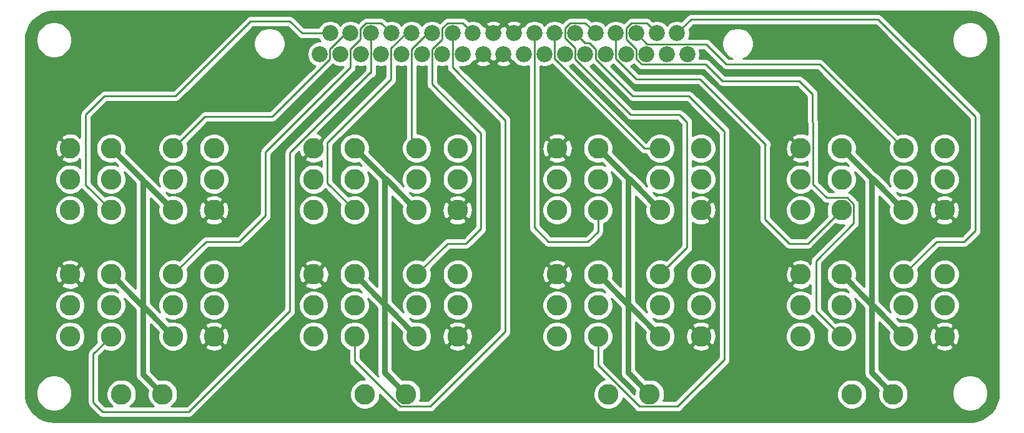
<source format=gbr>
%TF.GenerationSoftware,KiCad,Pcbnew,(5.1.10)-1*%
%TF.CreationDate,2022-01-22T17:59:08-06:00*%
%TF.ProjectId,Voltage_Input_Module,566f6c74-6167-4655-9f49-6e7075745f4d,rev?*%
%TF.SameCoordinates,Original*%
%TF.FileFunction,Copper,L2,Bot*%
%TF.FilePolarity,Positive*%
%FSLAX46Y46*%
G04 Gerber Fmt 4.6, Leading zero omitted, Abs format (unit mm)*
G04 Created by KiCad (PCBNEW (5.1.10)-1) date 2022-01-22 17:59:08*
%MOMM*%
%LPD*%
G01*
G04 APERTURE LIST*
%TA.AperFunction,ComponentPad*%
%ADD10C,2.794000*%
%TD*%
%TA.AperFunction,ComponentPad*%
%ADD11C,2.184400*%
%TD*%
%TA.AperFunction,Conductor*%
%ADD12C,0.254000*%
%TD*%
%TA.AperFunction,Conductor*%
%ADD13C,0.762000*%
%TD*%
%TA.AperFunction,Conductor*%
%ADD14C,0.100000*%
%TD*%
G04 APERTURE END LIST*
D10*
%TO.P,J1,5*%
%TO.N,Net-(J1-Pad5)*%
X64350900Y-57393840D03*
%TO.P,J1,4*%
%TO.N,Net-(J1-Pad4)*%
X58839100Y-57393840D03*
%TO.P,J1,3*%
%TO.N,Net-(J1-Pad3)*%
X58839100Y-61595000D03*
%TO.P,J1,2*%
%TO.N,Net-(J1-Pad2)*%
X58839100Y-65796160D03*
%TO.P,J1,1*%
%TO.N,GND*%
X64350900Y-65796160D03*
%TO.P,J1,6*%
%TO.N,Net-(J1-Pad6)*%
X64350900Y-61595000D03*
%TD*%
%TO.P,J17,5*%
%TO.N,Net-(J11-Pad16)*%
X163410900Y-57393840D03*
%TO.P,J17,4*%
%TO.N,Net-(J11-Pad35)*%
X157899100Y-57393840D03*
%TO.P,J17,3*%
%TO.N,Net-(J17-Pad3)*%
X157899100Y-61595000D03*
%TO.P,J17,2*%
%TO.N,Net-(J17-Pad2)*%
X157899100Y-65796160D03*
%TO.P,J17,1*%
%TO.N,GND*%
X163410900Y-65796160D03*
%TO.P,J17,6*%
%TO.N,Net-(J17-Pad6)*%
X163410900Y-61595000D03*
%TD*%
%TO.P,J6,6*%
%TO.N,Net-(J6-Pad6)*%
X97370900Y-61595000D03*
%TO.P,J6,1*%
%TO.N,GND*%
X97370900Y-65796160D03*
%TO.P,J6,2*%
%TO.N,Net-(J10-Pad2)*%
X91859100Y-65796160D03*
%TO.P,J6,3*%
%TO.N,Net-(J10-Pad3)*%
X91859100Y-61595000D03*
%TO.P,J6,4*%
%TO.N,Net-(J11-Pad25)*%
X91859100Y-57393840D03*
%TO.P,J6,5*%
%TO.N,Net-(J11-Pad6)*%
X97370900Y-57393840D03*
%TD*%
%TO.P,J9,5*%
%TO.N,Net-(J11-Pad7)*%
X77889100Y-82941160D03*
%TO.P,J9,4*%
%TO.N,Net-(J11-Pad26)*%
X83400900Y-82941160D03*
%TO.P,J9,3*%
%TO.N,Net-(J10-Pad3)*%
X83400900Y-78740000D03*
%TO.P,J9,2*%
%TO.N,Net-(J10-Pad2)*%
X83400900Y-74538840D03*
%TO.P,J9,1*%
%TO.N,GND*%
X77889100Y-74538840D03*
%TO.P,J9,6*%
%TO.N,Net-(J9-Pad6)*%
X77889100Y-78740000D03*
%TD*%
%TO.P,J4,6*%
%TO.N,Net-(J4-Pad6)*%
X44869100Y-78740000D03*
%TO.P,J4,1*%
%TO.N,GND*%
X44869100Y-74538840D03*
%TO.P,J4,2*%
%TO.N,Net-(J1-Pad2)*%
X50380900Y-74538840D03*
%TO.P,J4,3*%
%TO.N,Net-(J1-Pad3)*%
X50380900Y-78740000D03*
%TO.P,J4,4*%
%TO.N,Net-(J11-Pad22)*%
X50380900Y-82941160D03*
%TO.P,J4,5*%
%TO.N,Net-(J11-Pad3)*%
X44869100Y-82941160D03*
%TD*%
%TO.P,J5,6*%
%TO.N,Net-(J5-Pad6)*%
X64350900Y-78740000D03*
%TO.P,J5,1*%
%TO.N,GND*%
X64350900Y-82941160D03*
%TO.P,J5,2*%
%TO.N,Net-(J1-Pad2)*%
X58839100Y-82941160D03*
%TO.P,J5,3*%
%TO.N,Net-(J1-Pad3)*%
X58839100Y-78740000D03*
%TO.P,J5,4*%
%TO.N,Net-(J11-Pad23)*%
X58839100Y-74538840D03*
%TO.P,J5,5*%
%TO.N,Net-(J11-Pad4)*%
X64350900Y-74538840D03*
%TD*%
%TO.P,J2,5*%
%TO.N,Net-(J11-Pad1)*%
X44869100Y-65796160D03*
%TO.P,J2,4*%
%TO.N,Net-(J11-Pad20)*%
X50380900Y-65796160D03*
%TO.P,J2,3*%
%TO.N,Net-(J1-Pad3)*%
X50380900Y-61595000D03*
%TO.P,J2,2*%
%TO.N,Net-(J1-Pad2)*%
X50380900Y-57393840D03*
%TO.P,J2,1*%
%TO.N,GND*%
X44869100Y-57393840D03*
%TO.P,J2,6*%
%TO.N,Net-(J2-Pad6)*%
X44869100Y-61595000D03*
%TD*%
%TO.P,J7,6*%
%TO.N,Net-(J7-Pad6)*%
X77889100Y-61595000D03*
%TO.P,J7,1*%
%TO.N,GND*%
X77889100Y-57393840D03*
%TO.P,J7,2*%
%TO.N,Net-(J10-Pad2)*%
X83400900Y-57393840D03*
%TO.P,J7,3*%
%TO.N,Net-(J10-Pad3)*%
X83400900Y-61595000D03*
%TO.P,J7,4*%
%TO.N,Net-(J11-Pad24)*%
X83400900Y-65796160D03*
%TO.P,J7,5*%
%TO.N,Net-(J11-Pad5)*%
X77889100Y-65796160D03*
%TD*%
%TO.P,J10,5*%
%TO.N,Net-(J10-Pad5)*%
X97370900Y-74538840D03*
%TO.P,J10,4*%
%TO.N,Net-(J10-Pad4)*%
X91859100Y-74538840D03*
%TO.P,J10,3*%
%TO.N,Net-(J10-Pad3)*%
X91859100Y-78740000D03*
%TO.P,J10,2*%
%TO.N,Net-(J10-Pad2)*%
X91859100Y-82941160D03*
%TO.P,J10,1*%
%TO.N,GND*%
X97370900Y-82941160D03*
%TO.P,J10,6*%
%TO.N,Net-(J10-Pad6)*%
X97370900Y-78740000D03*
%TD*%
%TO.P,J3,2*%
%TO.N,Net-(J1-Pad2)*%
X57404000Y-90805000D03*
%TO.P,J3,1*%
%TO.N,Net-(J1-Pad3)*%
X51816000Y-90805000D03*
%TD*%
%TO.P,J8,1*%
%TO.N,Net-(J10-Pad3)*%
X84836000Y-90805000D03*
%TO.P,J8,2*%
%TO.N,Net-(J10-Pad2)*%
X90424000Y-90805000D03*
%TD*%
D11*
%TO.P,J11,10*%
%TO.N,GND*%
X103632000Y-44602400D03*
%TO.P,J11,11*%
%TO.N,Net-(J11-Pad11)*%
X106400600Y-44602400D03*
%TO.P,J11,12*%
%TO.N,Net-(J11-Pad12)*%
X109169200Y-44602400D03*
%TO.P,J11,13*%
%TO.N,Net-(J11-Pad13)*%
X111937800Y-44602400D03*
%TO.P,J11,14*%
%TO.N,Net-(J11-Pad14)*%
X114706400Y-44602400D03*
%TO.P,J11,15*%
%TO.N,Net-(J11-Pad15)*%
X117475000Y-44602400D03*
%TO.P,J11,16*%
%TO.N,Net-(J11-Pad16)*%
X120243600Y-44602400D03*
%TO.P,J11,17*%
%TO.N,Net-(J11-Pad17)*%
X123012200Y-44602400D03*
%TO.P,J11,18*%
%TO.N,Net-(J11-Pad18)*%
X125780800Y-44602400D03*
%TO.P,J11,19*%
%TO.N,Net-(J11-Pad19)*%
X128549400Y-44602400D03*
%TO.P,J11,7*%
%TO.N,Net-(J11-Pad7)*%
X95326200Y-44602400D03*
%TO.P,J11,6*%
%TO.N,Net-(J11-Pad6)*%
X92557600Y-44602400D03*
%TO.P,J11,9*%
%TO.N,GND*%
X100863400Y-44602400D03*
%TO.P,J11,8*%
%TO.N,Net-(J10-Pad5)*%
X98094800Y-44602400D03*
%TO.P,J11,4*%
%TO.N,Net-(J11-Pad4)*%
X87020400Y-44602400D03*
%TO.P,J11,3*%
%TO.N,Net-(J11-Pad3)*%
X84251800Y-44602400D03*
%TO.P,J11,1*%
%TO.N,Net-(J11-Pad1)*%
X78714600Y-44602400D03*
%TO.P,J11,2*%
%TO.N,Net-(J1-Pad5)*%
X81483200Y-44602400D03*
%TO.P,J11,5*%
%TO.N,Net-(J11-Pad5)*%
X89789000Y-44602400D03*
%TO.P,J11,37*%
%TO.N,Net-(J11-Pad37)*%
X127165100Y-41757600D03*
%TO.P,J11,36*%
%TO.N,Net-(J11-Pad36)*%
X124396500Y-41757600D03*
%TO.P,J11,31*%
%TO.N,Net-(J11-Pad31)*%
X110553500Y-41757600D03*
%TO.P,J11,33*%
%TO.N,Net-(J11-Pad33)*%
X116090700Y-41757600D03*
%TO.P,J11,30*%
%TO.N,Net-(J11-Pad30)*%
X107784900Y-41757600D03*
%TO.P,J11,34*%
%TO.N,Net-(J11-Pad34)*%
X118859300Y-41757600D03*
%TO.P,J11,35*%
%TO.N,Net-(J11-Pad35)*%
X121627900Y-41757600D03*
%TO.P,J11,29*%
%TO.N,GND*%
X105016300Y-41757600D03*
%TO.P,J11,32*%
%TO.N,Net-(J11-Pad32)*%
X113322100Y-41757600D03*
%TO.P,J11,25*%
%TO.N,Net-(J11-Pad25)*%
X93941900Y-41757600D03*
%TO.P,J11,22*%
%TO.N,Net-(J11-Pad22)*%
X85636100Y-41757600D03*
%TO.P,J11,26*%
%TO.N,Net-(J11-Pad26)*%
X96710500Y-41757600D03*
%TO.P,J11,20*%
%TO.N,Net-(J11-Pad20)*%
X80098900Y-41757600D03*
%TO.P,J11,21*%
%TO.N,Net-(J1-Pad4)*%
X82867500Y-41757600D03*
%TO.P,J11,24*%
%TO.N,Net-(J11-Pad24)*%
X91173300Y-41757600D03*
%TO.P,J11,27*%
%TO.N,Net-(J10-Pad4)*%
X99479100Y-41757600D03*
%TO.P,J11,23*%
%TO.N,Net-(J11-Pad23)*%
X88404700Y-41757600D03*
%TO.P,J11,28*%
%TO.N,GND*%
X102247700Y-41757600D03*
%TD*%
D10*
%TO.P,J12,6*%
%TO.N,Net-(J12-Pad6)*%
X130390900Y-61595000D03*
%TO.P,J12,1*%
%TO.N,GND*%
X130390900Y-65796160D03*
%TO.P,J12,2*%
%TO.N,Net-(J12-Pad2)*%
X124879100Y-65796160D03*
%TO.P,J12,3*%
%TO.N,Net-(J12-Pad3)*%
X124879100Y-61595000D03*
%TO.P,J12,4*%
%TO.N,Net-(J11-Pad31)*%
X124879100Y-57393840D03*
%TO.P,J12,5*%
%TO.N,Net-(J11-Pad12)*%
X130390900Y-57393840D03*
%TD*%
%TO.P,J13,6*%
%TO.N,Net-(J13-Pad6)*%
X110909100Y-61595000D03*
%TO.P,J13,1*%
%TO.N,GND*%
X110909100Y-57393840D03*
%TO.P,J13,2*%
%TO.N,Net-(J12-Pad2)*%
X116420900Y-57393840D03*
%TO.P,J13,3*%
%TO.N,Net-(J12-Pad3)*%
X116420900Y-61595000D03*
%TO.P,J13,4*%
%TO.N,Net-(J11-Pad30)*%
X116420900Y-65796160D03*
%TO.P,J13,5*%
%TO.N,Net-(J11-Pad11)*%
X110909100Y-65796160D03*
%TD*%
%TO.P,J14,1*%
%TO.N,Net-(J12-Pad3)*%
X117856000Y-90805000D03*
%TO.P,J14,2*%
%TO.N,Net-(J12-Pad2)*%
X123444000Y-90805000D03*
%TD*%
%TO.P,J15,5*%
%TO.N,Net-(J11-Pad13)*%
X110909100Y-82941160D03*
%TO.P,J15,4*%
%TO.N,Net-(J11-Pad32)*%
X116420900Y-82941160D03*
%TO.P,J15,3*%
%TO.N,Net-(J12-Pad3)*%
X116420900Y-78740000D03*
%TO.P,J15,2*%
%TO.N,Net-(J12-Pad2)*%
X116420900Y-74538840D03*
%TO.P,J15,1*%
%TO.N,GND*%
X110909100Y-74538840D03*
%TO.P,J15,6*%
%TO.N,Net-(J15-Pad6)*%
X110909100Y-78740000D03*
%TD*%
%TO.P,J16,5*%
%TO.N,Net-(J11-Pad14)*%
X130390900Y-74538840D03*
%TO.P,J16,4*%
%TO.N,Net-(J11-Pad33)*%
X124879100Y-74538840D03*
%TO.P,J16,3*%
%TO.N,Net-(J12-Pad3)*%
X124879100Y-78740000D03*
%TO.P,J16,2*%
%TO.N,Net-(J12-Pad2)*%
X124879100Y-82941160D03*
%TO.P,J16,1*%
%TO.N,GND*%
X130390900Y-82941160D03*
%TO.P,J16,6*%
%TO.N,Net-(J16-Pad6)*%
X130390900Y-78740000D03*
%TD*%
%TO.P,J18,5*%
%TO.N,Net-(J11-Pad15)*%
X143929100Y-65796160D03*
%TO.P,J18,4*%
%TO.N,Net-(J11-Pad34)*%
X149440900Y-65796160D03*
%TO.P,J18,3*%
%TO.N,Net-(J17-Pad3)*%
X149440900Y-61595000D03*
%TO.P,J18,2*%
%TO.N,Net-(J17-Pad2)*%
X149440900Y-57393840D03*
%TO.P,J18,1*%
%TO.N,GND*%
X143929100Y-57393840D03*
%TO.P,J18,6*%
%TO.N,Net-(J18-Pad6)*%
X143929100Y-61595000D03*
%TD*%
%TO.P,J19,2*%
%TO.N,Net-(J17-Pad2)*%
X156464000Y-90805000D03*
%TO.P,J19,1*%
%TO.N,Net-(J17-Pad3)*%
X150876000Y-90805000D03*
%TD*%
%TO.P,J20,6*%
%TO.N,Net-(J20-Pad6)*%
X143929100Y-78740000D03*
%TO.P,J20,1*%
%TO.N,GND*%
X143929100Y-74538840D03*
%TO.P,J20,2*%
%TO.N,Net-(J17-Pad2)*%
X149440900Y-74538840D03*
%TO.P,J20,3*%
%TO.N,Net-(J17-Pad3)*%
X149440900Y-78740000D03*
%TO.P,J20,4*%
%TO.N,Net-(J11-Pad36)*%
X149440900Y-82941160D03*
%TO.P,J20,5*%
%TO.N,Net-(J11-Pad17)*%
X143929100Y-82941160D03*
%TD*%
%TO.P,J21,6*%
%TO.N,Net-(J21-Pad6)*%
X163410900Y-78740000D03*
%TO.P,J21,1*%
%TO.N,GND*%
X163410900Y-82941160D03*
%TO.P,J21,2*%
%TO.N,Net-(J17-Pad2)*%
X157899100Y-82941160D03*
%TO.P,J21,3*%
%TO.N,Net-(J17-Pad3)*%
X157899100Y-78740000D03*
%TO.P,J21,4*%
%TO.N,Net-(J11-Pad37)*%
X157899100Y-74538840D03*
%TO.P,J21,5*%
%TO.N,Net-(J11-Pad18)*%
X163410900Y-74538840D03*
%TD*%
D12*
%TO.N,Net-(J1-Pad4)*%
X80086201Y-43969429D02*
X80086201Y-45260769D01*
X82298030Y-41757600D02*
X80086201Y-43969429D01*
X82867500Y-41757600D02*
X82298030Y-41757600D01*
X58839100Y-57393840D02*
X63146940Y-53086000D01*
X72260970Y-53086000D02*
X80086201Y-45260769D01*
X63146940Y-53086000D02*
X72260970Y-53086000D01*
D13*
%TO.N,Net-(J1-Pad2)*%
X57404000Y-90805000D02*
X54737000Y-88138000D01*
X54737000Y-61749940D02*
X50380900Y-57393840D01*
X58839100Y-65796160D02*
X55018940Y-61976000D01*
X55018940Y-61976000D02*
X54737000Y-61976000D01*
X54737000Y-61976000D02*
X54737000Y-61749940D01*
X54582060Y-78740000D02*
X54737000Y-78740000D01*
X50380900Y-74538840D02*
X54582060Y-78740000D01*
X54737000Y-78740000D02*
X54737000Y-61976000D01*
X54737000Y-88138000D02*
X54737000Y-78740000D01*
X54737000Y-78839060D02*
X54737000Y-78740000D01*
X58839100Y-82941160D02*
X54737000Y-78839060D01*
D12*
%TO.N,Net-(J11-Pad20)*%
X46990000Y-62405260D02*
X50380900Y-65796160D01*
X46990000Y-52832000D02*
X46990000Y-62405260D01*
X59182000Y-50292000D02*
X49530000Y-50292000D01*
X49530000Y-50292000D02*
X46990000Y-52832000D01*
X69342000Y-40132000D02*
X59182000Y-50292000D01*
X74676000Y-40132000D02*
X69342000Y-40132000D01*
X76301600Y-41757600D02*
X74676000Y-40132000D01*
X80098900Y-41757600D02*
X76301600Y-41757600D01*
%TO.N,Net-(J11-Pad22)*%
X85636100Y-47165766D02*
X85636100Y-47028100D01*
X85636100Y-47028100D02*
X85636100Y-41757600D01*
X48006000Y-85316060D02*
X50380900Y-82941160D01*
X48006000Y-91948000D02*
X48006000Y-85316060D01*
X49276000Y-93218000D02*
X48006000Y-91948000D01*
X60960000Y-93218000D02*
X49276000Y-93218000D01*
X74676000Y-79502000D02*
X60960000Y-93218000D01*
X74676000Y-57988200D02*
X74676000Y-79502000D01*
X85636100Y-47028100D02*
X74676000Y-57988200D01*
%TO.N,Net-(J11-Pad23)*%
X67818000Y-70104000D02*
X63273940Y-70104000D01*
X71374000Y-57912000D02*
X71374000Y-66548000D01*
X82880199Y-43944031D02*
X82880199Y-46405801D01*
X84239101Y-42585129D02*
X82880199Y-43944031D01*
X71374000Y-66548000D02*
X67818000Y-70104000D01*
X84239101Y-41124629D02*
X84239101Y-42585129D01*
X84977731Y-40385999D02*
X84239101Y-41124629D01*
X82880199Y-46405801D02*
X71374000Y-57912000D01*
X87033099Y-40385999D02*
X84977731Y-40385999D01*
X63273940Y-70104000D02*
X58839100Y-74538840D01*
X88404700Y-41757600D02*
X87033099Y-40385999D01*
D13*
%TO.N,Net-(J10-Pad2)*%
X87503000Y-61495940D02*
X83400900Y-57393840D01*
X90424000Y-90805000D02*
X87503000Y-87884000D01*
X87558880Y-61495940D02*
X87503000Y-61495940D01*
X91859100Y-65796160D02*
X87558880Y-61495940D01*
X87503000Y-78640940D02*
X87503000Y-78994000D01*
X83400900Y-74538840D02*
X87503000Y-78640940D01*
X87503000Y-78994000D02*
X87503000Y-61495940D01*
X87503000Y-87884000D02*
X87503000Y-78994000D01*
X87558880Y-78640940D02*
X87503000Y-78640940D01*
X91859100Y-82941160D02*
X87558880Y-78640940D01*
D12*
%TO.N,Net-(J11-Pad25)*%
X91160601Y-56695341D02*
X91859100Y-57393840D01*
X91160601Y-43969429D02*
X91160601Y-56695341D01*
X93372430Y-41757600D02*
X91160601Y-43969429D01*
X93941900Y-41757600D02*
X93372430Y-41757600D01*
%TO.N,Net-(J11-Pad24)*%
X83185000Y-65580260D02*
X83400900Y-65796160D01*
X90434670Y-41757600D02*
X88392001Y-43800269D01*
X91173300Y-41757600D02*
X90434670Y-41757600D01*
X88392001Y-43800269D02*
X88392001Y-48005999D01*
X88392001Y-48005999D02*
X79756000Y-56642000D01*
X79756000Y-62151260D02*
X83400900Y-65796160D01*
X79756000Y-56642000D02*
X79756000Y-62151260D01*
%TO.N,Net-(J11-Pad26)*%
X89619327Y-92481401D02*
X83400900Y-86262974D01*
X93700599Y-92481401D02*
X89619327Y-92481401D01*
X83400900Y-86262974D02*
X83400900Y-82941160D01*
X96710500Y-41757600D02*
X96710500Y-46418500D01*
X96710500Y-46418500D02*
X103886000Y-53594000D01*
X103886000Y-82296000D02*
X93700599Y-92481401D01*
X103886000Y-53594000D02*
X103886000Y-82296000D01*
%TO.N,Net-(J10-Pad4)*%
X95313501Y-42585129D02*
X93929201Y-43969429D01*
X95313501Y-41099231D02*
X95313501Y-42585129D01*
X96026733Y-40385999D02*
X95313501Y-41099231D01*
X98107499Y-40385999D02*
X96026733Y-40385999D01*
X99479100Y-41757600D02*
X98107499Y-40385999D01*
X91859100Y-74538840D02*
X96039940Y-70358000D01*
X96039940Y-70358000D02*
X98552000Y-70358000D01*
X98552000Y-70358000D02*
X100584000Y-68326000D01*
X100584000Y-68326000D02*
X100584000Y-55372000D01*
X93929201Y-48717201D02*
X93929201Y-43969429D01*
X100584000Y-55372000D02*
X93929201Y-48717201D01*
%TO.N,Net-(J11-Pad37)*%
X166116000Y-70104000D02*
X162333940Y-70104000D01*
X167640000Y-68580000D02*
X166116000Y-70104000D01*
X167640000Y-53086000D02*
X167640000Y-68580000D01*
X154432000Y-39878000D02*
X167640000Y-53086000D01*
X129044700Y-39878000D02*
X154432000Y-39878000D01*
X162333940Y-70104000D02*
X157899100Y-74538840D01*
X127165100Y-41757600D02*
X129044700Y-39878000D01*
%TO.N,Net-(J11-Pad36)*%
X146001740Y-79502000D02*
X149440900Y-82941160D01*
X146001740Y-72692260D02*
X146001740Y-79502000D01*
X151117301Y-64991487D02*
X151117301Y-67576699D01*
X145605501Y-62293501D02*
X147431759Y-64119759D01*
X151117301Y-67576699D02*
X146001740Y-72692260D01*
X124396500Y-41757600D02*
X123024899Y-40385999D01*
X123024899Y-40385999D02*
X120969531Y-40385999D01*
X120969531Y-40385999D02*
X120256299Y-41099231D01*
X120256299Y-41099231D02*
X120256299Y-42559731D01*
X120256299Y-42559731D02*
X121640599Y-43944031D01*
X150245573Y-64119759D02*
X151117301Y-64991487D01*
X121640599Y-43944031D02*
X121640599Y-45260769D01*
X121640599Y-45260769D02*
X122353831Y-45974001D01*
X122353831Y-45974001D02*
X131064001Y-45974001D01*
X131064001Y-45974001D02*
X133350000Y-48260000D01*
X145605501Y-53911501D02*
X145605501Y-62293501D01*
X133350000Y-48260000D02*
X143764000Y-48260000D01*
X147431759Y-64119759D02*
X150245573Y-64119759D01*
X143764000Y-48260000D02*
X145542000Y-50038000D01*
X145542000Y-50038000D02*
X145542000Y-53848000D01*
X145542000Y-53848000D02*
X145605501Y-53911501D01*
%TO.N,Net-(J11-Pad31)*%
X122699270Y-57393840D02*
X124879100Y-57393840D01*
X110553500Y-45248070D02*
X122699270Y-57393840D01*
X110553500Y-41757600D02*
X110553500Y-45248070D01*
%TO.N,Net-(J11-Pad33)*%
X113334799Y-43800269D02*
X113334799Y-45260769D01*
X111950499Y-41099231D02*
X111950499Y-42415969D01*
X112663731Y-40385999D02*
X111950499Y-41099231D01*
X114719099Y-40385999D02*
X112663731Y-40385999D01*
X111950499Y-42415969D02*
X113334799Y-43800269D01*
X116090700Y-41757600D02*
X114719099Y-40385999D01*
X113334799Y-45260769D02*
X120906030Y-52832000D01*
X120906030Y-52832000D02*
X127508000Y-52832000D01*
X127508000Y-52832000D02*
X128524000Y-53848000D01*
X128524000Y-70893940D02*
X124879100Y-74538840D01*
X128524000Y-53848000D02*
X128524000Y-70893940D01*
%TO.N,Net-(J11-Pad30)*%
X107784900Y-41757600D02*
X107784900Y-68160900D01*
X107784900Y-68160900D02*
X109728000Y-70104000D01*
X109728000Y-70104000D02*
X115062000Y-70104000D01*
X116420900Y-68745100D02*
X116420900Y-65796160D01*
X115062000Y-70104000D02*
X116420900Y-68745100D01*
%TO.N,Net-(J11-Pad34)*%
X144879060Y-70358000D02*
X149440900Y-65796160D01*
X142367000Y-70358000D02*
X144879060Y-70358000D01*
X139065000Y-57023000D02*
X139065000Y-67056000D01*
X139192000Y-56896000D02*
X139065000Y-57023000D01*
X130302000Y-48006000D02*
X139192000Y-56896000D01*
X121617230Y-48006000D02*
X130302000Y-48006000D01*
X118859300Y-45248070D02*
X121617230Y-48006000D01*
X139065000Y-67056000D02*
X142367000Y-70358000D01*
X118859300Y-41757600D02*
X118859300Y-45248070D01*
%TO.N,Net-(J11-Pad35)*%
X152575260Y-52070000D02*
X157899100Y-57393840D01*
X133858001Y-45974001D02*
X146479261Y-45974001D01*
X131114799Y-43230799D02*
X133858001Y-45974001D01*
X146479261Y-45974001D02*
X152575260Y-52070000D01*
X123101099Y-43230799D02*
X131114799Y-43230799D01*
X121627900Y-41757600D02*
X123101099Y-43230799D01*
%TO.N,Net-(J11-Pad32)*%
X116420900Y-86888826D02*
X116420900Y-82941160D01*
X122013475Y-92481401D02*
X116420900Y-86888826D01*
X133604000Y-86106000D02*
X127228599Y-92481401D01*
X127228599Y-92481401D02*
X122013475Y-92481401D01*
X133604000Y-55118000D02*
X133604000Y-86106000D01*
X128778000Y-50292000D02*
X133604000Y-55118000D01*
X116103399Y-45260769D02*
X121134630Y-50292000D01*
X116103399Y-43969429D02*
X116103399Y-45260769D01*
X121134630Y-50292000D02*
X128778000Y-50292000D01*
X115263171Y-43129201D02*
X116103399Y-43969429D01*
X114693701Y-43129201D02*
X115263171Y-43129201D01*
X113322100Y-41757600D02*
X114693701Y-43129201D01*
D13*
%TO.N,Net-(J12-Pad2)*%
X123444000Y-90805000D02*
X120523000Y-87884000D01*
X120523000Y-61495940D02*
X116420900Y-57393840D01*
X120578880Y-61495940D02*
X120523000Y-61495940D01*
X124879100Y-65796160D02*
X120578880Y-61495940D01*
X120677940Y-78740000D02*
X120523000Y-78740000D01*
X124879100Y-82941160D02*
X120677940Y-78740000D01*
X120523000Y-78740000D02*
X120523000Y-61495940D01*
X120523000Y-87884000D02*
X120523000Y-78740000D01*
X120523000Y-78640940D02*
X120523000Y-78740000D01*
X116420900Y-74538840D02*
X120523000Y-78640940D01*
%TO.N,Net-(J17-Pad2)*%
X149440900Y-57393840D02*
X153543000Y-61495940D01*
X153543000Y-87884000D02*
X156464000Y-90805000D01*
X153543000Y-78640940D02*
X153543000Y-78740000D01*
X149440900Y-74538840D02*
X153543000Y-78640940D01*
X153543000Y-78740000D02*
X153543000Y-87884000D01*
X153543000Y-61495940D02*
X153543000Y-78740000D01*
X153697940Y-78740000D02*
X153543000Y-78740000D01*
X157899100Y-82941160D02*
X153697940Y-78740000D01*
X153598880Y-61495940D02*
X153543000Y-61495940D01*
X157899100Y-65796160D02*
X153598880Y-61495940D01*
%TD*%
D12*
%TO.N,GND*%
X167585822Y-38852926D02*
X168269940Y-39045866D01*
X168907445Y-39360249D01*
X169476982Y-39785543D01*
X169959475Y-40307503D01*
X170338770Y-40908647D01*
X170602165Y-41568852D01*
X170743479Y-42279283D01*
X170765000Y-42689933D01*
X170765001Y-90646587D01*
X170697074Y-91385822D01*
X170504134Y-92069940D01*
X170189751Y-92707445D01*
X169764459Y-93276980D01*
X169242498Y-93759475D01*
X168641349Y-94138773D01*
X167981145Y-94402166D01*
X167270717Y-94543479D01*
X166860067Y-94565000D01*
X42703402Y-94565000D01*
X41964178Y-94497074D01*
X41280060Y-94304134D01*
X40642555Y-93989751D01*
X40073020Y-93564459D01*
X39590525Y-93042498D01*
X39211227Y-92441349D01*
X38947834Y-91781145D01*
X38806521Y-91070717D01*
X38785000Y-90660067D01*
X38785000Y-90437113D01*
X40226234Y-90437113D01*
X40226234Y-90918887D01*
X40320223Y-91391404D01*
X40504590Y-91836505D01*
X40772250Y-92237085D01*
X41112915Y-92577750D01*
X41513495Y-92845410D01*
X41958596Y-93029777D01*
X42431113Y-93123766D01*
X42912887Y-93123766D01*
X43385404Y-93029777D01*
X43830505Y-92845410D01*
X44231085Y-92577750D01*
X44571750Y-92237085D01*
X44839410Y-91836505D01*
X45023777Y-91391404D01*
X45117766Y-90918887D01*
X45117766Y-90437113D01*
X45023777Y-89964596D01*
X44839410Y-89519495D01*
X44571750Y-89118915D01*
X44231085Y-88778250D01*
X43830505Y-88510590D01*
X43385404Y-88326223D01*
X42912887Y-88232234D01*
X42431113Y-88232234D01*
X41958596Y-88326223D01*
X41513495Y-88510590D01*
X41112915Y-88778250D01*
X40772250Y-89118915D01*
X40504590Y-89519495D01*
X40320223Y-89964596D01*
X40226234Y-90437113D01*
X38785000Y-90437113D01*
X38785000Y-82741025D01*
X42837100Y-82741025D01*
X42837100Y-83141295D01*
X42915189Y-83533873D01*
X43068365Y-83903673D01*
X43290743Y-84236485D01*
X43573775Y-84519517D01*
X43906587Y-84741895D01*
X44276387Y-84895071D01*
X44668965Y-84973160D01*
X45069235Y-84973160D01*
X45461813Y-84895071D01*
X45831613Y-84741895D01*
X46164425Y-84519517D01*
X46447457Y-84236485D01*
X46669835Y-83903673D01*
X46823011Y-83533873D01*
X46901100Y-83141295D01*
X46901100Y-82741025D01*
X46823011Y-82348447D01*
X46669835Y-81978647D01*
X46447457Y-81645835D01*
X46164425Y-81362803D01*
X45831613Y-81140425D01*
X45461813Y-80987249D01*
X45069235Y-80909160D01*
X44668965Y-80909160D01*
X44276387Y-80987249D01*
X43906587Y-81140425D01*
X43573775Y-81362803D01*
X43290743Y-81645835D01*
X43068365Y-81978647D01*
X42915189Y-82348447D01*
X42837100Y-82741025D01*
X38785000Y-82741025D01*
X38785000Y-78539865D01*
X42837100Y-78539865D01*
X42837100Y-78940135D01*
X42915189Y-79332713D01*
X43068365Y-79702513D01*
X43290743Y-80035325D01*
X43573775Y-80318357D01*
X43906587Y-80540735D01*
X44276387Y-80693911D01*
X44668965Y-80772000D01*
X45069235Y-80772000D01*
X45461813Y-80693911D01*
X45831613Y-80540735D01*
X46164425Y-80318357D01*
X46447457Y-80035325D01*
X46669835Y-79702513D01*
X46823011Y-79332713D01*
X46901100Y-78940135D01*
X46901100Y-78539865D01*
X46823011Y-78147287D01*
X46669835Y-77777487D01*
X46447457Y-77444675D01*
X46164425Y-77161643D01*
X45831613Y-76939265D01*
X45461813Y-76786089D01*
X45069235Y-76708000D01*
X44668965Y-76708000D01*
X44276387Y-76786089D01*
X43906587Y-76939265D01*
X43573775Y-77161643D01*
X43290743Y-77444675D01*
X43068365Y-77777487D01*
X42915189Y-78147287D01*
X42837100Y-78539865D01*
X38785000Y-78539865D01*
X38785000Y-75957151D01*
X43630394Y-75957151D01*
X43774010Y-76262167D01*
X44131257Y-76442695D01*
X44516858Y-76550060D01*
X44915995Y-76580134D01*
X45313331Y-76531762D01*
X45693595Y-76406804D01*
X45964190Y-76262167D01*
X46107806Y-75957151D01*
X44869100Y-74718445D01*
X43630394Y-75957151D01*
X38785000Y-75957151D01*
X38785000Y-74585735D01*
X42827806Y-74585735D01*
X42876178Y-74983071D01*
X43001136Y-75363335D01*
X43145773Y-75633930D01*
X43450789Y-75777546D01*
X44689495Y-74538840D01*
X45048705Y-74538840D01*
X46287411Y-75777546D01*
X46592427Y-75633930D01*
X46772955Y-75276683D01*
X46880320Y-74891082D01*
X46910394Y-74491945D01*
X46862022Y-74094609D01*
X46737064Y-73714345D01*
X46592427Y-73443750D01*
X46287411Y-73300134D01*
X45048705Y-74538840D01*
X44689495Y-74538840D01*
X43450789Y-73300134D01*
X43145773Y-73443750D01*
X42965245Y-73800997D01*
X42857880Y-74186598D01*
X42827806Y-74585735D01*
X38785000Y-74585735D01*
X38785000Y-73120529D01*
X43630394Y-73120529D01*
X44869100Y-74359235D01*
X46107806Y-73120529D01*
X45964190Y-72815513D01*
X45606943Y-72634985D01*
X45221342Y-72527620D01*
X44822205Y-72497546D01*
X44424869Y-72545918D01*
X44044605Y-72670876D01*
X43774010Y-72815513D01*
X43630394Y-73120529D01*
X38785000Y-73120529D01*
X38785000Y-65596025D01*
X42837100Y-65596025D01*
X42837100Y-65996295D01*
X42915189Y-66388873D01*
X43068365Y-66758673D01*
X43290743Y-67091485D01*
X43573775Y-67374517D01*
X43906587Y-67596895D01*
X44276387Y-67750071D01*
X44668965Y-67828160D01*
X45069235Y-67828160D01*
X45461813Y-67750071D01*
X45831613Y-67596895D01*
X46164425Y-67374517D01*
X46447457Y-67091485D01*
X46669835Y-66758673D01*
X46823011Y-66388873D01*
X46901100Y-65996295D01*
X46901100Y-65596025D01*
X46823011Y-65203447D01*
X46669835Y-64833647D01*
X46447457Y-64500835D01*
X46164425Y-64217803D01*
X45831613Y-63995425D01*
X45461813Y-63842249D01*
X45069235Y-63764160D01*
X44668965Y-63764160D01*
X44276387Y-63842249D01*
X43906587Y-63995425D01*
X43573775Y-64217803D01*
X43290743Y-64500835D01*
X43068365Y-64833647D01*
X42915189Y-65203447D01*
X42837100Y-65596025D01*
X38785000Y-65596025D01*
X38785000Y-61394865D01*
X42837100Y-61394865D01*
X42837100Y-61795135D01*
X42915189Y-62187713D01*
X43068365Y-62557513D01*
X43290743Y-62890325D01*
X43573775Y-63173357D01*
X43906587Y-63395735D01*
X44276387Y-63548911D01*
X44668965Y-63627000D01*
X45069235Y-63627000D01*
X45461813Y-63548911D01*
X45831613Y-63395735D01*
X46164425Y-63173357D01*
X46422670Y-62915112D01*
X46424175Y-62916946D01*
X46448579Y-62946682D01*
X46477649Y-62970539D01*
X48510044Y-65002935D01*
X48426989Y-65203447D01*
X48348900Y-65596025D01*
X48348900Y-65996295D01*
X48426989Y-66388873D01*
X48580165Y-66758673D01*
X48802543Y-67091485D01*
X49085575Y-67374517D01*
X49418387Y-67596895D01*
X49788187Y-67750071D01*
X50180765Y-67828160D01*
X50581035Y-67828160D01*
X50973613Y-67750071D01*
X51343413Y-67596895D01*
X51676225Y-67374517D01*
X51959257Y-67091485D01*
X52181635Y-66758673D01*
X52334811Y-66388873D01*
X52412900Y-65996295D01*
X52412900Y-65596025D01*
X52334811Y-65203447D01*
X52181635Y-64833647D01*
X51959257Y-64500835D01*
X51676225Y-64217803D01*
X51343413Y-63995425D01*
X50973613Y-63842249D01*
X50581035Y-63764160D01*
X50180765Y-63764160D01*
X49788187Y-63842249D01*
X49587675Y-63925304D01*
X47752000Y-62089630D01*
X47752000Y-53147630D01*
X49845631Y-51054000D01*
X59144577Y-51054000D01*
X59182000Y-51057686D01*
X59219423Y-51054000D01*
X59219426Y-51054000D01*
X59331378Y-51042974D01*
X59475015Y-50999402D01*
X59607392Y-50928645D01*
X59723422Y-50833422D01*
X59747284Y-50804346D01*
X67584273Y-42967357D01*
X69723000Y-42967357D01*
X69723000Y-43392643D01*
X69805970Y-43809757D01*
X69968719Y-44202670D01*
X70204996Y-44556282D01*
X70505718Y-44857004D01*
X70859330Y-45093281D01*
X71252243Y-45256030D01*
X71669357Y-45339000D01*
X72094643Y-45339000D01*
X72511757Y-45256030D01*
X72904670Y-45093281D01*
X73258282Y-44857004D01*
X73559004Y-44556282D01*
X73795281Y-44202670D01*
X73958030Y-43809757D01*
X74041000Y-43392643D01*
X74041000Y-42967357D01*
X73958030Y-42550243D01*
X73795281Y-42157330D01*
X73559004Y-41803718D01*
X73258282Y-41502996D01*
X72904670Y-41266719D01*
X72511757Y-41103970D01*
X72094643Y-41021000D01*
X71669357Y-41021000D01*
X71252243Y-41103970D01*
X70859330Y-41266719D01*
X70505718Y-41502996D01*
X70204996Y-41803718D01*
X69968719Y-42157330D01*
X69805970Y-42550243D01*
X69723000Y-42967357D01*
X67584273Y-42967357D01*
X69657631Y-40894000D01*
X74360370Y-40894000D01*
X75736316Y-42269946D01*
X75760178Y-42299022D01*
X75795163Y-42327733D01*
X75876207Y-42394245D01*
X75938446Y-42427512D01*
X76008585Y-42465002D01*
X76152222Y-42508574D01*
X76264174Y-42519600D01*
X76264177Y-42519600D01*
X76301600Y-42523286D01*
X76339023Y-42519600D01*
X78545023Y-42519600D01*
X78568275Y-42575736D01*
X78757296Y-42858626D01*
X78773870Y-42875200D01*
X78544486Y-42875200D01*
X78210794Y-42941576D01*
X77896464Y-43071775D01*
X77613574Y-43260796D01*
X77372996Y-43501374D01*
X77183975Y-43784264D01*
X77053776Y-44098594D01*
X76987400Y-44432286D01*
X76987400Y-44772514D01*
X77053776Y-45106206D01*
X77183975Y-45420536D01*
X77372996Y-45703426D01*
X77613574Y-45944004D01*
X77896464Y-46133025D01*
X78066064Y-46203275D01*
X71945340Y-52324000D01*
X63184363Y-52324000D01*
X63146940Y-52320314D01*
X63109517Y-52324000D01*
X63109514Y-52324000D01*
X62997562Y-52335026D01*
X62853925Y-52378598D01*
X62801524Y-52406607D01*
X62721547Y-52449355D01*
X62638844Y-52517228D01*
X62605518Y-52544578D01*
X62581661Y-52573648D01*
X59632326Y-55522984D01*
X59431813Y-55439929D01*
X59039235Y-55361840D01*
X58638965Y-55361840D01*
X58246387Y-55439929D01*
X57876587Y-55593105D01*
X57543775Y-55815483D01*
X57260743Y-56098515D01*
X57038365Y-56431327D01*
X56885189Y-56801127D01*
X56807100Y-57193705D01*
X56807100Y-57593975D01*
X56885189Y-57986553D01*
X57038365Y-58356353D01*
X57260743Y-58689165D01*
X57543775Y-58972197D01*
X57876587Y-59194575D01*
X58246387Y-59347751D01*
X58638965Y-59425840D01*
X59039235Y-59425840D01*
X59431813Y-59347751D01*
X59801613Y-59194575D01*
X60134425Y-58972197D01*
X60417457Y-58689165D01*
X60639835Y-58356353D01*
X60793011Y-57986553D01*
X60871100Y-57593975D01*
X60871100Y-57193705D01*
X62318900Y-57193705D01*
X62318900Y-57593975D01*
X62396989Y-57986553D01*
X62550165Y-58356353D01*
X62772543Y-58689165D01*
X63055575Y-58972197D01*
X63388387Y-59194575D01*
X63758187Y-59347751D01*
X64150765Y-59425840D01*
X64551035Y-59425840D01*
X64943613Y-59347751D01*
X65313413Y-59194575D01*
X65646225Y-58972197D01*
X65929257Y-58689165D01*
X66151635Y-58356353D01*
X66304811Y-57986553D01*
X66382900Y-57593975D01*
X66382900Y-57193705D01*
X66304811Y-56801127D01*
X66151635Y-56431327D01*
X65929257Y-56098515D01*
X65646225Y-55815483D01*
X65313413Y-55593105D01*
X64943613Y-55439929D01*
X64551035Y-55361840D01*
X64150765Y-55361840D01*
X63758187Y-55439929D01*
X63388387Y-55593105D01*
X63055575Y-55815483D01*
X62772543Y-56098515D01*
X62550165Y-56431327D01*
X62396989Y-56801127D01*
X62318900Y-57193705D01*
X60871100Y-57193705D01*
X60793011Y-56801127D01*
X60709956Y-56600614D01*
X63462571Y-53848000D01*
X72223547Y-53848000D01*
X72260970Y-53851686D01*
X72298393Y-53848000D01*
X72298396Y-53848000D01*
X72410348Y-53836974D01*
X72553985Y-53793402D01*
X72686362Y-53722645D01*
X72802392Y-53627422D01*
X72826254Y-53598346D01*
X80441174Y-45983427D01*
X80665064Y-46133025D01*
X80979394Y-46263224D01*
X81313086Y-46329600D01*
X81653314Y-46329600D01*
X81934752Y-46273618D01*
X70861654Y-57346716D01*
X70832578Y-57370578D01*
X70802125Y-57407686D01*
X70737355Y-57486608D01*
X70712748Y-57532645D01*
X70666598Y-57618986D01*
X70623026Y-57762623D01*
X70612000Y-57874574D01*
X70608314Y-57912000D01*
X70612000Y-57949423D01*
X70612001Y-66232368D01*
X67502370Y-69342000D01*
X63311363Y-69342000D01*
X63273940Y-69338314D01*
X63236517Y-69342000D01*
X63236514Y-69342000D01*
X63124562Y-69353026D01*
X62980925Y-69396598D01*
X62919304Y-69429535D01*
X62848547Y-69467355D01*
X62795627Y-69510786D01*
X62732518Y-69562578D01*
X62708661Y-69591648D01*
X59632326Y-72667984D01*
X59431813Y-72584929D01*
X59039235Y-72506840D01*
X58638965Y-72506840D01*
X58246387Y-72584929D01*
X57876587Y-72738105D01*
X57543775Y-72960483D01*
X57260743Y-73243515D01*
X57038365Y-73576327D01*
X56885189Y-73946127D01*
X56807100Y-74338705D01*
X56807100Y-74738975D01*
X56885189Y-75131553D01*
X57038365Y-75501353D01*
X57260743Y-75834165D01*
X57543775Y-76117197D01*
X57876587Y-76339575D01*
X58246387Y-76492751D01*
X58638965Y-76570840D01*
X59039235Y-76570840D01*
X59431813Y-76492751D01*
X59801613Y-76339575D01*
X60134425Y-76117197D01*
X60417457Y-75834165D01*
X60639835Y-75501353D01*
X60793011Y-75131553D01*
X60871100Y-74738975D01*
X60871100Y-74338705D01*
X62318900Y-74338705D01*
X62318900Y-74738975D01*
X62396989Y-75131553D01*
X62550165Y-75501353D01*
X62772543Y-75834165D01*
X63055575Y-76117197D01*
X63388387Y-76339575D01*
X63758187Y-76492751D01*
X64150765Y-76570840D01*
X64551035Y-76570840D01*
X64943613Y-76492751D01*
X65313413Y-76339575D01*
X65646225Y-76117197D01*
X65929257Y-75834165D01*
X66151635Y-75501353D01*
X66304811Y-75131553D01*
X66382900Y-74738975D01*
X66382900Y-74338705D01*
X66304811Y-73946127D01*
X66151635Y-73576327D01*
X65929257Y-73243515D01*
X65646225Y-72960483D01*
X65313413Y-72738105D01*
X64943613Y-72584929D01*
X64551035Y-72506840D01*
X64150765Y-72506840D01*
X63758187Y-72584929D01*
X63388387Y-72738105D01*
X63055575Y-72960483D01*
X62772543Y-73243515D01*
X62550165Y-73576327D01*
X62396989Y-73946127D01*
X62318900Y-74338705D01*
X60871100Y-74338705D01*
X60793011Y-73946127D01*
X60709956Y-73745614D01*
X63589571Y-70866000D01*
X67780577Y-70866000D01*
X67818000Y-70869686D01*
X67855423Y-70866000D01*
X67855426Y-70866000D01*
X67967378Y-70854974D01*
X68111015Y-70811402D01*
X68243392Y-70740645D01*
X68359422Y-70645422D01*
X68383284Y-70616346D01*
X71886352Y-67113279D01*
X71915422Y-67089422D01*
X72010645Y-66973392D01*
X72081402Y-66841015D01*
X72124974Y-66697378D01*
X72136000Y-66585426D01*
X72136000Y-66585424D01*
X72139686Y-66548001D01*
X72136000Y-66510578D01*
X72136000Y-58227630D01*
X83392545Y-46971085D01*
X83421621Y-46947223D01*
X83482056Y-46873582D01*
X83516844Y-46831194D01*
X83568215Y-46735085D01*
X83587601Y-46698816D01*
X83631173Y-46555179D01*
X83642199Y-46443227D01*
X83642199Y-46443224D01*
X83645885Y-46405801D01*
X83642199Y-46368378D01*
X83642199Y-46219403D01*
X83747994Y-46263224D01*
X84081686Y-46329600D01*
X84421914Y-46329600D01*
X84755606Y-46263224D01*
X84874100Y-46214142D01*
X84874100Y-46712469D01*
X74163654Y-57422916D01*
X74134578Y-57446778D01*
X74101891Y-57486608D01*
X74039355Y-57562808D01*
X74025741Y-57588279D01*
X73968598Y-57695186D01*
X73925026Y-57838823D01*
X73917819Y-57912000D01*
X73910314Y-57988200D01*
X73914000Y-58025623D01*
X73914001Y-79186368D01*
X60644370Y-92456000D01*
X58590607Y-92456000D01*
X58699325Y-92383357D01*
X58982357Y-92100325D01*
X59204735Y-91767513D01*
X59357911Y-91397713D01*
X59436000Y-91005135D01*
X59436000Y-90604865D01*
X59357911Y-90212287D01*
X59204735Y-89842487D01*
X58982357Y-89509675D01*
X58699325Y-89226643D01*
X58366513Y-89004265D01*
X57996713Y-88851089D01*
X57604135Y-88773000D01*
X57203865Y-88773000D01*
X56874380Y-88838539D01*
X55753000Y-87717160D01*
X55753000Y-81291900D01*
X56872639Y-82411540D01*
X56807100Y-82741025D01*
X56807100Y-83141295D01*
X56885189Y-83533873D01*
X57038365Y-83903673D01*
X57260743Y-84236485D01*
X57543775Y-84519517D01*
X57876587Y-84741895D01*
X58246387Y-84895071D01*
X58638965Y-84973160D01*
X59039235Y-84973160D01*
X59431813Y-84895071D01*
X59801613Y-84741895D01*
X60134425Y-84519517D01*
X60294471Y-84359471D01*
X63112194Y-84359471D01*
X63255810Y-84664487D01*
X63613057Y-84845015D01*
X63998658Y-84952380D01*
X64397795Y-84982454D01*
X64795131Y-84934082D01*
X65175395Y-84809124D01*
X65445990Y-84664487D01*
X65589606Y-84359471D01*
X64350900Y-83120765D01*
X63112194Y-84359471D01*
X60294471Y-84359471D01*
X60417457Y-84236485D01*
X60639835Y-83903673D01*
X60793011Y-83533873D01*
X60871100Y-83141295D01*
X60871100Y-82988055D01*
X62309606Y-82988055D01*
X62357978Y-83385391D01*
X62482936Y-83765655D01*
X62627573Y-84036250D01*
X62932589Y-84179866D01*
X64171295Y-82941160D01*
X64530505Y-82941160D01*
X65769211Y-84179866D01*
X66074227Y-84036250D01*
X66254755Y-83679003D01*
X66362120Y-83293402D01*
X66392194Y-82894265D01*
X66343822Y-82496929D01*
X66218864Y-82116665D01*
X66074227Y-81846070D01*
X65769211Y-81702454D01*
X64530505Y-82941160D01*
X64171295Y-82941160D01*
X62932589Y-81702454D01*
X62627573Y-81846070D01*
X62447045Y-82203317D01*
X62339680Y-82588918D01*
X62309606Y-82988055D01*
X60871100Y-82988055D01*
X60871100Y-82741025D01*
X60793011Y-82348447D01*
X60639835Y-81978647D01*
X60417457Y-81645835D01*
X60294471Y-81522849D01*
X63112194Y-81522849D01*
X64350900Y-82761555D01*
X65589606Y-81522849D01*
X65445990Y-81217833D01*
X65088743Y-81037305D01*
X64703142Y-80929940D01*
X64304005Y-80899866D01*
X63906669Y-80948238D01*
X63526405Y-81073196D01*
X63255810Y-81217833D01*
X63112194Y-81522849D01*
X60294471Y-81522849D01*
X60134425Y-81362803D01*
X59801613Y-81140425D01*
X59431813Y-80987249D01*
X59039235Y-80909160D01*
X58638965Y-80909160D01*
X58309480Y-80974699D01*
X57873358Y-80538578D01*
X57876587Y-80540735D01*
X58246387Y-80693911D01*
X58638965Y-80772000D01*
X59039235Y-80772000D01*
X59431813Y-80693911D01*
X59801613Y-80540735D01*
X60134425Y-80318357D01*
X60417457Y-80035325D01*
X60639835Y-79702513D01*
X60793011Y-79332713D01*
X60871100Y-78940135D01*
X60871100Y-78539865D01*
X62318900Y-78539865D01*
X62318900Y-78940135D01*
X62396989Y-79332713D01*
X62550165Y-79702513D01*
X62772543Y-80035325D01*
X63055575Y-80318357D01*
X63388387Y-80540735D01*
X63758187Y-80693911D01*
X64150765Y-80772000D01*
X64551035Y-80772000D01*
X64943613Y-80693911D01*
X65313413Y-80540735D01*
X65646225Y-80318357D01*
X65929257Y-80035325D01*
X66151635Y-79702513D01*
X66304811Y-79332713D01*
X66382900Y-78940135D01*
X66382900Y-78539865D01*
X66304811Y-78147287D01*
X66151635Y-77777487D01*
X65929257Y-77444675D01*
X65646225Y-77161643D01*
X65313413Y-76939265D01*
X64943613Y-76786089D01*
X64551035Y-76708000D01*
X64150765Y-76708000D01*
X63758187Y-76786089D01*
X63388387Y-76939265D01*
X63055575Y-77161643D01*
X62772543Y-77444675D01*
X62550165Y-77777487D01*
X62396989Y-78147287D01*
X62318900Y-78539865D01*
X60871100Y-78539865D01*
X60793011Y-78147287D01*
X60639835Y-77777487D01*
X60417457Y-77444675D01*
X60134425Y-77161643D01*
X59801613Y-76939265D01*
X59431813Y-76786089D01*
X59039235Y-76708000D01*
X58638965Y-76708000D01*
X58246387Y-76786089D01*
X57876587Y-76939265D01*
X57543775Y-77161643D01*
X57260743Y-77444675D01*
X57038365Y-77777487D01*
X56885189Y-78147287D01*
X56807100Y-78539865D01*
X56807100Y-78940135D01*
X56885189Y-79332713D01*
X57038365Y-79702513D01*
X57040523Y-79705742D01*
X55753000Y-78418220D01*
X55753000Y-64146900D01*
X56872639Y-65266540D01*
X56807100Y-65596025D01*
X56807100Y-65996295D01*
X56885189Y-66388873D01*
X57038365Y-66758673D01*
X57260743Y-67091485D01*
X57543775Y-67374517D01*
X57876587Y-67596895D01*
X58246387Y-67750071D01*
X58638965Y-67828160D01*
X59039235Y-67828160D01*
X59431813Y-67750071D01*
X59801613Y-67596895D01*
X60134425Y-67374517D01*
X60294471Y-67214471D01*
X63112194Y-67214471D01*
X63255810Y-67519487D01*
X63613057Y-67700015D01*
X63998658Y-67807380D01*
X64397795Y-67837454D01*
X64795131Y-67789082D01*
X65175395Y-67664124D01*
X65445990Y-67519487D01*
X65589606Y-67214471D01*
X64350900Y-65975765D01*
X63112194Y-67214471D01*
X60294471Y-67214471D01*
X60417457Y-67091485D01*
X60639835Y-66758673D01*
X60793011Y-66388873D01*
X60871100Y-65996295D01*
X60871100Y-65843055D01*
X62309606Y-65843055D01*
X62357978Y-66240391D01*
X62482936Y-66620655D01*
X62627573Y-66891250D01*
X62932589Y-67034866D01*
X64171295Y-65796160D01*
X64530505Y-65796160D01*
X65769211Y-67034866D01*
X66074227Y-66891250D01*
X66254755Y-66534003D01*
X66362120Y-66148402D01*
X66392194Y-65749265D01*
X66343822Y-65351929D01*
X66218864Y-64971665D01*
X66074227Y-64701070D01*
X65769211Y-64557454D01*
X64530505Y-65796160D01*
X64171295Y-65796160D01*
X62932589Y-64557454D01*
X62627573Y-64701070D01*
X62447045Y-65058317D01*
X62339680Y-65443918D01*
X62309606Y-65843055D01*
X60871100Y-65843055D01*
X60871100Y-65596025D01*
X60793011Y-65203447D01*
X60639835Y-64833647D01*
X60417457Y-64500835D01*
X60294471Y-64377849D01*
X63112194Y-64377849D01*
X64350900Y-65616555D01*
X65589606Y-64377849D01*
X65445990Y-64072833D01*
X65088743Y-63892305D01*
X64703142Y-63784940D01*
X64304005Y-63754866D01*
X63906669Y-63803238D01*
X63526405Y-63928196D01*
X63255810Y-64072833D01*
X63112194Y-64377849D01*
X60294471Y-64377849D01*
X60134425Y-64217803D01*
X59801613Y-63995425D01*
X59431813Y-63842249D01*
X59039235Y-63764160D01*
X58638965Y-63764160D01*
X58309480Y-63829699D01*
X57873359Y-63393578D01*
X57876587Y-63395735D01*
X58246387Y-63548911D01*
X58638965Y-63627000D01*
X59039235Y-63627000D01*
X59431813Y-63548911D01*
X59801613Y-63395735D01*
X60134425Y-63173357D01*
X60417457Y-62890325D01*
X60639835Y-62557513D01*
X60793011Y-62187713D01*
X60871100Y-61795135D01*
X60871100Y-61394865D01*
X62318900Y-61394865D01*
X62318900Y-61795135D01*
X62396989Y-62187713D01*
X62550165Y-62557513D01*
X62772543Y-62890325D01*
X63055575Y-63173357D01*
X63388387Y-63395735D01*
X63758187Y-63548911D01*
X64150765Y-63627000D01*
X64551035Y-63627000D01*
X64943613Y-63548911D01*
X65313413Y-63395735D01*
X65646225Y-63173357D01*
X65929257Y-62890325D01*
X66151635Y-62557513D01*
X66304811Y-62187713D01*
X66382900Y-61795135D01*
X66382900Y-61394865D01*
X66304811Y-61002287D01*
X66151635Y-60632487D01*
X65929257Y-60299675D01*
X65646225Y-60016643D01*
X65313413Y-59794265D01*
X64943613Y-59641089D01*
X64551035Y-59563000D01*
X64150765Y-59563000D01*
X63758187Y-59641089D01*
X63388387Y-59794265D01*
X63055575Y-60016643D01*
X62772543Y-60299675D01*
X62550165Y-60632487D01*
X62396989Y-61002287D01*
X62318900Y-61394865D01*
X60871100Y-61394865D01*
X60793011Y-61002287D01*
X60639835Y-60632487D01*
X60417457Y-60299675D01*
X60134425Y-60016643D01*
X59801613Y-59794265D01*
X59431813Y-59641089D01*
X59039235Y-59563000D01*
X58638965Y-59563000D01*
X58246387Y-59641089D01*
X57876587Y-59794265D01*
X57543775Y-60016643D01*
X57260743Y-60299675D01*
X57038365Y-60632487D01*
X56885189Y-61002287D01*
X56807100Y-61394865D01*
X56807100Y-61795135D01*
X56885189Y-62187713D01*
X57038365Y-62557513D01*
X57040522Y-62560742D01*
X55772652Y-61292872D01*
X55740836Y-61254104D01*
X55586130Y-61127140D01*
X55504347Y-61083427D01*
X55458896Y-61028044D01*
X55420133Y-60996232D01*
X52347361Y-57923461D01*
X52412900Y-57593975D01*
X52412900Y-57193705D01*
X52334811Y-56801127D01*
X52181635Y-56431327D01*
X51959257Y-56098515D01*
X51676225Y-55815483D01*
X51343413Y-55593105D01*
X50973613Y-55439929D01*
X50581035Y-55361840D01*
X50180765Y-55361840D01*
X49788187Y-55439929D01*
X49418387Y-55593105D01*
X49085575Y-55815483D01*
X48802543Y-56098515D01*
X48580165Y-56431327D01*
X48426989Y-56801127D01*
X48348900Y-57193705D01*
X48348900Y-57593975D01*
X48426989Y-57986553D01*
X48580165Y-58356353D01*
X48802543Y-58689165D01*
X49085575Y-58972197D01*
X49418387Y-59194575D01*
X49788187Y-59347751D01*
X50180765Y-59425840D01*
X50581035Y-59425840D01*
X50910521Y-59360301D01*
X51346642Y-59796423D01*
X51343413Y-59794265D01*
X50973613Y-59641089D01*
X50581035Y-59563000D01*
X50180765Y-59563000D01*
X49788187Y-59641089D01*
X49418387Y-59794265D01*
X49085575Y-60016643D01*
X48802543Y-60299675D01*
X48580165Y-60632487D01*
X48426989Y-61002287D01*
X48348900Y-61394865D01*
X48348900Y-61795135D01*
X48426989Y-62187713D01*
X48580165Y-62557513D01*
X48802543Y-62890325D01*
X49085575Y-63173357D01*
X49418387Y-63395735D01*
X49788187Y-63548911D01*
X50180765Y-63627000D01*
X50581035Y-63627000D01*
X50973613Y-63548911D01*
X51343413Y-63395735D01*
X51676225Y-63173357D01*
X51959257Y-62890325D01*
X52181635Y-62557513D01*
X52334811Y-62187713D01*
X52412900Y-61795135D01*
X52412900Y-61394865D01*
X52334811Y-61002287D01*
X52181635Y-60632487D01*
X52179478Y-60629258D01*
X53721001Y-62170782D01*
X53721000Y-76442100D01*
X52347361Y-75068461D01*
X52412900Y-74738975D01*
X52412900Y-74338705D01*
X52334811Y-73946127D01*
X52181635Y-73576327D01*
X51959257Y-73243515D01*
X51676225Y-72960483D01*
X51343413Y-72738105D01*
X50973613Y-72584929D01*
X50581035Y-72506840D01*
X50180765Y-72506840D01*
X49788187Y-72584929D01*
X49418387Y-72738105D01*
X49085575Y-72960483D01*
X48802543Y-73243515D01*
X48580165Y-73576327D01*
X48426989Y-73946127D01*
X48348900Y-74338705D01*
X48348900Y-74738975D01*
X48426989Y-75131553D01*
X48580165Y-75501353D01*
X48802543Y-75834165D01*
X49085575Y-76117197D01*
X49418387Y-76339575D01*
X49788187Y-76492751D01*
X50180765Y-76570840D01*
X50581035Y-76570840D01*
X50910521Y-76505301D01*
X51346642Y-76941423D01*
X51343413Y-76939265D01*
X50973613Y-76786089D01*
X50581035Y-76708000D01*
X50180765Y-76708000D01*
X49788187Y-76786089D01*
X49418387Y-76939265D01*
X49085575Y-77161643D01*
X48802543Y-77444675D01*
X48580165Y-77777487D01*
X48426989Y-78147287D01*
X48348900Y-78539865D01*
X48348900Y-78940135D01*
X48426989Y-79332713D01*
X48580165Y-79702513D01*
X48802543Y-80035325D01*
X49085575Y-80318357D01*
X49418387Y-80540735D01*
X49788187Y-80693911D01*
X50180765Y-80772000D01*
X50581035Y-80772000D01*
X50973613Y-80693911D01*
X51343413Y-80540735D01*
X51676225Y-80318357D01*
X51959257Y-80035325D01*
X52181635Y-79702513D01*
X52334811Y-79332713D01*
X52412900Y-78940135D01*
X52412900Y-78539865D01*
X52334811Y-78147287D01*
X52181635Y-77777487D01*
X52179478Y-77774258D01*
X53721001Y-79315782D01*
X53721000Y-88088098D01*
X53716085Y-88138000D01*
X53729548Y-88274686D01*
X53735702Y-88337170D01*
X53793798Y-88528686D01*
X53888140Y-88705190D01*
X54015104Y-88859896D01*
X54053872Y-88891712D01*
X55437539Y-90275380D01*
X55372000Y-90604865D01*
X55372000Y-91005135D01*
X55450089Y-91397713D01*
X55603265Y-91767513D01*
X55825643Y-92100325D01*
X56108675Y-92383357D01*
X56217393Y-92456000D01*
X53002607Y-92456000D01*
X53111325Y-92383357D01*
X53394357Y-92100325D01*
X53616735Y-91767513D01*
X53769911Y-91397713D01*
X53848000Y-91005135D01*
X53848000Y-90604865D01*
X53769911Y-90212287D01*
X53616735Y-89842487D01*
X53394357Y-89509675D01*
X53111325Y-89226643D01*
X52778513Y-89004265D01*
X52408713Y-88851089D01*
X52016135Y-88773000D01*
X51615865Y-88773000D01*
X51223287Y-88851089D01*
X50853487Y-89004265D01*
X50520675Y-89226643D01*
X50237643Y-89509675D01*
X50015265Y-89842487D01*
X49862089Y-90212287D01*
X49784000Y-90604865D01*
X49784000Y-91005135D01*
X49862089Y-91397713D01*
X50015265Y-91767513D01*
X50237643Y-92100325D01*
X50520675Y-92383357D01*
X50629393Y-92456000D01*
X49591631Y-92456000D01*
X48768000Y-91632370D01*
X48768000Y-85631690D01*
X49587674Y-84812016D01*
X49788187Y-84895071D01*
X50180765Y-84973160D01*
X50581035Y-84973160D01*
X50973613Y-84895071D01*
X51343413Y-84741895D01*
X51676225Y-84519517D01*
X51959257Y-84236485D01*
X52181635Y-83903673D01*
X52334811Y-83533873D01*
X52412900Y-83141295D01*
X52412900Y-82741025D01*
X52334811Y-82348447D01*
X52181635Y-81978647D01*
X51959257Y-81645835D01*
X51676225Y-81362803D01*
X51343413Y-81140425D01*
X50973613Y-80987249D01*
X50581035Y-80909160D01*
X50180765Y-80909160D01*
X49788187Y-80987249D01*
X49418387Y-81140425D01*
X49085575Y-81362803D01*
X48802543Y-81645835D01*
X48580165Y-81978647D01*
X48426989Y-82348447D01*
X48348900Y-82741025D01*
X48348900Y-83141295D01*
X48426989Y-83533873D01*
X48510044Y-83734386D01*
X47493649Y-84750781D01*
X47464579Y-84774638D01*
X47440722Y-84803708D01*
X47440721Y-84803709D01*
X47369355Y-84890668D01*
X47298599Y-85023045D01*
X47255027Y-85166682D01*
X47240314Y-85316060D01*
X47244001Y-85353493D01*
X47244000Y-91910577D01*
X47240314Y-91948000D01*
X47244000Y-91985423D01*
X47244000Y-91985425D01*
X47255026Y-92097377D01*
X47298598Y-92241014D01*
X47298599Y-92241015D01*
X47369355Y-92373392D01*
X47384427Y-92391757D01*
X47464578Y-92489422D01*
X47493654Y-92513284D01*
X48710721Y-93730352D01*
X48734578Y-93759422D01*
X48850608Y-93854645D01*
X48982985Y-93925402D01*
X49126622Y-93968974D01*
X49238574Y-93980000D01*
X49238576Y-93980000D01*
X49275999Y-93983686D01*
X49313422Y-93980000D01*
X60922577Y-93980000D01*
X60960000Y-93983686D01*
X60997423Y-93980000D01*
X60997426Y-93980000D01*
X61109378Y-93968974D01*
X61253015Y-93925402D01*
X61385392Y-93854645D01*
X61501422Y-93759422D01*
X61525284Y-93730346D01*
X72514605Y-82741025D01*
X75857100Y-82741025D01*
X75857100Y-83141295D01*
X75935189Y-83533873D01*
X76088365Y-83903673D01*
X76310743Y-84236485D01*
X76593775Y-84519517D01*
X76926587Y-84741895D01*
X77296387Y-84895071D01*
X77688965Y-84973160D01*
X78089235Y-84973160D01*
X78481813Y-84895071D01*
X78851613Y-84741895D01*
X79184425Y-84519517D01*
X79467457Y-84236485D01*
X79689835Y-83903673D01*
X79843011Y-83533873D01*
X79921100Y-83141295D01*
X79921100Y-82741025D01*
X79843011Y-82348447D01*
X79689835Y-81978647D01*
X79467457Y-81645835D01*
X79184425Y-81362803D01*
X78851613Y-81140425D01*
X78481813Y-80987249D01*
X78089235Y-80909160D01*
X77688965Y-80909160D01*
X77296387Y-80987249D01*
X76926587Y-81140425D01*
X76593775Y-81362803D01*
X76310743Y-81645835D01*
X76088365Y-81978647D01*
X75935189Y-82348447D01*
X75857100Y-82741025D01*
X72514605Y-82741025D01*
X75188352Y-80067279D01*
X75217422Y-80043422D01*
X75312645Y-79927392D01*
X75383402Y-79795015D01*
X75426974Y-79651378D01*
X75438000Y-79539426D01*
X75438000Y-79539424D01*
X75441686Y-79502001D01*
X75438000Y-79464578D01*
X75438000Y-78539865D01*
X75857100Y-78539865D01*
X75857100Y-78940135D01*
X75935189Y-79332713D01*
X76088365Y-79702513D01*
X76310743Y-80035325D01*
X76593775Y-80318357D01*
X76926587Y-80540735D01*
X77296387Y-80693911D01*
X77688965Y-80772000D01*
X78089235Y-80772000D01*
X78481813Y-80693911D01*
X78851613Y-80540735D01*
X79184425Y-80318357D01*
X79467457Y-80035325D01*
X79689835Y-79702513D01*
X79843011Y-79332713D01*
X79921100Y-78940135D01*
X79921100Y-78539865D01*
X79843011Y-78147287D01*
X79689835Y-77777487D01*
X79467457Y-77444675D01*
X79184425Y-77161643D01*
X78851613Y-76939265D01*
X78481813Y-76786089D01*
X78089235Y-76708000D01*
X77688965Y-76708000D01*
X77296387Y-76786089D01*
X76926587Y-76939265D01*
X76593775Y-77161643D01*
X76310743Y-77444675D01*
X76088365Y-77777487D01*
X75935189Y-78147287D01*
X75857100Y-78539865D01*
X75438000Y-78539865D01*
X75438000Y-75957151D01*
X76650394Y-75957151D01*
X76794010Y-76262167D01*
X77151257Y-76442695D01*
X77536858Y-76550060D01*
X77935995Y-76580134D01*
X78333331Y-76531762D01*
X78713595Y-76406804D01*
X78984190Y-76262167D01*
X79127806Y-75957151D01*
X77889100Y-74718445D01*
X76650394Y-75957151D01*
X75438000Y-75957151D01*
X75438000Y-74585735D01*
X75847806Y-74585735D01*
X75896178Y-74983071D01*
X76021136Y-75363335D01*
X76165773Y-75633930D01*
X76470789Y-75777546D01*
X77709495Y-74538840D01*
X78068705Y-74538840D01*
X79307411Y-75777546D01*
X79612427Y-75633930D01*
X79792955Y-75276683D01*
X79900320Y-74891082D01*
X79930394Y-74491945D01*
X79882022Y-74094609D01*
X79757064Y-73714345D01*
X79612427Y-73443750D01*
X79307411Y-73300134D01*
X78068705Y-74538840D01*
X77709495Y-74538840D01*
X76470789Y-73300134D01*
X76165773Y-73443750D01*
X75985245Y-73800997D01*
X75877880Y-74186598D01*
X75847806Y-74585735D01*
X75438000Y-74585735D01*
X75438000Y-73120529D01*
X76650394Y-73120529D01*
X77889100Y-74359235D01*
X79127806Y-73120529D01*
X78984190Y-72815513D01*
X78626943Y-72634985D01*
X78241342Y-72527620D01*
X77842205Y-72497546D01*
X77444869Y-72545918D01*
X77064605Y-72670876D01*
X76794010Y-72815513D01*
X76650394Y-73120529D01*
X75438000Y-73120529D01*
X75438000Y-65596025D01*
X75857100Y-65596025D01*
X75857100Y-65996295D01*
X75935189Y-66388873D01*
X76088365Y-66758673D01*
X76310743Y-67091485D01*
X76593775Y-67374517D01*
X76926587Y-67596895D01*
X77296387Y-67750071D01*
X77688965Y-67828160D01*
X78089235Y-67828160D01*
X78481813Y-67750071D01*
X78851613Y-67596895D01*
X79184425Y-67374517D01*
X79467457Y-67091485D01*
X79689835Y-66758673D01*
X79843011Y-66388873D01*
X79921100Y-65996295D01*
X79921100Y-65596025D01*
X79843011Y-65203447D01*
X79689835Y-64833647D01*
X79467457Y-64500835D01*
X79184425Y-64217803D01*
X78851613Y-63995425D01*
X78481813Y-63842249D01*
X78089235Y-63764160D01*
X77688965Y-63764160D01*
X77296387Y-63842249D01*
X76926587Y-63995425D01*
X76593775Y-64217803D01*
X76310743Y-64500835D01*
X76088365Y-64833647D01*
X75935189Y-65203447D01*
X75857100Y-65596025D01*
X75438000Y-65596025D01*
X75438000Y-58303830D01*
X75898053Y-57843777D01*
X76021136Y-58218335D01*
X76165773Y-58488930D01*
X76470789Y-58632546D01*
X77709495Y-57393840D01*
X77695353Y-57379698D01*
X77874958Y-57200093D01*
X77889100Y-57214235D01*
X79127806Y-55975529D01*
X78984190Y-55670513D01*
X78626943Y-55489985D01*
X78333539Y-55408291D01*
X85842340Y-47899491D01*
X85929114Y-47873168D01*
X86061491Y-47802411D01*
X86177522Y-47707188D01*
X86272745Y-47591158D01*
X86343502Y-47458781D01*
X86387074Y-47315144D01*
X86398100Y-47203192D01*
X86398100Y-47065524D01*
X86401786Y-47028101D01*
X86398100Y-46990674D01*
X86398100Y-46214142D01*
X86516594Y-46263224D01*
X86850286Y-46329600D01*
X87190514Y-46329600D01*
X87524206Y-46263224D01*
X87630002Y-46219402D01*
X87630002Y-47690367D01*
X79243654Y-56076716D01*
X79214578Y-56100578D01*
X79190175Y-56130314D01*
X79119355Y-56216608D01*
X79096506Y-56259356D01*
X79048598Y-56348986D01*
X79020312Y-56442233D01*
X78068705Y-57393840D01*
X78082848Y-57407983D01*
X77903243Y-57587588D01*
X77889100Y-57573445D01*
X76650394Y-58812151D01*
X76794010Y-59117167D01*
X77151257Y-59297695D01*
X77536858Y-59405060D01*
X77935995Y-59435134D01*
X78333331Y-59386762D01*
X78713595Y-59261804D01*
X78984190Y-59117167D01*
X78994000Y-59096331D01*
X78994001Y-59889405D01*
X78851613Y-59794265D01*
X78481813Y-59641089D01*
X78089235Y-59563000D01*
X77688965Y-59563000D01*
X77296387Y-59641089D01*
X76926587Y-59794265D01*
X76593775Y-60016643D01*
X76310743Y-60299675D01*
X76088365Y-60632487D01*
X75935189Y-61002287D01*
X75857100Y-61394865D01*
X75857100Y-61795135D01*
X75935189Y-62187713D01*
X76088365Y-62557513D01*
X76310743Y-62890325D01*
X76593775Y-63173357D01*
X76926587Y-63395735D01*
X77296387Y-63548911D01*
X77688965Y-63627000D01*
X78089235Y-63627000D01*
X78481813Y-63548911D01*
X78851613Y-63395735D01*
X79184425Y-63173357D01*
X79442446Y-62915336D01*
X81530044Y-65002935D01*
X81446989Y-65203447D01*
X81368900Y-65596025D01*
X81368900Y-65996295D01*
X81446989Y-66388873D01*
X81600165Y-66758673D01*
X81822543Y-67091485D01*
X82105575Y-67374517D01*
X82438387Y-67596895D01*
X82808187Y-67750071D01*
X83200765Y-67828160D01*
X83601035Y-67828160D01*
X83993613Y-67750071D01*
X84363413Y-67596895D01*
X84696225Y-67374517D01*
X84979257Y-67091485D01*
X85201635Y-66758673D01*
X85354811Y-66388873D01*
X85432900Y-65996295D01*
X85432900Y-65596025D01*
X85354811Y-65203447D01*
X85201635Y-64833647D01*
X84979257Y-64500835D01*
X84696225Y-64217803D01*
X84363413Y-63995425D01*
X83993613Y-63842249D01*
X83601035Y-63764160D01*
X83200765Y-63764160D01*
X82808187Y-63842249D01*
X82607675Y-63925304D01*
X80518000Y-61835630D01*
X80518000Y-56957630D01*
X88904353Y-48571278D01*
X88933423Y-48547421D01*
X88960773Y-48514095D01*
X89028646Y-48431392D01*
X89099402Y-48299015D01*
X89099403Y-48299014D01*
X89142975Y-48155377D01*
X89154001Y-48043425D01*
X89154001Y-48043422D01*
X89157687Y-48005999D01*
X89154001Y-47968576D01*
X89154001Y-46208882D01*
X89285194Y-46263224D01*
X89618886Y-46329600D01*
X89959114Y-46329600D01*
X90292806Y-46263224D01*
X90398601Y-46219402D01*
X90398602Y-55980656D01*
X90280743Y-56098515D01*
X90058365Y-56431327D01*
X89905189Y-56801127D01*
X89827100Y-57193705D01*
X89827100Y-57593975D01*
X89905189Y-57986553D01*
X90058365Y-58356353D01*
X90280743Y-58689165D01*
X90563775Y-58972197D01*
X90896587Y-59194575D01*
X91266387Y-59347751D01*
X91658965Y-59425840D01*
X92059235Y-59425840D01*
X92451813Y-59347751D01*
X92821613Y-59194575D01*
X93154425Y-58972197D01*
X93437457Y-58689165D01*
X93659835Y-58356353D01*
X93813011Y-57986553D01*
X93891100Y-57593975D01*
X93891100Y-57193705D01*
X95338900Y-57193705D01*
X95338900Y-57593975D01*
X95416989Y-57986553D01*
X95570165Y-58356353D01*
X95792543Y-58689165D01*
X96075575Y-58972197D01*
X96408387Y-59194575D01*
X96778187Y-59347751D01*
X97170765Y-59425840D01*
X97571035Y-59425840D01*
X97963613Y-59347751D01*
X98333413Y-59194575D01*
X98666225Y-58972197D01*
X98949257Y-58689165D01*
X99171635Y-58356353D01*
X99324811Y-57986553D01*
X99402900Y-57593975D01*
X99402900Y-57193705D01*
X99324811Y-56801127D01*
X99171635Y-56431327D01*
X98949257Y-56098515D01*
X98666225Y-55815483D01*
X98333413Y-55593105D01*
X97963613Y-55439929D01*
X97571035Y-55361840D01*
X97170765Y-55361840D01*
X96778187Y-55439929D01*
X96408387Y-55593105D01*
X96075575Y-55815483D01*
X95792543Y-56098515D01*
X95570165Y-56431327D01*
X95416989Y-56801127D01*
X95338900Y-57193705D01*
X93891100Y-57193705D01*
X93813011Y-56801127D01*
X93659835Y-56431327D01*
X93437457Y-56098515D01*
X93154425Y-55815483D01*
X92821613Y-55593105D01*
X92451813Y-55439929D01*
X92059235Y-55361840D01*
X91922601Y-55361840D01*
X91922601Y-46208882D01*
X92053794Y-46263224D01*
X92387486Y-46329600D01*
X92727714Y-46329600D01*
X93061406Y-46263224D01*
X93167202Y-46219402D01*
X93167201Y-48679778D01*
X93163515Y-48717201D01*
X93167201Y-48754624D01*
X93167201Y-48754626D01*
X93178227Y-48866578D01*
X93221799Y-49010215D01*
X93254736Y-49071836D01*
X93292556Y-49142593D01*
X93332184Y-49190879D01*
X93387779Y-49258623D01*
X93416855Y-49282485D01*
X99822001Y-55687632D01*
X99822000Y-68010369D01*
X98236370Y-69596000D01*
X96077363Y-69596000D01*
X96039940Y-69592314D01*
X96002517Y-69596000D01*
X96002514Y-69596000D01*
X95890562Y-69607026D01*
X95746925Y-69650598D01*
X95694524Y-69678607D01*
X95614547Y-69721355D01*
X95572159Y-69756143D01*
X95498518Y-69816578D01*
X95474656Y-69845654D01*
X92652326Y-72667984D01*
X92451813Y-72584929D01*
X92059235Y-72506840D01*
X91658965Y-72506840D01*
X91266387Y-72584929D01*
X90896587Y-72738105D01*
X90563775Y-72960483D01*
X90280743Y-73243515D01*
X90058365Y-73576327D01*
X89905189Y-73946127D01*
X89827100Y-74338705D01*
X89827100Y-74738975D01*
X89905189Y-75131553D01*
X90058365Y-75501353D01*
X90280743Y-75834165D01*
X90563775Y-76117197D01*
X90896587Y-76339575D01*
X91266387Y-76492751D01*
X91658965Y-76570840D01*
X92059235Y-76570840D01*
X92451813Y-76492751D01*
X92821613Y-76339575D01*
X93154425Y-76117197D01*
X93437457Y-75834165D01*
X93659835Y-75501353D01*
X93813011Y-75131553D01*
X93891100Y-74738975D01*
X93891100Y-74338705D01*
X95338900Y-74338705D01*
X95338900Y-74738975D01*
X95416989Y-75131553D01*
X95570165Y-75501353D01*
X95792543Y-75834165D01*
X96075575Y-76117197D01*
X96408387Y-76339575D01*
X96778187Y-76492751D01*
X97170765Y-76570840D01*
X97571035Y-76570840D01*
X97963613Y-76492751D01*
X98333413Y-76339575D01*
X98666225Y-76117197D01*
X98949257Y-75834165D01*
X99171635Y-75501353D01*
X99324811Y-75131553D01*
X99402900Y-74738975D01*
X99402900Y-74338705D01*
X99324811Y-73946127D01*
X99171635Y-73576327D01*
X98949257Y-73243515D01*
X98666225Y-72960483D01*
X98333413Y-72738105D01*
X97963613Y-72584929D01*
X97571035Y-72506840D01*
X97170765Y-72506840D01*
X96778187Y-72584929D01*
X96408387Y-72738105D01*
X96075575Y-72960483D01*
X95792543Y-73243515D01*
X95570165Y-73576327D01*
X95416989Y-73946127D01*
X95338900Y-74338705D01*
X93891100Y-74338705D01*
X93813011Y-73946127D01*
X93729956Y-73745614D01*
X96355570Y-71120000D01*
X98514577Y-71120000D01*
X98552000Y-71123686D01*
X98589423Y-71120000D01*
X98589426Y-71120000D01*
X98701378Y-71108974D01*
X98845015Y-71065402D01*
X98977392Y-70994645D01*
X99093422Y-70899422D01*
X99117284Y-70870346D01*
X101096353Y-68891278D01*
X101125422Y-68867422D01*
X101152772Y-68834096D01*
X101220645Y-68751393D01*
X101291401Y-68619016D01*
X101291402Y-68619015D01*
X101334974Y-68475378D01*
X101346000Y-68363426D01*
X101346000Y-68363423D01*
X101349686Y-68326000D01*
X101346000Y-68288577D01*
X101346000Y-55409422D01*
X101349686Y-55371999D01*
X101346000Y-55334574D01*
X101334974Y-55222622D01*
X101291402Y-55078985D01*
X101258465Y-55017364D01*
X101220645Y-54946607D01*
X101149279Y-54859648D01*
X101125422Y-54830578D01*
X101096352Y-54806721D01*
X94691201Y-48401571D01*
X94691201Y-46208882D01*
X94822394Y-46263224D01*
X95156086Y-46329600D01*
X95496314Y-46329600D01*
X95830006Y-46263224D01*
X95948501Y-46214142D01*
X95948501Y-46381067D01*
X95944814Y-46418500D01*
X95959527Y-46567878D01*
X96003099Y-46711515D01*
X96073855Y-46843892D01*
X96134799Y-46918152D01*
X96169079Y-46959922D01*
X96198149Y-46983779D01*
X103124000Y-53909631D01*
X103124001Y-81980368D01*
X93384969Y-91719401D01*
X92244664Y-91719401D01*
X92377911Y-91397713D01*
X92456000Y-91005135D01*
X92456000Y-90604865D01*
X92377911Y-90212287D01*
X92224735Y-89842487D01*
X92002357Y-89509675D01*
X91719325Y-89226643D01*
X91386513Y-89004265D01*
X91016713Y-88851089D01*
X90624135Y-88773000D01*
X90223865Y-88773000D01*
X89894380Y-88838539D01*
X88519000Y-87463160D01*
X88519000Y-81037900D01*
X89892639Y-82411540D01*
X89827100Y-82741025D01*
X89827100Y-83141295D01*
X89905189Y-83533873D01*
X90058365Y-83903673D01*
X90280743Y-84236485D01*
X90563775Y-84519517D01*
X90896587Y-84741895D01*
X91266387Y-84895071D01*
X91658965Y-84973160D01*
X92059235Y-84973160D01*
X92451813Y-84895071D01*
X92821613Y-84741895D01*
X93154425Y-84519517D01*
X93314471Y-84359471D01*
X96132194Y-84359471D01*
X96275810Y-84664487D01*
X96633057Y-84845015D01*
X97018658Y-84952380D01*
X97417795Y-84982454D01*
X97815131Y-84934082D01*
X98195395Y-84809124D01*
X98465990Y-84664487D01*
X98609606Y-84359471D01*
X97370900Y-83120765D01*
X96132194Y-84359471D01*
X93314471Y-84359471D01*
X93437457Y-84236485D01*
X93659835Y-83903673D01*
X93813011Y-83533873D01*
X93891100Y-83141295D01*
X93891100Y-82988055D01*
X95329606Y-82988055D01*
X95377978Y-83385391D01*
X95502936Y-83765655D01*
X95647573Y-84036250D01*
X95952589Y-84179866D01*
X97191295Y-82941160D01*
X97550505Y-82941160D01*
X98789211Y-84179866D01*
X99094227Y-84036250D01*
X99274755Y-83679003D01*
X99382120Y-83293402D01*
X99412194Y-82894265D01*
X99363822Y-82496929D01*
X99238864Y-82116665D01*
X99094227Y-81846070D01*
X98789211Y-81702454D01*
X97550505Y-82941160D01*
X97191295Y-82941160D01*
X95952589Y-81702454D01*
X95647573Y-81846070D01*
X95467045Y-82203317D01*
X95359680Y-82588918D01*
X95329606Y-82988055D01*
X93891100Y-82988055D01*
X93891100Y-82741025D01*
X93813011Y-82348447D01*
X93659835Y-81978647D01*
X93437457Y-81645835D01*
X93314471Y-81522849D01*
X96132194Y-81522849D01*
X97370900Y-82761555D01*
X98609606Y-81522849D01*
X98465990Y-81217833D01*
X98108743Y-81037305D01*
X97723142Y-80929940D01*
X97324005Y-80899866D01*
X96926669Y-80948238D01*
X96546405Y-81073196D01*
X96275810Y-81217833D01*
X96132194Y-81522849D01*
X93314471Y-81522849D01*
X93154425Y-81362803D01*
X92821613Y-81140425D01*
X92451813Y-80987249D01*
X92059235Y-80909160D01*
X91658965Y-80909160D01*
X91329480Y-80974699D01*
X90893358Y-80538578D01*
X90896587Y-80540735D01*
X91266387Y-80693911D01*
X91658965Y-80772000D01*
X92059235Y-80772000D01*
X92451813Y-80693911D01*
X92821613Y-80540735D01*
X93154425Y-80318357D01*
X93437457Y-80035325D01*
X93659835Y-79702513D01*
X93813011Y-79332713D01*
X93891100Y-78940135D01*
X93891100Y-78539865D01*
X95338900Y-78539865D01*
X95338900Y-78940135D01*
X95416989Y-79332713D01*
X95570165Y-79702513D01*
X95792543Y-80035325D01*
X96075575Y-80318357D01*
X96408387Y-80540735D01*
X96778187Y-80693911D01*
X97170765Y-80772000D01*
X97571035Y-80772000D01*
X97963613Y-80693911D01*
X98333413Y-80540735D01*
X98666225Y-80318357D01*
X98949257Y-80035325D01*
X99171635Y-79702513D01*
X99324811Y-79332713D01*
X99402900Y-78940135D01*
X99402900Y-78539865D01*
X99324811Y-78147287D01*
X99171635Y-77777487D01*
X98949257Y-77444675D01*
X98666225Y-77161643D01*
X98333413Y-76939265D01*
X97963613Y-76786089D01*
X97571035Y-76708000D01*
X97170765Y-76708000D01*
X96778187Y-76786089D01*
X96408387Y-76939265D01*
X96075575Y-77161643D01*
X95792543Y-77444675D01*
X95570165Y-77777487D01*
X95416989Y-78147287D01*
X95338900Y-78539865D01*
X93891100Y-78539865D01*
X93813011Y-78147287D01*
X93659835Y-77777487D01*
X93437457Y-77444675D01*
X93154425Y-77161643D01*
X92821613Y-76939265D01*
X92451813Y-76786089D01*
X92059235Y-76708000D01*
X91658965Y-76708000D01*
X91266387Y-76786089D01*
X90896587Y-76939265D01*
X90563775Y-77161643D01*
X90280743Y-77444675D01*
X90058365Y-77777487D01*
X89905189Y-78147287D01*
X89827100Y-78539865D01*
X89827100Y-78940135D01*
X89905189Y-79332713D01*
X90058365Y-79702513D01*
X90060523Y-79705742D01*
X88519000Y-78164220D01*
X88519000Y-63892900D01*
X89892639Y-65266540D01*
X89827100Y-65596025D01*
X89827100Y-65996295D01*
X89905189Y-66388873D01*
X90058365Y-66758673D01*
X90280743Y-67091485D01*
X90563775Y-67374517D01*
X90896587Y-67596895D01*
X91266387Y-67750071D01*
X91658965Y-67828160D01*
X92059235Y-67828160D01*
X92451813Y-67750071D01*
X92821613Y-67596895D01*
X93154425Y-67374517D01*
X93314471Y-67214471D01*
X96132194Y-67214471D01*
X96275810Y-67519487D01*
X96633057Y-67700015D01*
X97018658Y-67807380D01*
X97417795Y-67837454D01*
X97815131Y-67789082D01*
X98195395Y-67664124D01*
X98465990Y-67519487D01*
X98609606Y-67214471D01*
X97370900Y-65975765D01*
X96132194Y-67214471D01*
X93314471Y-67214471D01*
X93437457Y-67091485D01*
X93659835Y-66758673D01*
X93813011Y-66388873D01*
X93891100Y-65996295D01*
X93891100Y-65843055D01*
X95329606Y-65843055D01*
X95377978Y-66240391D01*
X95502936Y-66620655D01*
X95647573Y-66891250D01*
X95952589Y-67034866D01*
X97191295Y-65796160D01*
X97550505Y-65796160D01*
X98789211Y-67034866D01*
X99094227Y-66891250D01*
X99274755Y-66534003D01*
X99382120Y-66148402D01*
X99412194Y-65749265D01*
X99363822Y-65351929D01*
X99238864Y-64971665D01*
X99094227Y-64701070D01*
X98789211Y-64557454D01*
X97550505Y-65796160D01*
X97191295Y-65796160D01*
X95952589Y-64557454D01*
X95647573Y-64701070D01*
X95467045Y-65058317D01*
X95359680Y-65443918D01*
X95329606Y-65843055D01*
X93891100Y-65843055D01*
X93891100Y-65596025D01*
X93813011Y-65203447D01*
X93659835Y-64833647D01*
X93437457Y-64500835D01*
X93314471Y-64377849D01*
X96132194Y-64377849D01*
X97370900Y-65616555D01*
X98609606Y-64377849D01*
X98465990Y-64072833D01*
X98108743Y-63892305D01*
X97723142Y-63784940D01*
X97324005Y-63754866D01*
X96926669Y-63803238D01*
X96546405Y-63928196D01*
X96275810Y-64072833D01*
X96132194Y-64377849D01*
X93314471Y-64377849D01*
X93154425Y-64217803D01*
X92821613Y-63995425D01*
X92451813Y-63842249D01*
X92059235Y-63764160D01*
X91658965Y-63764160D01*
X91329480Y-63829699D01*
X90893358Y-63393578D01*
X90896587Y-63395735D01*
X91266387Y-63548911D01*
X91658965Y-63627000D01*
X92059235Y-63627000D01*
X92451813Y-63548911D01*
X92821613Y-63395735D01*
X93154425Y-63173357D01*
X93437457Y-62890325D01*
X93659835Y-62557513D01*
X93813011Y-62187713D01*
X93891100Y-61795135D01*
X93891100Y-61394865D01*
X95338900Y-61394865D01*
X95338900Y-61795135D01*
X95416989Y-62187713D01*
X95570165Y-62557513D01*
X95792543Y-62890325D01*
X96075575Y-63173357D01*
X96408387Y-63395735D01*
X96778187Y-63548911D01*
X97170765Y-63627000D01*
X97571035Y-63627000D01*
X97963613Y-63548911D01*
X98333413Y-63395735D01*
X98666225Y-63173357D01*
X98949257Y-62890325D01*
X99171635Y-62557513D01*
X99324811Y-62187713D01*
X99402900Y-61795135D01*
X99402900Y-61394865D01*
X99324811Y-61002287D01*
X99171635Y-60632487D01*
X98949257Y-60299675D01*
X98666225Y-60016643D01*
X98333413Y-59794265D01*
X97963613Y-59641089D01*
X97571035Y-59563000D01*
X97170765Y-59563000D01*
X96778187Y-59641089D01*
X96408387Y-59794265D01*
X96075575Y-60016643D01*
X95792543Y-60299675D01*
X95570165Y-60632487D01*
X95416989Y-61002287D01*
X95338900Y-61394865D01*
X93891100Y-61394865D01*
X93813011Y-61002287D01*
X93659835Y-60632487D01*
X93437457Y-60299675D01*
X93154425Y-60016643D01*
X92821613Y-59794265D01*
X92451813Y-59641089D01*
X92059235Y-59563000D01*
X91658965Y-59563000D01*
X91266387Y-59641089D01*
X90896587Y-59794265D01*
X90563775Y-60016643D01*
X90280743Y-60299675D01*
X90058365Y-60632487D01*
X89905189Y-61002287D01*
X89827100Y-61394865D01*
X89827100Y-61795135D01*
X89905189Y-62187713D01*
X90058365Y-62557513D01*
X90060523Y-62560742D01*
X88312592Y-60812812D01*
X88280776Y-60774044D01*
X88126070Y-60647080D01*
X88050690Y-60606789D01*
X85367361Y-57923461D01*
X85432900Y-57593975D01*
X85432900Y-57193705D01*
X85354811Y-56801127D01*
X85201635Y-56431327D01*
X84979257Y-56098515D01*
X84696225Y-55815483D01*
X84363413Y-55593105D01*
X83993613Y-55439929D01*
X83601035Y-55361840D01*
X83200765Y-55361840D01*
X82808187Y-55439929D01*
X82438387Y-55593105D01*
X82105575Y-55815483D01*
X81822543Y-56098515D01*
X81600165Y-56431327D01*
X81446989Y-56801127D01*
X81368900Y-57193705D01*
X81368900Y-57593975D01*
X81446989Y-57986553D01*
X81600165Y-58356353D01*
X81822543Y-58689165D01*
X82105575Y-58972197D01*
X82438387Y-59194575D01*
X82808187Y-59347751D01*
X83200765Y-59425840D01*
X83601035Y-59425840D01*
X83930521Y-59360301D01*
X84366642Y-59796423D01*
X84363413Y-59794265D01*
X83993613Y-59641089D01*
X83601035Y-59563000D01*
X83200765Y-59563000D01*
X82808187Y-59641089D01*
X82438387Y-59794265D01*
X82105575Y-60016643D01*
X81822543Y-60299675D01*
X81600165Y-60632487D01*
X81446989Y-61002287D01*
X81368900Y-61394865D01*
X81368900Y-61795135D01*
X81446989Y-62187713D01*
X81600165Y-62557513D01*
X81822543Y-62890325D01*
X82105575Y-63173357D01*
X82438387Y-63395735D01*
X82808187Y-63548911D01*
X83200765Y-63627000D01*
X83601035Y-63627000D01*
X83993613Y-63548911D01*
X84363413Y-63395735D01*
X84696225Y-63173357D01*
X84979257Y-62890325D01*
X85201635Y-62557513D01*
X85354811Y-62187713D01*
X85432900Y-61795135D01*
X85432900Y-61394865D01*
X85354811Y-61002287D01*
X85201635Y-60632487D01*
X85199478Y-60629258D01*
X86487001Y-61916782D01*
X86487000Y-76188100D01*
X85367361Y-75068461D01*
X85432900Y-74738975D01*
X85432900Y-74338705D01*
X85354811Y-73946127D01*
X85201635Y-73576327D01*
X84979257Y-73243515D01*
X84696225Y-72960483D01*
X84363413Y-72738105D01*
X83993613Y-72584929D01*
X83601035Y-72506840D01*
X83200765Y-72506840D01*
X82808187Y-72584929D01*
X82438387Y-72738105D01*
X82105575Y-72960483D01*
X81822543Y-73243515D01*
X81600165Y-73576327D01*
X81446989Y-73946127D01*
X81368900Y-74338705D01*
X81368900Y-74738975D01*
X81446989Y-75131553D01*
X81600165Y-75501353D01*
X81822543Y-75834165D01*
X82105575Y-76117197D01*
X82438387Y-76339575D01*
X82808187Y-76492751D01*
X83200765Y-76570840D01*
X83601035Y-76570840D01*
X83930521Y-76505301D01*
X84366642Y-76941423D01*
X84363413Y-76939265D01*
X83993613Y-76786089D01*
X83601035Y-76708000D01*
X83200765Y-76708000D01*
X82808187Y-76786089D01*
X82438387Y-76939265D01*
X82105575Y-77161643D01*
X81822543Y-77444675D01*
X81600165Y-77777487D01*
X81446989Y-78147287D01*
X81368900Y-78539865D01*
X81368900Y-78940135D01*
X81446989Y-79332713D01*
X81600165Y-79702513D01*
X81822543Y-80035325D01*
X82105575Y-80318357D01*
X82438387Y-80540735D01*
X82808187Y-80693911D01*
X83200765Y-80772000D01*
X83601035Y-80772000D01*
X83993613Y-80693911D01*
X84363413Y-80540735D01*
X84696225Y-80318357D01*
X84979257Y-80035325D01*
X85201635Y-79702513D01*
X85354811Y-79332713D01*
X85432900Y-78940135D01*
X85432900Y-78539865D01*
X85354811Y-78147287D01*
X85201635Y-77777487D01*
X85199478Y-77774258D01*
X86487001Y-79061782D01*
X86487000Y-87834098D01*
X86482085Y-87884000D01*
X86487000Y-87933901D01*
X86501702Y-88083170D01*
X86559798Y-88274686D01*
X86639665Y-88424108D01*
X84162900Y-85947344D01*
X84162900Y-84824950D01*
X84363413Y-84741895D01*
X84696225Y-84519517D01*
X84979257Y-84236485D01*
X85201635Y-83903673D01*
X85354811Y-83533873D01*
X85432900Y-83141295D01*
X85432900Y-82741025D01*
X85354811Y-82348447D01*
X85201635Y-81978647D01*
X84979257Y-81645835D01*
X84696225Y-81362803D01*
X84363413Y-81140425D01*
X83993613Y-80987249D01*
X83601035Y-80909160D01*
X83200765Y-80909160D01*
X82808187Y-80987249D01*
X82438387Y-81140425D01*
X82105575Y-81362803D01*
X81822543Y-81645835D01*
X81600165Y-81978647D01*
X81446989Y-82348447D01*
X81368900Y-82741025D01*
X81368900Y-83141295D01*
X81446989Y-83533873D01*
X81600165Y-83903673D01*
X81822543Y-84236485D01*
X82105575Y-84519517D01*
X82438387Y-84741895D01*
X82638900Y-84824950D01*
X82638900Y-86225551D01*
X82635214Y-86262974D01*
X82638900Y-86300397D01*
X82638900Y-86300399D01*
X82649926Y-86412351D01*
X82693498Y-86555988D01*
X82693499Y-86555989D01*
X82764255Y-86688366D01*
X82803883Y-86736652D01*
X82859478Y-86804396D01*
X82888554Y-86828258D01*
X84833296Y-88773000D01*
X84635865Y-88773000D01*
X84243287Y-88851089D01*
X83873487Y-89004265D01*
X83540675Y-89226643D01*
X83257643Y-89509675D01*
X83035265Y-89842487D01*
X82882089Y-90212287D01*
X82804000Y-90604865D01*
X82804000Y-91005135D01*
X82882089Y-91397713D01*
X83035265Y-91767513D01*
X83257643Y-92100325D01*
X83540675Y-92383357D01*
X83873487Y-92605735D01*
X84243287Y-92758911D01*
X84635865Y-92837000D01*
X85036135Y-92837000D01*
X85428713Y-92758911D01*
X85798513Y-92605735D01*
X86131325Y-92383357D01*
X86414357Y-92100325D01*
X86636735Y-91767513D01*
X86789911Y-91397713D01*
X86868000Y-91005135D01*
X86868000Y-90807705D01*
X89054048Y-92993753D01*
X89077905Y-93022823D01*
X89106975Y-93046680D01*
X89193934Y-93118046D01*
X89204636Y-93123766D01*
X89326312Y-93188803D01*
X89469949Y-93232375D01*
X89581901Y-93243401D01*
X89581904Y-93243401D01*
X89619327Y-93247087D01*
X89656750Y-93243401D01*
X93663176Y-93243401D01*
X93700599Y-93247087D01*
X93738022Y-93243401D01*
X93738025Y-93243401D01*
X93849977Y-93232375D01*
X93993614Y-93188803D01*
X94125991Y-93118046D01*
X94242021Y-93022823D01*
X94265883Y-92993747D01*
X104398352Y-82861279D01*
X104427422Y-82837422D01*
X104506532Y-82741025D01*
X108877100Y-82741025D01*
X108877100Y-83141295D01*
X108955189Y-83533873D01*
X109108365Y-83903673D01*
X109330743Y-84236485D01*
X109613775Y-84519517D01*
X109946587Y-84741895D01*
X110316387Y-84895071D01*
X110708965Y-84973160D01*
X111109235Y-84973160D01*
X111501813Y-84895071D01*
X111871613Y-84741895D01*
X112204425Y-84519517D01*
X112487457Y-84236485D01*
X112709835Y-83903673D01*
X112863011Y-83533873D01*
X112941100Y-83141295D01*
X112941100Y-82741025D01*
X112863011Y-82348447D01*
X112709835Y-81978647D01*
X112487457Y-81645835D01*
X112204425Y-81362803D01*
X111871613Y-81140425D01*
X111501813Y-80987249D01*
X111109235Y-80909160D01*
X110708965Y-80909160D01*
X110316387Y-80987249D01*
X109946587Y-81140425D01*
X109613775Y-81362803D01*
X109330743Y-81645835D01*
X109108365Y-81978647D01*
X108955189Y-82348447D01*
X108877100Y-82741025D01*
X104506532Y-82741025D01*
X104522645Y-82721392D01*
X104593402Y-82589015D01*
X104636974Y-82445378D01*
X104648000Y-82333426D01*
X104648000Y-82333424D01*
X104651686Y-82296001D01*
X104648000Y-82258578D01*
X104648000Y-78539865D01*
X108877100Y-78539865D01*
X108877100Y-78940135D01*
X108955189Y-79332713D01*
X109108365Y-79702513D01*
X109330743Y-80035325D01*
X109613775Y-80318357D01*
X109946587Y-80540735D01*
X110316387Y-80693911D01*
X110708965Y-80772000D01*
X111109235Y-80772000D01*
X111501813Y-80693911D01*
X111871613Y-80540735D01*
X112204425Y-80318357D01*
X112487457Y-80035325D01*
X112709835Y-79702513D01*
X112863011Y-79332713D01*
X112941100Y-78940135D01*
X112941100Y-78539865D01*
X112863011Y-78147287D01*
X112709835Y-77777487D01*
X112487457Y-77444675D01*
X112204425Y-77161643D01*
X111871613Y-76939265D01*
X111501813Y-76786089D01*
X111109235Y-76708000D01*
X110708965Y-76708000D01*
X110316387Y-76786089D01*
X109946587Y-76939265D01*
X109613775Y-77161643D01*
X109330743Y-77444675D01*
X109108365Y-77777487D01*
X108955189Y-78147287D01*
X108877100Y-78539865D01*
X104648000Y-78539865D01*
X104648000Y-75957151D01*
X109670394Y-75957151D01*
X109814010Y-76262167D01*
X110171257Y-76442695D01*
X110556858Y-76550060D01*
X110955995Y-76580134D01*
X111353331Y-76531762D01*
X111733595Y-76406804D01*
X112004190Y-76262167D01*
X112147806Y-75957151D01*
X110909100Y-74718445D01*
X109670394Y-75957151D01*
X104648000Y-75957151D01*
X104648000Y-74585735D01*
X108867806Y-74585735D01*
X108916178Y-74983071D01*
X109041136Y-75363335D01*
X109185773Y-75633930D01*
X109490789Y-75777546D01*
X110729495Y-74538840D01*
X111088705Y-74538840D01*
X112327411Y-75777546D01*
X112632427Y-75633930D01*
X112812955Y-75276683D01*
X112920320Y-74891082D01*
X112950394Y-74491945D01*
X112902022Y-74094609D01*
X112777064Y-73714345D01*
X112632427Y-73443750D01*
X112327411Y-73300134D01*
X111088705Y-74538840D01*
X110729495Y-74538840D01*
X109490789Y-73300134D01*
X109185773Y-73443750D01*
X109005245Y-73800997D01*
X108897880Y-74186598D01*
X108867806Y-74585735D01*
X104648000Y-74585735D01*
X104648000Y-73120529D01*
X109670394Y-73120529D01*
X110909100Y-74359235D01*
X112147806Y-73120529D01*
X112004190Y-72815513D01*
X111646943Y-72634985D01*
X111261342Y-72527620D01*
X110862205Y-72497546D01*
X110464869Y-72545918D01*
X110084605Y-72670876D01*
X109814010Y-72815513D01*
X109670394Y-73120529D01*
X104648000Y-73120529D01*
X104648000Y-53631422D01*
X104651686Y-53593999D01*
X104648000Y-53556574D01*
X104636974Y-53444622D01*
X104593402Y-53300985D01*
X104522645Y-53168608D01*
X104427422Y-53052578D01*
X104398353Y-53028722D01*
X97643248Y-46273618D01*
X97924686Y-46329600D01*
X98264914Y-46329600D01*
X98598606Y-46263224D01*
X98912936Y-46133025D01*
X99195826Y-45944004D01*
X99336279Y-45803551D01*
X99841854Y-45803551D01*
X99948745Y-46077379D01*
X100254073Y-46227478D01*
X100582819Y-46315127D01*
X100922347Y-46336956D01*
X101259609Y-46292128D01*
X101581645Y-46182364D01*
X101778055Y-46077379D01*
X101884946Y-45803551D01*
X102610454Y-45803551D01*
X102717345Y-46077379D01*
X103022673Y-46227478D01*
X103351419Y-46315127D01*
X103690947Y-46336956D01*
X104028209Y-46292128D01*
X104350245Y-46182364D01*
X104546655Y-46077379D01*
X104653546Y-45803551D01*
X103632000Y-44782005D01*
X102610454Y-45803551D01*
X101884946Y-45803551D01*
X100863400Y-44782005D01*
X99841854Y-45803551D01*
X99336279Y-45803551D01*
X99436404Y-45703426D01*
X99525245Y-45570466D01*
X99662249Y-45623946D01*
X100683795Y-44602400D01*
X100669653Y-44588258D01*
X100849258Y-44408653D01*
X100863400Y-44422795D01*
X100877543Y-44408653D01*
X101057148Y-44588258D01*
X101043005Y-44602400D01*
X102064551Y-45623946D01*
X102247700Y-45552452D01*
X102430849Y-45623946D01*
X103452395Y-44602400D01*
X103438253Y-44588258D01*
X103617858Y-44408653D01*
X103632000Y-44422795D01*
X103646143Y-44408653D01*
X103825748Y-44588258D01*
X103811605Y-44602400D01*
X104833151Y-45623946D01*
X104970155Y-45570466D01*
X105058996Y-45703426D01*
X105299574Y-45944004D01*
X105582464Y-46133025D01*
X105896794Y-46263224D01*
X106230486Y-46329600D01*
X106570714Y-46329600D01*
X106904406Y-46263224D01*
X107022900Y-46214142D01*
X107022901Y-68123467D01*
X107019214Y-68160900D01*
X107033927Y-68310278D01*
X107077499Y-68453915D01*
X107148255Y-68586292D01*
X107219621Y-68673251D01*
X107243479Y-68702322D01*
X107272549Y-68726179D01*
X109162721Y-70616352D01*
X109186578Y-70645422D01*
X109302608Y-70740645D01*
X109434985Y-70811402D01*
X109578622Y-70854974D01*
X109690574Y-70866000D01*
X109690576Y-70866000D01*
X109727999Y-70869686D01*
X109765422Y-70866000D01*
X115024577Y-70866000D01*
X115062000Y-70869686D01*
X115099423Y-70866000D01*
X115099426Y-70866000D01*
X115211378Y-70854974D01*
X115355015Y-70811402D01*
X115487392Y-70740645D01*
X115603422Y-70645422D01*
X115627284Y-70616346D01*
X116933253Y-69310378D01*
X116962322Y-69286522D01*
X116989672Y-69253196D01*
X117057545Y-69170493D01*
X117128301Y-69038116D01*
X117128302Y-69038115D01*
X117171874Y-68894478D01*
X117182900Y-68782526D01*
X117182900Y-68782523D01*
X117186586Y-68745100D01*
X117182900Y-68707677D01*
X117182900Y-67679950D01*
X117383413Y-67596895D01*
X117716225Y-67374517D01*
X117999257Y-67091485D01*
X118221635Y-66758673D01*
X118374811Y-66388873D01*
X118452900Y-65996295D01*
X118452900Y-65596025D01*
X118374811Y-65203447D01*
X118221635Y-64833647D01*
X117999257Y-64500835D01*
X117716225Y-64217803D01*
X117383413Y-63995425D01*
X117013613Y-63842249D01*
X116621035Y-63764160D01*
X116220765Y-63764160D01*
X115828187Y-63842249D01*
X115458387Y-63995425D01*
X115125575Y-64217803D01*
X114842543Y-64500835D01*
X114620165Y-64833647D01*
X114466989Y-65203447D01*
X114388900Y-65596025D01*
X114388900Y-65996295D01*
X114466989Y-66388873D01*
X114620165Y-66758673D01*
X114842543Y-67091485D01*
X115125575Y-67374517D01*
X115458387Y-67596895D01*
X115658900Y-67679950D01*
X115658900Y-68429469D01*
X114746370Y-69342000D01*
X110043631Y-69342000D01*
X108546900Y-67845270D01*
X108546900Y-65596025D01*
X108877100Y-65596025D01*
X108877100Y-65996295D01*
X108955189Y-66388873D01*
X109108365Y-66758673D01*
X109330743Y-67091485D01*
X109613775Y-67374517D01*
X109946587Y-67596895D01*
X110316387Y-67750071D01*
X110708965Y-67828160D01*
X111109235Y-67828160D01*
X111501813Y-67750071D01*
X111871613Y-67596895D01*
X112204425Y-67374517D01*
X112487457Y-67091485D01*
X112709835Y-66758673D01*
X112863011Y-66388873D01*
X112941100Y-65996295D01*
X112941100Y-65596025D01*
X112863011Y-65203447D01*
X112709835Y-64833647D01*
X112487457Y-64500835D01*
X112204425Y-64217803D01*
X111871613Y-63995425D01*
X111501813Y-63842249D01*
X111109235Y-63764160D01*
X110708965Y-63764160D01*
X110316387Y-63842249D01*
X109946587Y-63995425D01*
X109613775Y-64217803D01*
X109330743Y-64500835D01*
X109108365Y-64833647D01*
X108955189Y-65203447D01*
X108877100Y-65596025D01*
X108546900Y-65596025D01*
X108546900Y-61394865D01*
X108877100Y-61394865D01*
X108877100Y-61795135D01*
X108955189Y-62187713D01*
X109108365Y-62557513D01*
X109330743Y-62890325D01*
X109613775Y-63173357D01*
X109946587Y-63395735D01*
X110316387Y-63548911D01*
X110708965Y-63627000D01*
X111109235Y-63627000D01*
X111501813Y-63548911D01*
X111871613Y-63395735D01*
X112204425Y-63173357D01*
X112487457Y-62890325D01*
X112709835Y-62557513D01*
X112863011Y-62187713D01*
X112941100Y-61795135D01*
X112941100Y-61394865D01*
X112863011Y-61002287D01*
X112709835Y-60632487D01*
X112487457Y-60299675D01*
X112204425Y-60016643D01*
X111871613Y-59794265D01*
X111501813Y-59641089D01*
X111109235Y-59563000D01*
X110708965Y-59563000D01*
X110316387Y-59641089D01*
X109946587Y-59794265D01*
X109613775Y-60016643D01*
X109330743Y-60299675D01*
X109108365Y-60632487D01*
X108955189Y-61002287D01*
X108877100Y-61394865D01*
X108546900Y-61394865D01*
X108546900Y-58812151D01*
X109670394Y-58812151D01*
X109814010Y-59117167D01*
X110171257Y-59297695D01*
X110556858Y-59405060D01*
X110955995Y-59435134D01*
X111353331Y-59386762D01*
X111733595Y-59261804D01*
X112004190Y-59117167D01*
X112147806Y-58812151D01*
X110909100Y-57573445D01*
X109670394Y-58812151D01*
X108546900Y-58812151D01*
X108546900Y-57440735D01*
X108867806Y-57440735D01*
X108916178Y-57838071D01*
X109041136Y-58218335D01*
X109185773Y-58488930D01*
X109490789Y-58632546D01*
X110729495Y-57393840D01*
X111088705Y-57393840D01*
X112327411Y-58632546D01*
X112632427Y-58488930D01*
X112812955Y-58131683D01*
X112920320Y-57746082D01*
X112950394Y-57346945D01*
X112902022Y-56949609D01*
X112777064Y-56569345D01*
X112632427Y-56298750D01*
X112327411Y-56155134D01*
X111088705Y-57393840D01*
X110729495Y-57393840D01*
X109490789Y-56155134D01*
X109185773Y-56298750D01*
X109005245Y-56655997D01*
X108897880Y-57041598D01*
X108867806Y-57440735D01*
X108546900Y-57440735D01*
X108546900Y-55975529D01*
X109670394Y-55975529D01*
X110909100Y-57214235D01*
X112147806Y-55975529D01*
X112004190Y-55670513D01*
X111646943Y-55489985D01*
X111261342Y-55382620D01*
X110862205Y-55352546D01*
X110464869Y-55400918D01*
X110084605Y-55525876D01*
X109814010Y-55670513D01*
X109670394Y-55975529D01*
X108546900Y-55975529D01*
X108546900Y-46214142D01*
X108665394Y-46263224D01*
X108999086Y-46329600D01*
X109339314Y-46329600D01*
X109673006Y-46263224D01*
X109987336Y-46133025D01*
X110211226Y-45983426D01*
X122133986Y-57906186D01*
X122157848Y-57935262D01*
X122231489Y-57995697D01*
X122273877Y-58030485D01*
X122331675Y-58061378D01*
X122406255Y-58101242D01*
X122549892Y-58144814D01*
X122661844Y-58155840D01*
X122661847Y-58155840D01*
X122699270Y-58159526D01*
X122736693Y-58155840D01*
X122995310Y-58155840D01*
X123078365Y-58356353D01*
X123300743Y-58689165D01*
X123583775Y-58972197D01*
X123916587Y-59194575D01*
X124286387Y-59347751D01*
X124678965Y-59425840D01*
X125079235Y-59425840D01*
X125471813Y-59347751D01*
X125841613Y-59194575D01*
X126174425Y-58972197D01*
X126457457Y-58689165D01*
X126679835Y-58356353D01*
X126833011Y-57986553D01*
X126911100Y-57593975D01*
X126911100Y-57193705D01*
X126833011Y-56801127D01*
X126679835Y-56431327D01*
X126457457Y-56098515D01*
X126174425Y-55815483D01*
X125841613Y-55593105D01*
X125471813Y-55439929D01*
X125079235Y-55361840D01*
X124678965Y-55361840D01*
X124286387Y-55439929D01*
X123916587Y-55593105D01*
X123583775Y-55815483D01*
X123300743Y-56098515D01*
X123078365Y-56431327D01*
X123001048Y-56617988D01*
X112586335Y-46203275D01*
X112755936Y-46133025D01*
X112979826Y-45983426D01*
X120340746Y-53344346D01*
X120364608Y-53373422D01*
X120424542Y-53422608D01*
X120480637Y-53468645D01*
X120551394Y-53506465D01*
X120613015Y-53539402D01*
X120756652Y-53582974D01*
X120868604Y-53594000D01*
X120868607Y-53594000D01*
X120906030Y-53597686D01*
X120943453Y-53594000D01*
X127192370Y-53594000D01*
X127762000Y-54163631D01*
X127762001Y-70578308D01*
X125672326Y-72667984D01*
X125471813Y-72584929D01*
X125079235Y-72506840D01*
X124678965Y-72506840D01*
X124286387Y-72584929D01*
X123916587Y-72738105D01*
X123583775Y-72960483D01*
X123300743Y-73243515D01*
X123078365Y-73576327D01*
X122925189Y-73946127D01*
X122847100Y-74338705D01*
X122847100Y-74738975D01*
X122925189Y-75131553D01*
X123078365Y-75501353D01*
X123300743Y-75834165D01*
X123583775Y-76117197D01*
X123916587Y-76339575D01*
X124286387Y-76492751D01*
X124678965Y-76570840D01*
X125079235Y-76570840D01*
X125471813Y-76492751D01*
X125841613Y-76339575D01*
X126174425Y-76117197D01*
X126457457Y-75834165D01*
X126679835Y-75501353D01*
X126833011Y-75131553D01*
X126911100Y-74738975D01*
X126911100Y-74338705D01*
X128358900Y-74338705D01*
X128358900Y-74738975D01*
X128436989Y-75131553D01*
X128590165Y-75501353D01*
X128812543Y-75834165D01*
X129095575Y-76117197D01*
X129428387Y-76339575D01*
X129798187Y-76492751D01*
X130190765Y-76570840D01*
X130591035Y-76570840D01*
X130983613Y-76492751D01*
X131353413Y-76339575D01*
X131686225Y-76117197D01*
X131969257Y-75834165D01*
X132191635Y-75501353D01*
X132344811Y-75131553D01*
X132422900Y-74738975D01*
X132422900Y-74338705D01*
X132344811Y-73946127D01*
X132191635Y-73576327D01*
X131969257Y-73243515D01*
X131686225Y-72960483D01*
X131353413Y-72738105D01*
X130983613Y-72584929D01*
X130591035Y-72506840D01*
X130190765Y-72506840D01*
X129798187Y-72584929D01*
X129428387Y-72738105D01*
X129095575Y-72960483D01*
X128812543Y-73243515D01*
X128590165Y-73576327D01*
X128436989Y-73946127D01*
X128358900Y-74338705D01*
X126911100Y-74338705D01*
X126833011Y-73946127D01*
X126749956Y-73745614D01*
X129036352Y-71459219D01*
X129065422Y-71435362D01*
X129160645Y-71319332D01*
X129231402Y-71186955D01*
X129274974Y-71043318D01*
X129286000Y-70931366D01*
X129286000Y-70931364D01*
X129289686Y-70893941D01*
X129286000Y-70856518D01*
X129286000Y-67498652D01*
X129295810Y-67519487D01*
X129653057Y-67700015D01*
X130038658Y-67807380D01*
X130437795Y-67837454D01*
X130835131Y-67789082D01*
X131215395Y-67664124D01*
X131485990Y-67519487D01*
X131629606Y-67214471D01*
X130390900Y-65975765D01*
X130376758Y-65989908D01*
X130197153Y-65810303D01*
X130211295Y-65796160D01*
X130570505Y-65796160D01*
X131809211Y-67034866D01*
X132114227Y-66891250D01*
X132294755Y-66534003D01*
X132402120Y-66148402D01*
X132432194Y-65749265D01*
X132383822Y-65351929D01*
X132258864Y-64971665D01*
X132114227Y-64701070D01*
X131809211Y-64557454D01*
X130570505Y-65796160D01*
X130211295Y-65796160D01*
X130197153Y-65782018D01*
X130376758Y-65602413D01*
X130390900Y-65616555D01*
X131629606Y-64377849D01*
X131485990Y-64072833D01*
X131128743Y-63892305D01*
X130743142Y-63784940D01*
X130344005Y-63754866D01*
X129946669Y-63803238D01*
X129566405Y-63928196D01*
X129295810Y-64072833D01*
X129286000Y-64093668D01*
X129286000Y-63300595D01*
X129428387Y-63395735D01*
X129798187Y-63548911D01*
X130190765Y-63627000D01*
X130591035Y-63627000D01*
X130983613Y-63548911D01*
X131353413Y-63395735D01*
X131686225Y-63173357D01*
X131969257Y-62890325D01*
X132191635Y-62557513D01*
X132344811Y-62187713D01*
X132422900Y-61795135D01*
X132422900Y-61394865D01*
X132344811Y-61002287D01*
X132191635Y-60632487D01*
X131969257Y-60299675D01*
X131686225Y-60016643D01*
X131353413Y-59794265D01*
X130983613Y-59641089D01*
X130591035Y-59563000D01*
X130190765Y-59563000D01*
X129798187Y-59641089D01*
X129428387Y-59794265D01*
X129286000Y-59889405D01*
X129286000Y-59099435D01*
X129428387Y-59194575D01*
X129798187Y-59347751D01*
X130190765Y-59425840D01*
X130591035Y-59425840D01*
X130983613Y-59347751D01*
X131353413Y-59194575D01*
X131686225Y-58972197D01*
X131969257Y-58689165D01*
X132191635Y-58356353D01*
X132344811Y-57986553D01*
X132422900Y-57593975D01*
X132422900Y-57193705D01*
X132344811Y-56801127D01*
X132191635Y-56431327D01*
X131969257Y-56098515D01*
X131686225Y-55815483D01*
X131353413Y-55593105D01*
X130983613Y-55439929D01*
X130591035Y-55361840D01*
X130190765Y-55361840D01*
X129798187Y-55439929D01*
X129428387Y-55593105D01*
X129286000Y-55688245D01*
X129286000Y-53885423D01*
X129289686Y-53848000D01*
X129286000Y-53810574D01*
X129274974Y-53698622D01*
X129231402Y-53554985D01*
X129185252Y-53468645D01*
X129160645Y-53422607D01*
X129089279Y-53335648D01*
X129065422Y-53306578D01*
X129036352Y-53282721D01*
X128073284Y-52319654D01*
X128049422Y-52290578D01*
X127933392Y-52195355D01*
X127801015Y-52124598D01*
X127657378Y-52081026D01*
X127545426Y-52070000D01*
X127545423Y-52070000D01*
X127508000Y-52066314D01*
X127470577Y-52070000D01*
X121221660Y-52070000D01*
X115354935Y-46203275D01*
X115524536Y-46133025D01*
X115748426Y-45983426D01*
X120569350Y-50804351D01*
X120593208Y-50833422D01*
X120709238Y-50928645D01*
X120841615Y-50999402D01*
X120985252Y-51042974D01*
X121097204Y-51054000D01*
X121097206Y-51054000D01*
X121134629Y-51057686D01*
X121172052Y-51054000D01*
X128462370Y-51054000D01*
X132842000Y-55433630D01*
X132842001Y-85790369D01*
X126912969Y-91719401D01*
X125264664Y-91719401D01*
X125397911Y-91397713D01*
X125476000Y-91005135D01*
X125476000Y-90604865D01*
X125397911Y-90212287D01*
X125244735Y-89842487D01*
X125022357Y-89509675D01*
X124739325Y-89226643D01*
X124406513Y-89004265D01*
X124036713Y-88851089D01*
X123644135Y-88773000D01*
X123243865Y-88773000D01*
X122914380Y-88838539D01*
X121539000Y-87463160D01*
X121539000Y-81037900D01*
X122912639Y-82411540D01*
X122847100Y-82741025D01*
X122847100Y-83141295D01*
X122925189Y-83533873D01*
X123078365Y-83903673D01*
X123300743Y-84236485D01*
X123583775Y-84519517D01*
X123916587Y-84741895D01*
X124286387Y-84895071D01*
X124678965Y-84973160D01*
X125079235Y-84973160D01*
X125471813Y-84895071D01*
X125841613Y-84741895D01*
X126174425Y-84519517D01*
X126334471Y-84359471D01*
X129152194Y-84359471D01*
X129295810Y-84664487D01*
X129653057Y-84845015D01*
X130038658Y-84952380D01*
X130437795Y-84982454D01*
X130835131Y-84934082D01*
X131215395Y-84809124D01*
X131485990Y-84664487D01*
X131629606Y-84359471D01*
X130390900Y-83120765D01*
X129152194Y-84359471D01*
X126334471Y-84359471D01*
X126457457Y-84236485D01*
X126679835Y-83903673D01*
X126833011Y-83533873D01*
X126911100Y-83141295D01*
X126911100Y-82988055D01*
X128349606Y-82988055D01*
X128397978Y-83385391D01*
X128522936Y-83765655D01*
X128667573Y-84036250D01*
X128972589Y-84179866D01*
X130211295Y-82941160D01*
X130570505Y-82941160D01*
X131809211Y-84179866D01*
X132114227Y-84036250D01*
X132294755Y-83679003D01*
X132402120Y-83293402D01*
X132432194Y-82894265D01*
X132383822Y-82496929D01*
X132258864Y-82116665D01*
X132114227Y-81846070D01*
X131809211Y-81702454D01*
X130570505Y-82941160D01*
X130211295Y-82941160D01*
X128972589Y-81702454D01*
X128667573Y-81846070D01*
X128487045Y-82203317D01*
X128379680Y-82588918D01*
X128349606Y-82988055D01*
X126911100Y-82988055D01*
X126911100Y-82741025D01*
X126833011Y-82348447D01*
X126679835Y-81978647D01*
X126457457Y-81645835D01*
X126334471Y-81522849D01*
X129152194Y-81522849D01*
X130390900Y-82761555D01*
X131629606Y-81522849D01*
X131485990Y-81217833D01*
X131128743Y-81037305D01*
X130743142Y-80929940D01*
X130344005Y-80899866D01*
X129946669Y-80948238D01*
X129566405Y-81073196D01*
X129295810Y-81217833D01*
X129152194Y-81522849D01*
X126334471Y-81522849D01*
X126174425Y-81362803D01*
X125841613Y-81140425D01*
X125471813Y-80987249D01*
X125079235Y-80909160D01*
X124678965Y-80909160D01*
X124349480Y-80974699D01*
X123913358Y-80538578D01*
X123916587Y-80540735D01*
X124286387Y-80693911D01*
X124678965Y-80772000D01*
X125079235Y-80772000D01*
X125471813Y-80693911D01*
X125841613Y-80540735D01*
X126174425Y-80318357D01*
X126457457Y-80035325D01*
X126679835Y-79702513D01*
X126833011Y-79332713D01*
X126911100Y-78940135D01*
X126911100Y-78539865D01*
X128358900Y-78539865D01*
X128358900Y-78940135D01*
X128436989Y-79332713D01*
X128590165Y-79702513D01*
X128812543Y-80035325D01*
X129095575Y-80318357D01*
X129428387Y-80540735D01*
X129798187Y-80693911D01*
X130190765Y-80772000D01*
X130591035Y-80772000D01*
X130983613Y-80693911D01*
X131353413Y-80540735D01*
X131686225Y-80318357D01*
X131969257Y-80035325D01*
X132191635Y-79702513D01*
X132344811Y-79332713D01*
X132422900Y-78940135D01*
X132422900Y-78539865D01*
X132344811Y-78147287D01*
X132191635Y-77777487D01*
X131969257Y-77444675D01*
X131686225Y-77161643D01*
X131353413Y-76939265D01*
X130983613Y-76786089D01*
X130591035Y-76708000D01*
X130190765Y-76708000D01*
X129798187Y-76786089D01*
X129428387Y-76939265D01*
X129095575Y-77161643D01*
X128812543Y-77444675D01*
X128590165Y-77777487D01*
X128436989Y-78147287D01*
X128358900Y-78539865D01*
X126911100Y-78539865D01*
X126833011Y-78147287D01*
X126679835Y-77777487D01*
X126457457Y-77444675D01*
X126174425Y-77161643D01*
X125841613Y-76939265D01*
X125471813Y-76786089D01*
X125079235Y-76708000D01*
X124678965Y-76708000D01*
X124286387Y-76786089D01*
X123916587Y-76939265D01*
X123583775Y-77161643D01*
X123300743Y-77444675D01*
X123078365Y-77777487D01*
X122925189Y-78147287D01*
X122847100Y-78539865D01*
X122847100Y-78940135D01*
X122925189Y-79332713D01*
X123078365Y-79702513D01*
X123080523Y-79705742D01*
X121539000Y-78164220D01*
X121539000Y-63892900D01*
X122912639Y-65266540D01*
X122847100Y-65596025D01*
X122847100Y-65996295D01*
X122925189Y-66388873D01*
X123078365Y-66758673D01*
X123300743Y-67091485D01*
X123583775Y-67374517D01*
X123916587Y-67596895D01*
X124286387Y-67750071D01*
X124678965Y-67828160D01*
X125079235Y-67828160D01*
X125471813Y-67750071D01*
X125841613Y-67596895D01*
X126174425Y-67374517D01*
X126457457Y-67091485D01*
X126679835Y-66758673D01*
X126833011Y-66388873D01*
X126911100Y-65996295D01*
X126911100Y-65596025D01*
X126833011Y-65203447D01*
X126679835Y-64833647D01*
X126457457Y-64500835D01*
X126174425Y-64217803D01*
X125841613Y-63995425D01*
X125471813Y-63842249D01*
X125079235Y-63764160D01*
X124678965Y-63764160D01*
X124349480Y-63829699D01*
X123913358Y-63393578D01*
X123916587Y-63395735D01*
X124286387Y-63548911D01*
X124678965Y-63627000D01*
X125079235Y-63627000D01*
X125471813Y-63548911D01*
X125841613Y-63395735D01*
X126174425Y-63173357D01*
X126457457Y-62890325D01*
X126679835Y-62557513D01*
X126833011Y-62187713D01*
X126911100Y-61795135D01*
X126911100Y-61394865D01*
X126833011Y-61002287D01*
X126679835Y-60632487D01*
X126457457Y-60299675D01*
X126174425Y-60016643D01*
X125841613Y-59794265D01*
X125471813Y-59641089D01*
X125079235Y-59563000D01*
X124678965Y-59563000D01*
X124286387Y-59641089D01*
X123916587Y-59794265D01*
X123583775Y-60016643D01*
X123300743Y-60299675D01*
X123078365Y-60632487D01*
X122925189Y-61002287D01*
X122847100Y-61394865D01*
X122847100Y-61795135D01*
X122925189Y-62187713D01*
X123078365Y-62557513D01*
X123080523Y-62560742D01*
X121332592Y-60812812D01*
X121300776Y-60774044D01*
X121146070Y-60647080D01*
X121070690Y-60606789D01*
X118387361Y-57923461D01*
X118452900Y-57593975D01*
X118452900Y-57193705D01*
X118374811Y-56801127D01*
X118221635Y-56431327D01*
X117999257Y-56098515D01*
X117716225Y-55815483D01*
X117383413Y-55593105D01*
X117013613Y-55439929D01*
X116621035Y-55361840D01*
X116220765Y-55361840D01*
X115828187Y-55439929D01*
X115458387Y-55593105D01*
X115125575Y-55815483D01*
X114842543Y-56098515D01*
X114620165Y-56431327D01*
X114466989Y-56801127D01*
X114388900Y-57193705D01*
X114388900Y-57593975D01*
X114466989Y-57986553D01*
X114620165Y-58356353D01*
X114842543Y-58689165D01*
X115125575Y-58972197D01*
X115458387Y-59194575D01*
X115828187Y-59347751D01*
X116220765Y-59425840D01*
X116621035Y-59425840D01*
X116950521Y-59360301D01*
X117386642Y-59796423D01*
X117383413Y-59794265D01*
X117013613Y-59641089D01*
X116621035Y-59563000D01*
X116220765Y-59563000D01*
X115828187Y-59641089D01*
X115458387Y-59794265D01*
X115125575Y-60016643D01*
X114842543Y-60299675D01*
X114620165Y-60632487D01*
X114466989Y-61002287D01*
X114388900Y-61394865D01*
X114388900Y-61795135D01*
X114466989Y-62187713D01*
X114620165Y-62557513D01*
X114842543Y-62890325D01*
X115125575Y-63173357D01*
X115458387Y-63395735D01*
X115828187Y-63548911D01*
X116220765Y-63627000D01*
X116621035Y-63627000D01*
X117013613Y-63548911D01*
X117383413Y-63395735D01*
X117716225Y-63173357D01*
X117999257Y-62890325D01*
X118221635Y-62557513D01*
X118374811Y-62187713D01*
X118452900Y-61795135D01*
X118452900Y-61394865D01*
X118374811Y-61002287D01*
X118221635Y-60632487D01*
X118219478Y-60629258D01*
X119507001Y-61916782D01*
X119507000Y-76188100D01*
X118387361Y-75068461D01*
X118452900Y-74738975D01*
X118452900Y-74338705D01*
X118374811Y-73946127D01*
X118221635Y-73576327D01*
X117999257Y-73243515D01*
X117716225Y-72960483D01*
X117383413Y-72738105D01*
X117013613Y-72584929D01*
X116621035Y-72506840D01*
X116220765Y-72506840D01*
X115828187Y-72584929D01*
X115458387Y-72738105D01*
X115125575Y-72960483D01*
X114842543Y-73243515D01*
X114620165Y-73576327D01*
X114466989Y-73946127D01*
X114388900Y-74338705D01*
X114388900Y-74738975D01*
X114466989Y-75131553D01*
X114620165Y-75501353D01*
X114842543Y-75834165D01*
X115125575Y-76117197D01*
X115458387Y-76339575D01*
X115828187Y-76492751D01*
X116220765Y-76570840D01*
X116621035Y-76570840D01*
X116950521Y-76505301D01*
X117386642Y-76941423D01*
X117383413Y-76939265D01*
X117013613Y-76786089D01*
X116621035Y-76708000D01*
X116220765Y-76708000D01*
X115828187Y-76786089D01*
X115458387Y-76939265D01*
X115125575Y-77161643D01*
X114842543Y-77444675D01*
X114620165Y-77777487D01*
X114466989Y-78147287D01*
X114388900Y-78539865D01*
X114388900Y-78940135D01*
X114466989Y-79332713D01*
X114620165Y-79702513D01*
X114842543Y-80035325D01*
X115125575Y-80318357D01*
X115458387Y-80540735D01*
X115828187Y-80693911D01*
X116220765Y-80772000D01*
X116621035Y-80772000D01*
X117013613Y-80693911D01*
X117383413Y-80540735D01*
X117716225Y-80318357D01*
X117999257Y-80035325D01*
X118221635Y-79702513D01*
X118374811Y-79332713D01*
X118452900Y-78940135D01*
X118452900Y-78539865D01*
X118374811Y-78147287D01*
X118221635Y-77777487D01*
X118219478Y-77774258D01*
X119507001Y-79061782D01*
X119507000Y-87834098D01*
X119502085Y-87884000D01*
X119507000Y-87933901D01*
X119521702Y-88083170D01*
X119579798Y-88274686D01*
X119674140Y-88451190D01*
X119801104Y-88605896D01*
X119839872Y-88637712D01*
X121477539Y-90275380D01*
X121412000Y-90604865D01*
X121412000Y-90802295D01*
X117182900Y-86573196D01*
X117182900Y-84824950D01*
X117383413Y-84741895D01*
X117716225Y-84519517D01*
X117999257Y-84236485D01*
X118221635Y-83903673D01*
X118374811Y-83533873D01*
X118452900Y-83141295D01*
X118452900Y-82741025D01*
X118374811Y-82348447D01*
X118221635Y-81978647D01*
X117999257Y-81645835D01*
X117716225Y-81362803D01*
X117383413Y-81140425D01*
X117013613Y-80987249D01*
X116621035Y-80909160D01*
X116220765Y-80909160D01*
X115828187Y-80987249D01*
X115458387Y-81140425D01*
X115125575Y-81362803D01*
X114842543Y-81645835D01*
X114620165Y-81978647D01*
X114466989Y-82348447D01*
X114388900Y-82741025D01*
X114388900Y-83141295D01*
X114466989Y-83533873D01*
X114620165Y-83903673D01*
X114842543Y-84236485D01*
X115125575Y-84519517D01*
X115458387Y-84741895D01*
X115658901Y-84824950D01*
X115658900Y-86851403D01*
X115655214Y-86888826D01*
X115658900Y-86926249D01*
X115658900Y-86926251D01*
X115669926Y-87038203D01*
X115713498Y-87181840D01*
X115713499Y-87181841D01*
X115784255Y-87314218D01*
X115823883Y-87362504D01*
X115879478Y-87430248D01*
X115908554Y-87454110D01*
X117298524Y-88844080D01*
X117263287Y-88851089D01*
X116893487Y-89004265D01*
X116560675Y-89226643D01*
X116277643Y-89509675D01*
X116055265Y-89842487D01*
X115902089Y-90212287D01*
X115824000Y-90604865D01*
X115824000Y-91005135D01*
X115902089Y-91397713D01*
X116055265Y-91767513D01*
X116277643Y-92100325D01*
X116560675Y-92383357D01*
X116893487Y-92605735D01*
X117263287Y-92758911D01*
X117655865Y-92837000D01*
X118056135Y-92837000D01*
X118448713Y-92758911D01*
X118818513Y-92605735D01*
X119151325Y-92383357D01*
X119434357Y-92100325D01*
X119656735Y-91767513D01*
X119809911Y-91397713D01*
X119816920Y-91362477D01*
X121448196Y-92993753D01*
X121472053Y-93022823D01*
X121588083Y-93118046D01*
X121720460Y-93188803D01*
X121864097Y-93232375D01*
X121976049Y-93243401D01*
X121976051Y-93243401D01*
X122013474Y-93247087D01*
X122050897Y-93243401D01*
X127191176Y-93243401D01*
X127228599Y-93247087D01*
X127266022Y-93243401D01*
X127266025Y-93243401D01*
X127377977Y-93232375D01*
X127521614Y-93188803D01*
X127653991Y-93118046D01*
X127770021Y-93022823D01*
X127793883Y-92993747D01*
X130182765Y-90604865D01*
X148844000Y-90604865D01*
X148844000Y-91005135D01*
X148922089Y-91397713D01*
X149075265Y-91767513D01*
X149297643Y-92100325D01*
X149580675Y-92383357D01*
X149913487Y-92605735D01*
X150283287Y-92758911D01*
X150675865Y-92837000D01*
X151076135Y-92837000D01*
X151468713Y-92758911D01*
X151838513Y-92605735D01*
X152171325Y-92383357D01*
X152454357Y-92100325D01*
X152676735Y-91767513D01*
X152829911Y-91397713D01*
X152908000Y-91005135D01*
X152908000Y-90604865D01*
X152829911Y-90212287D01*
X152676735Y-89842487D01*
X152454357Y-89509675D01*
X152171325Y-89226643D01*
X151838513Y-89004265D01*
X151468713Y-88851089D01*
X151076135Y-88773000D01*
X150675865Y-88773000D01*
X150283287Y-88851089D01*
X149913487Y-89004265D01*
X149580675Y-89226643D01*
X149297643Y-89509675D01*
X149075265Y-89842487D01*
X148922089Y-90212287D01*
X148844000Y-90604865D01*
X130182765Y-90604865D01*
X134116346Y-86671284D01*
X134145422Y-86647422D01*
X134220460Y-86555988D01*
X134240645Y-86531393D01*
X134304273Y-86412352D01*
X134311402Y-86399015D01*
X134354974Y-86255378D01*
X134366000Y-86143426D01*
X134366000Y-86143423D01*
X134369686Y-86106000D01*
X134366000Y-86068577D01*
X134366000Y-82741025D01*
X141897100Y-82741025D01*
X141897100Y-83141295D01*
X141975189Y-83533873D01*
X142128365Y-83903673D01*
X142350743Y-84236485D01*
X142633775Y-84519517D01*
X142966587Y-84741895D01*
X143336387Y-84895071D01*
X143728965Y-84973160D01*
X144129235Y-84973160D01*
X144521813Y-84895071D01*
X144891613Y-84741895D01*
X145224425Y-84519517D01*
X145507457Y-84236485D01*
X145729835Y-83903673D01*
X145883011Y-83533873D01*
X145961100Y-83141295D01*
X145961100Y-82741025D01*
X145883011Y-82348447D01*
X145729835Y-81978647D01*
X145507457Y-81645835D01*
X145224425Y-81362803D01*
X144891613Y-81140425D01*
X144521813Y-80987249D01*
X144129235Y-80909160D01*
X143728965Y-80909160D01*
X143336387Y-80987249D01*
X142966587Y-81140425D01*
X142633775Y-81362803D01*
X142350743Y-81645835D01*
X142128365Y-81978647D01*
X141975189Y-82348447D01*
X141897100Y-82741025D01*
X134366000Y-82741025D01*
X134366000Y-74585735D01*
X141887806Y-74585735D01*
X141936178Y-74983071D01*
X142061136Y-75363335D01*
X142205773Y-75633930D01*
X142510789Y-75777546D01*
X143749495Y-74538840D01*
X142510789Y-73300134D01*
X142205773Y-73443750D01*
X142025245Y-73800997D01*
X141917880Y-74186598D01*
X141887806Y-74585735D01*
X134366000Y-74585735D01*
X134366000Y-55155423D01*
X134369686Y-55118000D01*
X134366000Y-55080574D01*
X134354974Y-54968622D01*
X134311402Y-54824985D01*
X134240646Y-54692609D01*
X134240645Y-54692607D01*
X134180156Y-54618902D01*
X134145422Y-54576578D01*
X134116347Y-54552717D01*
X129343284Y-49779654D01*
X129319422Y-49750578D01*
X129203392Y-49655355D01*
X129071015Y-49584598D01*
X128927378Y-49541026D01*
X128815426Y-49530000D01*
X128815423Y-49530000D01*
X128778000Y-49526314D01*
X128740577Y-49530000D01*
X121450261Y-49530000D01*
X118123536Y-46203275D01*
X118293136Y-46133025D01*
X118517026Y-45983426D01*
X121051950Y-48518351D01*
X121075808Y-48547422D01*
X121191838Y-48642645D01*
X121324215Y-48713402D01*
X121467852Y-48756974D01*
X121579804Y-48768000D01*
X121579806Y-48768000D01*
X121617229Y-48771686D01*
X121654652Y-48768000D01*
X129986370Y-48768000D01*
X138303000Y-57084630D01*
X138303001Y-67018567D01*
X138299314Y-67056000D01*
X138314027Y-67205378D01*
X138357599Y-67349015D01*
X138428355Y-67481392D01*
X138493125Y-67560314D01*
X138523579Y-67597422D01*
X138552649Y-67621279D01*
X141801720Y-70870351D01*
X141825578Y-70899422D01*
X141941608Y-70994645D01*
X142073985Y-71065402D01*
X142217622Y-71108974D01*
X142329574Y-71120000D01*
X142329576Y-71120000D01*
X142366999Y-71123686D01*
X142404422Y-71120000D01*
X144841637Y-71120000D01*
X144879060Y-71123686D01*
X144916483Y-71120000D01*
X144916486Y-71120000D01*
X145028438Y-71108974D01*
X145172075Y-71065402D01*
X145304452Y-70994645D01*
X145420482Y-70899422D01*
X145444344Y-70870346D01*
X148647675Y-67667016D01*
X148848187Y-67750071D01*
X149240765Y-67828160D01*
X149641035Y-67828160D01*
X149824753Y-67791616D01*
X145489394Y-72126976D01*
X145460318Y-72150838D01*
X145404723Y-72218582D01*
X145365095Y-72266868D01*
X145327275Y-72337625D01*
X145294338Y-72399246D01*
X145250766Y-72542883D01*
X145241695Y-72634985D01*
X145236054Y-72692260D01*
X145239740Y-72729683D01*
X145239740Y-73048592D01*
X145167805Y-73120527D01*
X145024190Y-72815513D01*
X144666943Y-72634985D01*
X144281342Y-72527620D01*
X143882205Y-72497546D01*
X143484869Y-72545918D01*
X143104605Y-72670876D01*
X142834010Y-72815513D01*
X142690394Y-73120529D01*
X143929100Y-74359235D01*
X143943243Y-74345093D01*
X144122848Y-74524698D01*
X144108705Y-74538840D01*
X144122848Y-74552983D01*
X143943243Y-74732588D01*
X143929100Y-74718445D01*
X142690394Y-75957151D01*
X142834010Y-76262167D01*
X143191257Y-76442695D01*
X143576858Y-76550060D01*
X143975995Y-76580134D01*
X144373331Y-76531762D01*
X144753595Y-76406804D01*
X145024190Y-76262167D01*
X145167805Y-75957153D01*
X145239740Y-76029088D01*
X145239741Y-77176959D01*
X145224425Y-77161643D01*
X144891613Y-76939265D01*
X144521813Y-76786089D01*
X144129235Y-76708000D01*
X143728965Y-76708000D01*
X143336387Y-76786089D01*
X142966587Y-76939265D01*
X142633775Y-77161643D01*
X142350743Y-77444675D01*
X142128365Y-77777487D01*
X141975189Y-78147287D01*
X141897100Y-78539865D01*
X141897100Y-78940135D01*
X141975189Y-79332713D01*
X142128365Y-79702513D01*
X142350743Y-80035325D01*
X142633775Y-80318357D01*
X142966587Y-80540735D01*
X143336387Y-80693911D01*
X143728965Y-80772000D01*
X144129235Y-80772000D01*
X144521813Y-80693911D01*
X144891613Y-80540735D01*
X145224425Y-80318357D01*
X145481762Y-80061020D01*
X145489389Y-80067279D01*
X147570044Y-82147934D01*
X147486989Y-82348447D01*
X147408900Y-82741025D01*
X147408900Y-83141295D01*
X147486989Y-83533873D01*
X147640165Y-83903673D01*
X147862543Y-84236485D01*
X148145575Y-84519517D01*
X148478387Y-84741895D01*
X148848187Y-84895071D01*
X149240765Y-84973160D01*
X149641035Y-84973160D01*
X150033613Y-84895071D01*
X150403413Y-84741895D01*
X150736225Y-84519517D01*
X151019257Y-84236485D01*
X151241635Y-83903673D01*
X151394811Y-83533873D01*
X151472900Y-83141295D01*
X151472900Y-82741025D01*
X151394811Y-82348447D01*
X151241635Y-81978647D01*
X151019257Y-81645835D01*
X150736225Y-81362803D01*
X150403413Y-81140425D01*
X150033613Y-80987249D01*
X149641035Y-80909160D01*
X149240765Y-80909160D01*
X148848187Y-80987249D01*
X148647674Y-81070304D01*
X146763740Y-79186370D01*
X146763740Y-73007890D01*
X151629653Y-68141978D01*
X151658723Y-68118121D01*
X151686073Y-68084795D01*
X151753946Y-68002092D01*
X151808190Y-67900608D01*
X151824703Y-67869714D01*
X151868275Y-67726077D01*
X151879301Y-67614125D01*
X151879301Y-67614122D01*
X151882987Y-67576699D01*
X151879301Y-67539276D01*
X151879301Y-65028910D01*
X151882987Y-64991487D01*
X151878272Y-64943615D01*
X151868275Y-64842109D01*
X151824703Y-64698472D01*
X151753947Y-64566096D01*
X151753946Y-64566094D01*
X151719158Y-64523706D01*
X151658723Y-64450065D01*
X151629648Y-64426204D01*
X150810857Y-63607413D01*
X150786995Y-63578337D01*
X150670965Y-63483114D01*
X150538588Y-63412357D01*
X150428511Y-63378965D01*
X150736225Y-63173357D01*
X151019257Y-62890325D01*
X151241635Y-62557513D01*
X151394811Y-62187713D01*
X151472900Y-61795135D01*
X151472900Y-61394865D01*
X151394811Y-61002287D01*
X151241635Y-60632487D01*
X151239478Y-60629258D01*
X152527000Y-61916781D01*
X152527001Y-76188100D01*
X151407361Y-75068461D01*
X151472900Y-74738975D01*
X151472900Y-74338705D01*
X151394811Y-73946127D01*
X151241635Y-73576327D01*
X151019257Y-73243515D01*
X150736225Y-72960483D01*
X150403413Y-72738105D01*
X150033613Y-72584929D01*
X149641035Y-72506840D01*
X149240765Y-72506840D01*
X148848187Y-72584929D01*
X148478387Y-72738105D01*
X148145575Y-72960483D01*
X147862543Y-73243515D01*
X147640165Y-73576327D01*
X147486989Y-73946127D01*
X147408900Y-74338705D01*
X147408900Y-74738975D01*
X147486989Y-75131553D01*
X147640165Y-75501353D01*
X147862543Y-75834165D01*
X148145575Y-76117197D01*
X148478387Y-76339575D01*
X148848187Y-76492751D01*
X149240765Y-76570840D01*
X149641035Y-76570840D01*
X149970521Y-76505301D01*
X150406642Y-76941423D01*
X150403413Y-76939265D01*
X150033613Y-76786089D01*
X149641035Y-76708000D01*
X149240765Y-76708000D01*
X148848187Y-76786089D01*
X148478387Y-76939265D01*
X148145575Y-77161643D01*
X147862543Y-77444675D01*
X147640165Y-77777487D01*
X147486989Y-78147287D01*
X147408900Y-78539865D01*
X147408900Y-78940135D01*
X147486989Y-79332713D01*
X147640165Y-79702513D01*
X147862543Y-80035325D01*
X148145575Y-80318357D01*
X148478387Y-80540735D01*
X148848187Y-80693911D01*
X149240765Y-80772000D01*
X149641035Y-80772000D01*
X150033613Y-80693911D01*
X150403413Y-80540735D01*
X150736225Y-80318357D01*
X151019257Y-80035325D01*
X151241635Y-79702513D01*
X151394811Y-79332713D01*
X151472900Y-78940135D01*
X151472900Y-78539865D01*
X151394811Y-78147287D01*
X151241635Y-77777487D01*
X151239478Y-77774258D01*
X152527000Y-79061781D01*
X152527001Y-87834088D01*
X152522085Y-87884000D01*
X152541702Y-88083170D01*
X152573473Y-88187902D01*
X152599799Y-88274687D01*
X152694141Y-88451190D01*
X152821105Y-88605896D01*
X152859868Y-88637708D01*
X154497539Y-90275380D01*
X154432000Y-90604865D01*
X154432000Y-91005135D01*
X154510089Y-91397713D01*
X154663265Y-91767513D01*
X154885643Y-92100325D01*
X155168675Y-92383357D01*
X155501487Y-92605735D01*
X155871287Y-92758911D01*
X156263865Y-92837000D01*
X156664135Y-92837000D01*
X157056713Y-92758911D01*
X157426513Y-92605735D01*
X157759325Y-92383357D01*
X158042357Y-92100325D01*
X158264735Y-91767513D01*
X158417911Y-91397713D01*
X158496000Y-91005135D01*
X158496000Y-90604865D01*
X158462632Y-90437113D01*
X164432234Y-90437113D01*
X164432234Y-90918887D01*
X164526223Y-91391404D01*
X164710590Y-91836505D01*
X164978250Y-92237085D01*
X165318915Y-92577750D01*
X165719495Y-92845410D01*
X166164596Y-93029777D01*
X166637113Y-93123766D01*
X167118887Y-93123766D01*
X167591404Y-93029777D01*
X168036505Y-92845410D01*
X168437085Y-92577750D01*
X168777750Y-92237085D01*
X169045410Y-91836505D01*
X169229777Y-91391404D01*
X169323766Y-90918887D01*
X169323766Y-90437113D01*
X169229777Y-89964596D01*
X169045410Y-89519495D01*
X168777750Y-89118915D01*
X168437085Y-88778250D01*
X168036505Y-88510590D01*
X167591404Y-88326223D01*
X167118887Y-88232234D01*
X166637113Y-88232234D01*
X166164596Y-88326223D01*
X165719495Y-88510590D01*
X165318915Y-88778250D01*
X164978250Y-89118915D01*
X164710590Y-89519495D01*
X164526223Y-89964596D01*
X164432234Y-90437113D01*
X158462632Y-90437113D01*
X158417911Y-90212287D01*
X158264735Y-89842487D01*
X158042357Y-89509675D01*
X157759325Y-89226643D01*
X157426513Y-89004265D01*
X157056713Y-88851089D01*
X156664135Y-88773000D01*
X156263865Y-88773000D01*
X155934380Y-88838539D01*
X154559000Y-87463160D01*
X154559000Y-81037900D01*
X155932639Y-82411540D01*
X155867100Y-82741025D01*
X155867100Y-83141295D01*
X155945189Y-83533873D01*
X156098365Y-83903673D01*
X156320743Y-84236485D01*
X156603775Y-84519517D01*
X156936587Y-84741895D01*
X157306387Y-84895071D01*
X157698965Y-84973160D01*
X158099235Y-84973160D01*
X158491813Y-84895071D01*
X158861613Y-84741895D01*
X159194425Y-84519517D01*
X159354471Y-84359471D01*
X162172194Y-84359471D01*
X162315810Y-84664487D01*
X162673057Y-84845015D01*
X163058658Y-84952380D01*
X163457795Y-84982454D01*
X163855131Y-84934082D01*
X164235395Y-84809124D01*
X164505990Y-84664487D01*
X164649606Y-84359471D01*
X163410900Y-83120765D01*
X162172194Y-84359471D01*
X159354471Y-84359471D01*
X159477457Y-84236485D01*
X159699835Y-83903673D01*
X159853011Y-83533873D01*
X159931100Y-83141295D01*
X159931100Y-82988055D01*
X161369606Y-82988055D01*
X161417978Y-83385391D01*
X161542936Y-83765655D01*
X161687573Y-84036250D01*
X161992589Y-84179866D01*
X163231295Y-82941160D01*
X163590505Y-82941160D01*
X164829211Y-84179866D01*
X165134227Y-84036250D01*
X165314755Y-83679003D01*
X165422120Y-83293402D01*
X165452194Y-82894265D01*
X165403822Y-82496929D01*
X165278864Y-82116665D01*
X165134227Y-81846070D01*
X164829211Y-81702454D01*
X163590505Y-82941160D01*
X163231295Y-82941160D01*
X161992589Y-81702454D01*
X161687573Y-81846070D01*
X161507045Y-82203317D01*
X161399680Y-82588918D01*
X161369606Y-82988055D01*
X159931100Y-82988055D01*
X159931100Y-82741025D01*
X159853011Y-82348447D01*
X159699835Y-81978647D01*
X159477457Y-81645835D01*
X159354471Y-81522849D01*
X162172194Y-81522849D01*
X163410900Y-82761555D01*
X164649606Y-81522849D01*
X164505990Y-81217833D01*
X164148743Y-81037305D01*
X163763142Y-80929940D01*
X163364005Y-80899866D01*
X162966669Y-80948238D01*
X162586405Y-81073196D01*
X162315810Y-81217833D01*
X162172194Y-81522849D01*
X159354471Y-81522849D01*
X159194425Y-81362803D01*
X158861613Y-81140425D01*
X158491813Y-80987249D01*
X158099235Y-80909160D01*
X157698965Y-80909160D01*
X157369480Y-80974699D01*
X156933358Y-80538578D01*
X156936587Y-80540735D01*
X157306387Y-80693911D01*
X157698965Y-80772000D01*
X158099235Y-80772000D01*
X158491813Y-80693911D01*
X158861613Y-80540735D01*
X159194425Y-80318357D01*
X159477457Y-80035325D01*
X159699835Y-79702513D01*
X159853011Y-79332713D01*
X159931100Y-78940135D01*
X159931100Y-78539865D01*
X161378900Y-78539865D01*
X161378900Y-78940135D01*
X161456989Y-79332713D01*
X161610165Y-79702513D01*
X161832543Y-80035325D01*
X162115575Y-80318357D01*
X162448387Y-80540735D01*
X162818187Y-80693911D01*
X163210765Y-80772000D01*
X163611035Y-80772000D01*
X164003613Y-80693911D01*
X164373413Y-80540735D01*
X164706225Y-80318357D01*
X164989257Y-80035325D01*
X165211635Y-79702513D01*
X165364811Y-79332713D01*
X165442900Y-78940135D01*
X165442900Y-78539865D01*
X165364811Y-78147287D01*
X165211635Y-77777487D01*
X164989257Y-77444675D01*
X164706225Y-77161643D01*
X164373413Y-76939265D01*
X164003613Y-76786089D01*
X163611035Y-76708000D01*
X163210765Y-76708000D01*
X162818187Y-76786089D01*
X162448387Y-76939265D01*
X162115575Y-77161643D01*
X161832543Y-77444675D01*
X161610165Y-77777487D01*
X161456989Y-78147287D01*
X161378900Y-78539865D01*
X159931100Y-78539865D01*
X159853011Y-78147287D01*
X159699835Y-77777487D01*
X159477457Y-77444675D01*
X159194425Y-77161643D01*
X158861613Y-76939265D01*
X158491813Y-76786089D01*
X158099235Y-76708000D01*
X157698965Y-76708000D01*
X157306387Y-76786089D01*
X156936587Y-76939265D01*
X156603775Y-77161643D01*
X156320743Y-77444675D01*
X156098365Y-77777487D01*
X155945189Y-78147287D01*
X155867100Y-78539865D01*
X155867100Y-78940135D01*
X155945189Y-79332713D01*
X156098365Y-79702513D01*
X156100523Y-79705742D01*
X154559000Y-78164220D01*
X154559000Y-63892900D01*
X155932639Y-65266540D01*
X155867100Y-65596025D01*
X155867100Y-65996295D01*
X155945189Y-66388873D01*
X156098365Y-66758673D01*
X156320743Y-67091485D01*
X156603775Y-67374517D01*
X156936587Y-67596895D01*
X157306387Y-67750071D01*
X157698965Y-67828160D01*
X158099235Y-67828160D01*
X158491813Y-67750071D01*
X158861613Y-67596895D01*
X159194425Y-67374517D01*
X159354471Y-67214471D01*
X162172194Y-67214471D01*
X162315810Y-67519487D01*
X162673057Y-67700015D01*
X163058658Y-67807380D01*
X163457795Y-67837454D01*
X163855131Y-67789082D01*
X164235395Y-67664124D01*
X164505990Y-67519487D01*
X164649606Y-67214471D01*
X163410900Y-65975765D01*
X162172194Y-67214471D01*
X159354471Y-67214471D01*
X159477457Y-67091485D01*
X159699835Y-66758673D01*
X159853011Y-66388873D01*
X159931100Y-65996295D01*
X159931100Y-65843055D01*
X161369606Y-65843055D01*
X161417978Y-66240391D01*
X161542936Y-66620655D01*
X161687573Y-66891250D01*
X161992589Y-67034866D01*
X163231295Y-65796160D01*
X163590505Y-65796160D01*
X164829211Y-67034866D01*
X165134227Y-66891250D01*
X165314755Y-66534003D01*
X165422120Y-66148402D01*
X165452194Y-65749265D01*
X165403822Y-65351929D01*
X165278864Y-64971665D01*
X165134227Y-64701070D01*
X164829211Y-64557454D01*
X163590505Y-65796160D01*
X163231295Y-65796160D01*
X161992589Y-64557454D01*
X161687573Y-64701070D01*
X161507045Y-65058317D01*
X161399680Y-65443918D01*
X161369606Y-65843055D01*
X159931100Y-65843055D01*
X159931100Y-65596025D01*
X159853011Y-65203447D01*
X159699835Y-64833647D01*
X159477457Y-64500835D01*
X159354471Y-64377849D01*
X162172194Y-64377849D01*
X163410900Y-65616555D01*
X164649606Y-64377849D01*
X164505990Y-64072833D01*
X164148743Y-63892305D01*
X163763142Y-63784940D01*
X163364005Y-63754866D01*
X162966669Y-63803238D01*
X162586405Y-63928196D01*
X162315810Y-64072833D01*
X162172194Y-64377849D01*
X159354471Y-64377849D01*
X159194425Y-64217803D01*
X158861613Y-63995425D01*
X158491813Y-63842249D01*
X158099235Y-63764160D01*
X157698965Y-63764160D01*
X157369480Y-63829699D01*
X156933358Y-63393578D01*
X156936587Y-63395735D01*
X157306387Y-63548911D01*
X157698965Y-63627000D01*
X158099235Y-63627000D01*
X158491813Y-63548911D01*
X158861613Y-63395735D01*
X159194425Y-63173357D01*
X159477457Y-62890325D01*
X159699835Y-62557513D01*
X159853011Y-62187713D01*
X159931100Y-61795135D01*
X159931100Y-61394865D01*
X161378900Y-61394865D01*
X161378900Y-61795135D01*
X161456989Y-62187713D01*
X161610165Y-62557513D01*
X161832543Y-62890325D01*
X162115575Y-63173357D01*
X162448387Y-63395735D01*
X162818187Y-63548911D01*
X163210765Y-63627000D01*
X163611035Y-63627000D01*
X164003613Y-63548911D01*
X164373413Y-63395735D01*
X164706225Y-63173357D01*
X164989257Y-62890325D01*
X165211635Y-62557513D01*
X165364811Y-62187713D01*
X165442900Y-61795135D01*
X165442900Y-61394865D01*
X165364811Y-61002287D01*
X165211635Y-60632487D01*
X164989257Y-60299675D01*
X164706225Y-60016643D01*
X164373413Y-59794265D01*
X164003613Y-59641089D01*
X163611035Y-59563000D01*
X163210765Y-59563000D01*
X162818187Y-59641089D01*
X162448387Y-59794265D01*
X162115575Y-60016643D01*
X161832543Y-60299675D01*
X161610165Y-60632487D01*
X161456989Y-61002287D01*
X161378900Y-61394865D01*
X159931100Y-61394865D01*
X159853011Y-61002287D01*
X159699835Y-60632487D01*
X159477457Y-60299675D01*
X159194425Y-60016643D01*
X158861613Y-59794265D01*
X158491813Y-59641089D01*
X158099235Y-59563000D01*
X157698965Y-59563000D01*
X157306387Y-59641089D01*
X156936587Y-59794265D01*
X156603775Y-60016643D01*
X156320743Y-60299675D01*
X156098365Y-60632487D01*
X155945189Y-61002287D01*
X155867100Y-61394865D01*
X155867100Y-61795135D01*
X155945189Y-62187713D01*
X156098365Y-62557513D01*
X156100523Y-62560742D01*
X154352592Y-60812812D01*
X154320776Y-60774044D01*
X154166070Y-60647080D01*
X154090690Y-60606789D01*
X151407361Y-57923461D01*
X151472900Y-57593975D01*
X151472900Y-57193705D01*
X151394811Y-56801127D01*
X151241635Y-56431327D01*
X151019257Y-56098515D01*
X150736225Y-55815483D01*
X150403413Y-55593105D01*
X150033613Y-55439929D01*
X149641035Y-55361840D01*
X149240765Y-55361840D01*
X148848187Y-55439929D01*
X148478387Y-55593105D01*
X148145575Y-55815483D01*
X147862543Y-56098515D01*
X147640165Y-56431327D01*
X147486989Y-56801127D01*
X147408900Y-57193705D01*
X147408900Y-57593975D01*
X147486989Y-57986553D01*
X147640165Y-58356353D01*
X147862543Y-58689165D01*
X148145575Y-58972197D01*
X148478387Y-59194575D01*
X148848187Y-59347751D01*
X149240765Y-59425840D01*
X149641035Y-59425840D01*
X149970521Y-59360301D01*
X150406642Y-59796423D01*
X150403413Y-59794265D01*
X150033613Y-59641089D01*
X149641035Y-59563000D01*
X149240765Y-59563000D01*
X148848187Y-59641089D01*
X148478387Y-59794265D01*
X148145575Y-60016643D01*
X147862543Y-60299675D01*
X147640165Y-60632487D01*
X147486989Y-61002287D01*
X147408900Y-61394865D01*
X147408900Y-61795135D01*
X147486989Y-62187713D01*
X147640165Y-62557513D01*
X147862543Y-62890325D01*
X148145575Y-63173357D01*
X148421552Y-63357759D01*
X147747390Y-63357759D01*
X146367501Y-61977871D01*
X146367501Y-53948924D01*
X146371187Y-53911501D01*
X146365296Y-53851686D01*
X146356475Y-53762123D01*
X146312903Y-53618486D01*
X146304000Y-53601830D01*
X146304000Y-50075423D01*
X146307686Y-50038000D01*
X146304000Y-50000574D01*
X146292974Y-49888622D01*
X146249402Y-49744985D01*
X146178646Y-49612609D01*
X146178645Y-49612607D01*
X146119899Y-49541026D01*
X146083422Y-49496578D01*
X146054347Y-49472717D01*
X144329284Y-47747654D01*
X144305422Y-47718578D01*
X144189392Y-47623355D01*
X144057015Y-47552598D01*
X143913378Y-47509026D01*
X143801426Y-47498000D01*
X143801423Y-47498000D01*
X143764000Y-47494314D01*
X143726577Y-47498000D01*
X133665631Y-47498000D01*
X131629285Y-45461655D01*
X131605423Y-45432579D01*
X131489393Y-45337356D01*
X131357016Y-45266599D01*
X131213379Y-45223027D01*
X131101427Y-45212001D01*
X131101424Y-45212001D01*
X131064001Y-45208315D01*
X131026578Y-45212001D01*
X130166403Y-45212001D01*
X130210224Y-45106206D01*
X130276600Y-44772514D01*
X130276600Y-44432286D01*
X130210224Y-44098594D01*
X130166403Y-43992799D01*
X130799169Y-43992799D01*
X133292721Y-46486352D01*
X133316579Y-46515423D01*
X133432609Y-46610646D01*
X133564986Y-46681403D01*
X133708623Y-46724975D01*
X133820575Y-46736001D01*
X133820577Y-46736001D01*
X133858000Y-46739687D01*
X133895423Y-46736001D01*
X146163631Y-46736001D01*
X152062908Y-52635279D01*
X152062914Y-52635284D01*
X156028244Y-56600614D01*
X155945189Y-56801127D01*
X155867100Y-57193705D01*
X155867100Y-57593975D01*
X155945189Y-57986553D01*
X156098365Y-58356353D01*
X156320743Y-58689165D01*
X156603775Y-58972197D01*
X156936587Y-59194575D01*
X157306387Y-59347751D01*
X157698965Y-59425840D01*
X158099235Y-59425840D01*
X158491813Y-59347751D01*
X158861613Y-59194575D01*
X159194425Y-58972197D01*
X159477457Y-58689165D01*
X159699835Y-58356353D01*
X159853011Y-57986553D01*
X159931100Y-57593975D01*
X159931100Y-57193705D01*
X161378900Y-57193705D01*
X161378900Y-57593975D01*
X161456989Y-57986553D01*
X161610165Y-58356353D01*
X161832543Y-58689165D01*
X162115575Y-58972197D01*
X162448387Y-59194575D01*
X162818187Y-59347751D01*
X163210765Y-59425840D01*
X163611035Y-59425840D01*
X164003613Y-59347751D01*
X164373413Y-59194575D01*
X164706225Y-58972197D01*
X164989257Y-58689165D01*
X165211635Y-58356353D01*
X165364811Y-57986553D01*
X165442900Y-57593975D01*
X165442900Y-57193705D01*
X165364811Y-56801127D01*
X165211635Y-56431327D01*
X164989257Y-56098515D01*
X164706225Y-55815483D01*
X164373413Y-55593105D01*
X164003613Y-55439929D01*
X163611035Y-55361840D01*
X163210765Y-55361840D01*
X162818187Y-55439929D01*
X162448387Y-55593105D01*
X162115575Y-55815483D01*
X161832543Y-56098515D01*
X161610165Y-56431327D01*
X161456989Y-56801127D01*
X161378900Y-57193705D01*
X159931100Y-57193705D01*
X159853011Y-56801127D01*
X159699835Y-56431327D01*
X159477457Y-56098515D01*
X159194425Y-55815483D01*
X158861613Y-55593105D01*
X158491813Y-55439929D01*
X158099235Y-55361840D01*
X157698965Y-55361840D01*
X157306387Y-55439929D01*
X157105874Y-55522984D01*
X153140544Y-51557654D01*
X153140539Y-51557648D01*
X147044545Y-45461655D01*
X147020683Y-45432579D01*
X146904653Y-45337356D01*
X146772276Y-45266599D01*
X146628639Y-45223027D01*
X146516687Y-45212001D01*
X146516684Y-45212001D01*
X146479261Y-45208315D01*
X146441838Y-45212001D01*
X136118053Y-45212001D01*
X136404670Y-45093281D01*
X136758282Y-44857004D01*
X137059004Y-44556282D01*
X137295281Y-44202670D01*
X137458030Y-43809757D01*
X137541000Y-43392643D01*
X137541000Y-42967357D01*
X137458030Y-42550243D01*
X137295281Y-42157330D01*
X137059004Y-41803718D01*
X136758282Y-41502996D01*
X136404670Y-41266719D01*
X136011757Y-41103970D01*
X135594643Y-41021000D01*
X135169357Y-41021000D01*
X134752243Y-41103970D01*
X134359330Y-41266719D01*
X134005718Y-41502996D01*
X133704996Y-41803718D01*
X133468719Y-42157330D01*
X133305970Y-42550243D01*
X133223000Y-42967357D01*
X133223000Y-43392643D01*
X133305970Y-43809757D01*
X133468719Y-44202670D01*
X133704996Y-44556282D01*
X134005718Y-44857004D01*
X134359330Y-45093281D01*
X134645947Y-45212001D01*
X134173632Y-45212001D01*
X131680083Y-42718453D01*
X131656221Y-42689377D01*
X131540191Y-42594154D01*
X131407814Y-42523397D01*
X131264177Y-42479825D01*
X131152225Y-42468799D01*
X131152222Y-42468799D01*
X131114799Y-42465113D01*
X131077376Y-42468799D01*
X128740020Y-42468799D01*
X128825924Y-42261406D01*
X128892300Y-41927714D01*
X128892300Y-41587486D01*
X128825924Y-41253794D01*
X128802672Y-41197659D01*
X129360331Y-40640000D01*
X154116370Y-40640000D01*
X166878000Y-53401630D01*
X166878001Y-68264368D01*
X165800370Y-69342000D01*
X162371363Y-69342000D01*
X162333940Y-69338314D01*
X162296517Y-69342000D01*
X162296514Y-69342000D01*
X162184562Y-69353026D01*
X162040925Y-69396598D01*
X161979304Y-69429535D01*
X161908547Y-69467355D01*
X161855627Y-69510786D01*
X161792518Y-69562578D01*
X161768661Y-69591648D01*
X158692326Y-72667984D01*
X158491813Y-72584929D01*
X158099235Y-72506840D01*
X157698965Y-72506840D01*
X157306387Y-72584929D01*
X156936587Y-72738105D01*
X156603775Y-72960483D01*
X156320743Y-73243515D01*
X156098365Y-73576327D01*
X155945189Y-73946127D01*
X155867100Y-74338705D01*
X155867100Y-74738975D01*
X155945189Y-75131553D01*
X156098365Y-75501353D01*
X156320743Y-75834165D01*
X156603775Y-76117197D01*
X156936587Y-76339575D01*
X157306387Y-76492751D01*
X157698965Y-76570840D01*
X158099235Y-76570840D01*
X158491813Y-76492751D01*
X158861613Y-76339575D01*
X159194425Y-76117197D01*
X159477457Y-75834165D01*
X159699835Y-75501353D01*
X159853011Y-75131553D01*
X159931100Y-74738975D01*
X159931100Y-74338705D01*
X161378900Y-74338705D01*
X161378900Y-74738975D01*
X161456989Y-75131553D01*
X161610165Y-75501353D01*
X161832543Y-75834165D01*
X162115575Y-76117197D01*
X162448387Y-76339575D01*
X162818187Y-76492751D01*
X163210765Y-76570840D01*
X163611035Y-76570840D01*
X164003613Y-76492751D01*
X164373413Y-76339575D01*
X164706225Y-76117197D01*
X164989257Y-75834165D01*
X165211635Y-75501353D01*
X165364811Y-75131553D01*
X165442900Y-74738975D01*
X165442900Y-74338705D01*
X165364811Y-73946127D01*
X165211635Y-73576327D01*
X164989257Y-73243515D01*
X164706225Y-72960483D01*
X164373413Y-72738105D01*
X164003613Y-72584929D01*
X163611035Y-72506840D01*
X163210765Y-72506840D01*
X162818187Y-72584929D01*
X162448387Y-72738105D01*
X162115575Y-72960483D01*
X161832543Y-73243515D01*
X161610165Y-73576327D01*
X161456989Y-73946127D01*
X161378900Y-74338705D01*
X159931100Y-74338705D01*
X159853011Y-73946127D01*
X159769956Y-73745614D01*
X162649571Y-70866000D01*
X166078577Y-70866000D01*
X166116000Y-70869686D01*
X166153423Y-70866000D01*
X166153426Y-70866000D01*
X166265378Y-70854974D01*
X166409015Y-70811402D01*
X166541392Y-70740645D01*
X166657422Y-70645422D01*
X166681284Y-70616346D01*
X168152352Y-69145279D01*
X168181422Y-69121422D01*
X168276645Y-69005392D01*
X168347402Y-68873015D01*
X168390974Y-68729378D01*
X168402000Y-68617426D01*
X168402000Y-68617424D01*
X168405686Y-68580001D01*
X168402000Y-68542578D01*
X168402000Y-53123423D01*
X168405686Y-53086000D01*
X168402000Y-53048574D01*
X168390974Y-52936622D01*
X168347402Y-52792985D01*
X168301252Y-52706644D01*
X168276645Y-52660607D01*
X168212421Y-52582351D01*
X168181422Y-52544578D01*
X168152347Y-52520717D01*
X158062743Y-42431113D01*
X164432234Y-42431113D01*
X164432234Y-42912887D01*
X164526223Y-43385404D01*
X164710590Y-43830505D01*
X164978250Y-44231085D01*
X165318915Y-44571750D01*
X165719495Y-44839410D01*
X166164596Y-45023777D01*
X166637113Y-45117766D01*
X167118887Y-45117766D01*
X167591404Y-45023777D01*
X168036505Y-44839410D01*
X168437085Y-44571750D01*
X168777750Y-44231085D01*
X169045410Y-43830505D01*
X169229777Y-43385404D01*
X169323766Y-42912887D01*
X169323766Y-42431113D01*
X169229777Y-41958596D01*
X169045410Y-41513495D01*
X168777750Y-41112915D01*
X168437085Y-40772250D01*
X168036505Y-40504590D01*
X167591404Y-40320223D01*
X167118887Y-40226234D01*
X166637113Y-40226234D01*
X166164596Y-40320223D01*
X165719495Y-40504590D01*
X165318915Y-40772250D01*
X164978250Y-41112915D01*
X164710590Y-41513495D01*
X164526223Y-41958596D01*
X164432234Y-42431113D01*
X158062743Y-42431113D01*
X154997284Y-39365654D01*
X154973422Y-39336578D01*
X154857392Y-39241355D01*
X154725015Y-39170598D01*
X154581378Y-39127026D01*
X154469426Y-39116000D01*
X154469423Y-39116000D01*
X154432000Y-39112314D01*
X154394577Y-39116000D01*
X129082123Y-39116000D01*
X129044700Y-39112314D01*
X129007277Y-39116000D01*
X129007274Y-39116000D01*
X128895322Y-39127026D01*
X128751685Y-39170598D01*
X128738507Y-39177642D01*
X128619307Y-39241355D01*
X128568188Y-39283308D01*
X128503278Y-39336578D01*
X128479421Y-39365648D01*
X127725041Y-40120028D01*
X127668906Y-40096776D01*
X127335214Y-40030400D01*
X126994986Y-40030400D01*
X126661294Y-40096776D01*
X126346964Y-40226975D01*
X126064074Y-40415996D01*
X125823496Y-40656574D01*
X125780800Y-40720473D01*
X125738104Y-40656574D01*
X125497526Y-40415996D01*
X125214636Y-40226975D01*
X124900306Y-40096776D01*
X124566614Y-40030400D01*
X124226386Y-40030400D01*
X123892694Y-40096776D01*
X123836558Y-40120028D01*
X123590183Y-39873653D01*
X123566321Y-39844577D01*
X123450291Y-39749354D01*
X123317914Y-39678597D01*
X123174277Y-39635025D01*
X123062325Y-39623999D01*
X123062322Y-39623999D01*
X123024899Y-39620313D01*
X122987476Y-39623999D01*
X121006953Y-39623999D01*
X120969530Y-39620313D01*
X120932107Y-39623999D01*
X120932105Y-39623999D01*
X120820153Y-39635025D01*
X120676516Y-39678597D01*
X120544139Y-39749354D01*
X120428109Y-39844577D01*
X120404251Y-39873648D01*
X119901326Y-40376574D01*
X119677436Y-40226975D01*
X119363106Y-40096776D01*
X119029414Y-40030400D01*
X118689186Y-40030400D01*
X118355494Y-40096776D01*
X118041164Y-40226975D01*
X117758274Y-40415996D01*
X117517696Y-40656574D01*
X117475000Y-40720473D01*
X117432304Y-40656574D01*
X117191726Y-40415996D01*
X116908836Y-40226975D01*
X116594506Y-40096776D01*
X116260814Y-40030400D01*
X115920586Y-40030400D01*
X115586894Y-40096776D01*
X115530758Y-40120028D01*
X115284383Y-39873653D01*
X115260521Y-39844577D01*
X115144491Y-39749354D01*
X115012114Y-39678597D01*
X114868477Y-39635025D01*
X114756525Y-39623999D01*
X114756522Y-39623999D01*
X114719099Y-39620313D01*
X114681676Y-39623999D01*
X112701153Y-39623999D01*
X112663730Y-39620313D01*
X112626307Y-39623999D01*
X112626305Y-39623999D01*
X112514353Y-39635025D01*
X112370716Y-39678597D01*
X112238339Y-39749354D01*
X112122309Y-39844577D01*
X112098451Y-39873648D01*
X111595526Y-40376574D01*
X111371636Y-40226975D01*
X111057306Y-40096776D01*
X110723614Y-40030400D01*
X110383386Y-40030400D01*
X110049694Y-40096776D01*
X109735364Y-40226975D01*
X109452474Y-40415996D01*
X109211896Y-40656574D01*
X109169200Y-40720473D01*
X109126504Y-40656574D01*
X108885926Y-40415996D01*
X108603036Y-40226975D01*
X108288706Y-40096776D01*
X107955014Y-40030400D01*
X107614786Y-40030400D01*
X107281094Y-40096776D01*
X106966764Y-40226975D01*
X106683874Y-40415996D01*
X106443296Y-40656574D01*
X106354455Y-40789534D01*
X106217451Y-40736054D01*
X105195905Y-41757600D01*
X105210048Y-41771743D01*
X105030443Y-41951348D01*
X105016300Y-41937205D01*
X105002158Y-41951348D01*
X104822553Y-41771743D01*
X104836695Y-41757600D01*
X103815149Y-40736054D01*
X103632000Y-40807548D01*
X103448851Y-40736054D01*
X102427305Y-41757600D01*
X102441448Y-41771743D01*
X102261843Y-41951348D01*
X102247700Y-41937205D01*
X102233558Y-41951348D01*
X102053953Y-41771743D01*
X102068095Y-41757600D01*
X101046549Y-40736054D01*
X100909545Y-40789534D01*
X100820704Y-40656574D01*
X100720579Y-40556449D01*
X101226154Y-40556449D01*
X102247700Y-41577995D01*
X103269246Y-40556449D01*
X103994754Y-40556449D01*
X105016300Y-41577995D01*
X106037846Y-40556449D01*
X105930955Y-40282621D01*
X105625627Y-40132522D01*
X105296881Y-40044873D01*
X104957353Y-40023044D01*
X104620091Y-40067872D01*
X104298055Y-40177636D01*
X104101645Y-40282621D01*
X103994754Y-40556449D01*
X103269246Y-40556449D01*
X103162355Y-40282621D01*
X102857027Y-40132522D01*
X102528281Y-40044873D01*
X102188753Y-40023044D01*
X101851491Y-40067872D01*
X101529455Y-40177636D01*
X101333045Y-40282621D01*
X101226154Y-40556449D01*
X100720579Y-40556449D01*
X100580126Y-40415996D01*
X100297236Y-40226975D01*
X99982906Y-40096776D01*
X99649214Y-40030400D01*
X99308986Y-40030400D01*
X98975294Y-40096776D01*
X98919158Y-40120028D01*
X98672783Y-39873653D01*
X98648921Y-39844577D01*
X98532891Y-39749354D01*
X98400514Y-39678597D01*
X98256877Y-39635025D01*
X98144925Y-39623999D01*
X98144922Y-39623999D01*
X98107499Y-39620313D01*
X98070076Y-39623999D01*
X96064155Y-39623999D01*
X96026732Y-39620313D01*
X95989309Y-39623999D01*
X95989307Y-39623999D01*
X95877355Y-39635025D01*
X95733718Y-39678597D01*
X95601341Y-39749354D01*
X95485311Y-39844577D01*
X95461453Y-39873648D01*
X94968701Y-40366401D01*
X94760036Y-40226975D01*
X94445706Y-40096776D01*
X94112014Y-40030400D01*
X93771786Y-40030400D01*
X93438094Y-40096776D01*
X93123764Y-40226975D01*
X92840874Y-40415996D01*
X92600296Y-40656574D01*
X92557600Y-40720473D01*
X92514904Y-40656574D01*
X92274326Y-40415996D01*
X91991436Y-40226975D01*
X91677106Y-40096776D01*
X91343414Y-40030400D01*
X91003186Y-40030400D01*
X90669494Y-40096776D01*
X90355164Y-40226975D01*
X90072274Y-40415996D01*
X89831696Y-40656574D01*
X89789000Y-40720473D01*
X89746304Y-40656574D01*
X89505726Y-40415996D01*
X89222836Y-40226975D01*
X88908506Y-40096776D01*
X88574814Y-40030400D01*
X88234586Y-40030400D01*
X87900894Y-40096776D01*
X87844758Y-40120028D01*
X87598383Y-39873653D01*
X87574521Y-39844577D01*
X87458491Y-39749354D01*
X87326114Y-39678597D01*
X87182477Y-39635025D01*
X87070525Y-39623999D01*
X87070522Y-39623999D01*
X87033099Y-39620313D01*
X86995676Y-39623999D01*
X85015154Y-39623999D01*
X84977731Y-39620313D01*
X84940308Y-39623999D01*
X84940305Y-39623999D01*
X84828353Y-39635025D01*
X84684716Y-39678597D01*
X84632311Y-39706608D01*
X84552338Y-39749354D01*
X84523843Y-39772740D01*
X84436309Y-39844577D01*
X84412447Y-39873653D01*
X83909526Y-40376574D01*
X83685636Y-40226975D01*
X83371306Y-40096776D01*
X83037614Y-40030400D01*
X82697386Y-40030400D01*
X82363694Y-40096776D01*
X82049364Y-40226975D01*
X81766474Y-40415996D01*
X81525896Y-40656574D01*
X81483200Y-40720473D01*
X81440504Y-40656574D01*
X81199926Y-40415996D01*
X80917036Y-40226975D01*
X80602706Y-40096776D01*
X80269014Y-40030400D01*
X79928786Y-40030400D01*
X79595094Y-40096776D01*
X79280764Y-40226975D01*
X78997874Y-40415996D01*
X78757296Y-40656574D01*
X78568275Y-40939464D01*
X78545023Y-40995600D01*
X76617230Y-40995600D01*
X75241284Y-39619654D01*
X75217422Y-39590578D01*
X75101392Y-39495355D01*
X74969015Y-39424598D01*
X74825378Y-39381026D01*
X74713426Y-39370000D01*
X74713423Y-39370000D01*
X74676000Y-39366314D01*
X74638577Y-39370000D01*
X69379423Y-39370000D01*
X69342000Y-39366314D01*
X69304577Y-39370000D01*
X69304574Y-39370000D01*
X69192622Y-39381026D01*
X69048985Y-39424598D01*
X68996582Y-39452608D01*
X68916607Y-39495355D01*
X68852703Y-39547800D01*
X68800578Y-39590578D01*
X68776721Y-39619648D01*
X58866370Y-49530000D01*
X49567422Y-49530000D01*
X49529999Y-49526314D01*
X49492576Y-49530000D01*
X49492574Y-49530000D01*
X49380622Y-49541026D01*
X49236985Y-49584598D01*
X49104608Y-49655355D01*
X48988578Y-49750578D01*
X48964721Y-49779648D01*
X46477654Y-52266716D01*
X46448578Y-52290578D01*
X46424175Y-52320314D01*
X46353355Y-52406608D01*
X46330507Y-52449355D01*
X46282598Y-52538986D01*
X46239026Y-52682623D01*
X46228000Y-52794574D01*
X46224314Y-52832000D01*
X46228000Y-52869423D01*
X46228000Y-55866024D01*
X46222654Y-55860678D01*
X46107805Y-55975527D01*
X45964190Y-55670513D01*
X45606943Y-55489985D01*
X45221342Y-55382620D01*
X44822205Y-55352546D01*
X44424869Y-55400918D01*
X44044605Y-55525876D01*
X43774010Y-55670513D01*
X43630394Y-55975529D01*
X44869100Y-57214235D01*
X44883243Y-57200093D01*
X45062848Y-57379698D01*
X45048705Y-57393840D01*
X45062848Y-57407983D01*
X44883243Y-57587588D01*
X44869100Y-57573445D01*
X43630394Y-58812151D01*
X43774010Y-59117167D01*
X44131257Y-59297695D01*
X44516858Y-59405060D01*
X44915995Y-59435134D01*
X45313331Y-59386762D01*
X45693595Y-59261804D01*
X45964190Y-59117167D01*
X46107805Y-58812153D01*
X46222654Y-58927002D01*
X46228001Y-58921655D01*
X46228001Y-60080219D01*
X46164425Y-60016643D01*
X45831613Y-59794265D01*
X45461813Y-59641089D01*
X45069235Y-59563000D01*
X44668965Y-59563000D01*
X44276387Y-59641089D01*
X43906587Y-59794265D01*
X43573775Y-60016643D01*
X43290743Y-60299675D01*
X43068365Y-60632487D01*
X42915189Y-61002287D01*
X42837100Y-61394865D01*
X38785000Y-61394865D01*
X38785000Y-57440735D01*
X42827806Y-57440735D01*
X42876178Y-57838071D01*
X43001136Y-58218335D01*
X43145773Y-58488930D01*
X43450789Y-58632546D01*
X44689495Y-57393840D01*
X43450789Y-56155134D01*
X43145773Y-56298750D01*
X42965245Y-56655997D01*
X42857880Y-57041598D01*
X42827806Y-57440735D01*
X38785000Y-57440735D01*
X38785000Y-42703402D01*
X38810020Y-42431113D01*
X40226234Y-42431113D01*
X40226234Y-42912887D01*
X40320223Y-43385404D01*
X40504590Y-43830505D01*
X40772250Y-44231085D01*
X41112915Y-44571750D01*
X41513495Y-44839410D01*
X41958596Y-45023777D01*
X42431113Y-45117766D01*
X42912887Y-45117766D01*
X43385404Y-45023777D01*
X43830505Y-44839410D01*
X44231085Y-44571750D01*
X44571750Y-44231085D01*
X44839410Y-43830505D01*
X45023777Y-43385404D01*
X45117766Y-42912887D01*
X45117766Y-42431113D01*
X45023777Y-41958596D01*
X44839410Y-41513495D01*
X44571750Y-41112915D01*
X44231085Y-40772250D01*
X43830505Y-40504590D01*
X43385404Y-40320223D01*
X42912887Y-40226234D01*
X42431113Y-40226234D01*
X41958596Y-40320223D01*
X41513495Y-40504590D01*
X41112915Y-40772250D01*
X40772250Y-41112915D01*
X40504590Y-41513495D01*
X40320223Y-41958596D01*
X40226234Y-42431113D01*
X38810020Y-42431113D01*
X38852926Y-41964178D01*
X39045866Y-41280060D01*
X39360249Y-40642555D01*
X39785543Y-40073018D01*
X40307503Y-39590525D01*
X40908647Y-39211230D01*
X41568852Y-38947835D01*
X42279283Y-38806521D01*
X42689933Y-38785000D01*
X166846598Y-38785000D01*
X167585822Y-38852926D01*
%TA.AperFunction,Conductor*%
D14*
G36*
X167585822Y-38852926D02*
G01*
X168269940Y-39045866D01*
X168907445Y-39360249D01*
X169476982Y-39785543D01*
X169959475Y-40307503D01*
X170338770Y-40908647D01*
X170602165Y-41568852D01*
X170743479Y-42279283D01*
X170765000Y-42689933D01*
X170765001Y-90646587D01*
X170697074Y-91385822D01*
X170504134Y-92069940D01*
X170189751Y-92707445D01*
X169764459Y-93276980D01*
X169242498Y-93759475D01*
X168641349Y-94138773D01*
X167981145Y-94402166D01*
X167270717Y-94543479D01*
X166860067Y-94565000D01*
X42703402Y-94565000D01*
X41964178Y-94497074D01*
X41280060Y-94304134D01*
X40642555Y-93989751D01*
X40073020Y-93564459D01*
X39590525Y-93042498D01*
X39211227Y-92441349D01*
X38947834Y-91781145D01*
X38806521Y-91070717D01*
X38785000Y-90660067D01*
X38785000Y-90437113D01*
X40226234Y-90437113D01*
X40226234Y-90918887D01*
X40320223Y-91391404D01*
X40504590Y-91836505D01*
X40772250Y-92237085D01*
X41112915Y-92577750D01*
X41513495Y-92845410D01*
X41958596Y-93029777D01*
X42431113Y-93123766D01*
X42912887Y-93123766D01*
X43385404Y-93029777D01*
X43830505Y-92845410D01*
X44231085Y-92577750D01*
X44571750Y-92237085D01*
X44839410Y-91836505D01*
X45023777Y-91391404D01*
X45117766Y-90918887D01*
X45117766Y-90437113D01*
X45023777Y-89964596D01*
X44839410Y-89519495D01*
X44571750Y-89118915D01*
X44231085Y-88778250D01*
X43830505Y-88510590D01*
X43385404Y-88326223D01*
X42912887Y-88232234D01*
X42431113Y-88232234D01*
X41958596Y-88326223D01*
X41513495Y-88510590D01*
X41112915Y-88778250D01*
X40772250Y-89118915D01*
X40504590Y-89519495D01*
X40320223Y-89964596D01*
X40226234Y-90437113D01*
X38785000Y-90437113D01*
X38785000Y-82741025D01*
X42837100Y-82741025D01*
X42837100Y-83141295D01*
X42915189Y-83533873D01*
X43068365Y-83903673D01*
X43290743Y-84236485D01*
X43573775Y-84519517D01*
X43906587Y-84741895D01*
X44276387Y-84895071D01*
X44668965Y-84973160D01*
X45069235Y-84973160D01*
X45461813Y-84895071D01*
X45831613Y-84741895D01*
X46164425Y-84519517D01*
X46447457Y-84236485D01*
X46669835Y-83903673D01*
X46823011Y-83533873D01*
X46901100Y-83141295D01*
X46901100Y-82741025D01*
X46823011Y-82348447D01*
X46669835Y-81978647D01*
X46447457Y-81645835D01*
X46164425Y-81362803D01*
X45831613Y-81140425D01*
X45461813Y-80987249D01*
X45069235Y-80909160D01*
X44668965Y-80909160D01*
X44276387Y-80987249D01*
X43906587Y-81140425D01*
X43573775Y-81362803D01*
X43290743Y-81645835D01*
X43068365Y-81978647D01*
X42915189Y-82348447D01*
X42837100Y-82741025D01*
X38785000Y-82741025D01*
X38785000Y-78539865D01*
X42837100Y-78539865D01*
X42837100Y-78940135D01*
X42915189Y-79332713D01*
X43068365Y-79702513D01*
X43290743Y-80035325D01*
X43573775Y-80318357D01*
X43906587Y-80540735D01*
X44276387Y-80693911D01*
X44668965Y-80772000D01*
X45069235Y-80772000D01*
X45461813Y-80693911D01*
X45831613Y-80540735D01*
X46164425Y-80318357D01*
X46447457Y-80035325D01*
X46669835Y-79702513D01*
X46823011Y-79332713D01*
X46901100Y-78940135D01*
X46901100Y-78539865D01*
X46823011Y-78147287D01*
X46669835Y-77777487D01*
X46447457Y-77444675D01*
X46164425Y-77161643D01*
X45831613Y-76939265D01*
X45461813Y-76786089D01*
X45069235Y-76708000D01*
X44668965Y-76708000D01*
X44276387Y-76786089D01*
X43906587Y-76939265D01*
X43573775Y-77161643D01*
X43290743Y-77444675D01*
X43068365Y-77777487D01*
X42915189Y-78147287D01*
X42837100Y-78539865D01*
X38785000Y-78539865D01*
X38785000Y-75957151D01*
X43630394Y-75957151D01*
X43774010Y-76262167D01*
X44131257Y-76442695D01*
X44516858Y-76550060D01*
X44915995Y-76580134D01*
X45313331Y-76531762D01*
X45693595Y-76406804D01*
X45964190Y-76262167D01*
X46107806Y-75957151D01*
X44869100Y-74718445D01*
X43630394Y-75957151D01*
X38785000Y-75957151D01*
X38785000Y-74585735D01*
X42827806Y-74585735D01*
X42876178Y-74983071D01*
X43001136Y-75363335D01*
X43145773Y-75633930D01*
X43450789Y-75777546D01*
X44689495Y-74538840D01*
X45048705Y-74538840D01*
X46287411Y-75777546D01*
X46592427Y-75633930D01*
X46772955Y-75276683D01*
X46880320Y-74891082D01*
X46910394Y-74491945D01*
X46862022Y-74094609D01*
X46737064Y-73714345D01*
X46592427Y-73443750D01*
X46287411Y-73300134D01*
X45048705Y-74538840D01*
X44689495Y-74538840D01*
X43450789Y-73300134D01*
X43145773Y-73443750D01*
X42965245Y-73800997D01*
X42857880Y-74186598D01*
X42827806Y-74585735D01*
X38785000Y-74585735D01*
X38785000Y-73120529D01*
X43630394Y-73120529D01*
X44869100Y-74359235D01*
X46107806Y-73120529D01*
X45964190Y-72815513D01*
X45606943Y-72634985D01*
X45221342Y-72527620D01*
X44822205Y-72497546D01*
X44424869Y-72545918D01*
X44044605Y-72670876D01*
X43774010Y-72815513D01*
X43630394Y-73120529D01*
X38785000Y-73120529D01*
X38785000Y-65596025D01*
X42837100Y-65596025D01*
X42837100Y-65996295D01*
X42915189Y-66388873D01*
X43068365Y-66758673D01*
X43290743Y-67091485D01*
X43573775Y-67374517D01*
X43906587Y-67596895D01*
X44276387Y-67750071D01*
X44668965Y-67828160D01*
X45069235Y-67828160D01*
X45461813Y-67750071D01*
X45831613Y-67596895D01*
X46164425Y-67374517D01*
X46447457Y-67091485D01*
X46669835Y-66758673D01*
X46823011Y-66388873D01*
X46901100Y-65996295D01*
X46901100Y-65596025D01*
X46823011Y-65203447D01*
X46669835Y-64833647D01*
X46447457Y-64500835D01*
X46164425Y-64217803D01*
X45831613Y-63995425D01*
X45461813Y-63842249D01*
X45069235Y-63764160D01*
X44668965Y-63764160D01*
X44276387Y-63842249D01*
X43906587Y-63995425D01*
X43573775Y-64217803D01*
X43290743Y-64500835D01*
X43068365Y-64833647D01*
X42915189Y-65203447D01*
X42837100Y-65596025D01*
X38785000Y-65596025D01*
X38785000Y-61394865D01*
X42837100Y-61394865D01*
X42837100Y-61795135D01*
X42915189Y-62187713D01*
X43068365Y-62557513D01*
X43290743Y-62890325D01*
X43573775Y-63173357D01*
X43906587Y-63395735D01*
X44276387Y-63548911D01*
X44668965Y-63627000D01*
X45069235Y-63627000D01*
X45461813Y-63548911D01*
X45831613Y-63395735D01*
X46164425Y-63173357D01*
X46422670Y-62915112D01*
X46424175Y-62916946D01*
X46448579Y-62946682D01*
X46477649Y-62970539D01*
X48510044Y-65002935D01*
X48426989Y-65203447D01*
X48348900Y-65596025D01*
X48348900Y-65996295D01*
X48426989Y-66388873D01*
X48580165Y-66758673D01*
X48802543Y-67091485D01*
X49085575Y-67374517D01*
X49418387Y-67596895D01*
X49788187Y-67750071D01*
X50180765Y-67828160D01*
X50581035Y-67828160D01*
X50973613Y-67750071D01*
X51343413Y-67596895D01*
X51676225Y-67374517D01*
X51959257Y-67091485D01*
X52181635Y-66758673D01*
X52334811Y-66388873D01*
X52412900Y-65996295D01*
X52412900Y-65596025D01*
X52334811Y-65203447D01*
X52181635Y-64833647D01*
X51959257Y-64500835D01*
X51676225Y-64217803D01*
X51343413Y-63995425D01*
X50973613Y-63842249D01*
X50581035Y-63764160D01*
X50180765Y-63764160D01*
X49788187Y-63842249D01*
X49587675Y-63925304D01*
X47752000Y-62089630D01*
X47752000Y-53147630D01*
X49845631Y-51054000D01*
X59144577Y-51054000D01*
X59182000Y-51057686D01*
X59219423Y-51054000D01*
X59219426Y-51054000D01*
X59331378Y-51042974D01*
X59475015Y-50999402D01*
X59607392Y-50928645D01*
X59723422Y-50833422D01*
X59747284Y-50804346D01*
X67584273Y-42967357D01*
X69723000Y-42967357D01*
X69723000Y-43392643D01*
X69805970Y-43809757D01*
X69968719Y-44202670D01*
X70204996Y-44556282D01*
X70505718Y-44857004D01*
X70859330Y-45093281D01*
X71252243Y-45256030D01*
X71669357Y-45339000D01*
X72094643Y-45339000D01*
X72511757Y-45256030D01*
X72904670Y-45093281D01*
X73258282Y-44857004D01*
X73559004Y-44556282D01*
X73795281Y-44202670D01*
X73958030Y-43809757D01*
X74041000Y-43392643D01*
X74041000Y-42967357D01*
X73958030Y-42550243D01*
X73795281Y-42157330D01*
X73559004Y-41803718D01*
X73258282Y-41502996D01*
X72904670Y-41266719D01*
X72511757Y-41103970D01*
X72094643Y-41021000D01*
X71669357Y-41021000D01*
X71252243Y-41103970D01*
X70859330Y-41266719D01*
X70505718Y-41502996D01*
X70204996Y-41803718D01*
X69968719Y-42157330D01*
X69805970Y-42550243D01*
X69723000Y-42967357D01*
X67584273Y-42967357D01*
X69657631Y-40894000D01*
X74360370Y-40894000D01*
X75736316Y-42269946D01*
X75760178Y-42299022D01*
X75795163Y-42327733D01*
X75876207Y-42394245D01*
X75938446Y-42427512D01*
X76008585Y-42465002D01*
X76152222Y-42508574D01*
X76264174Y-42519600D01*
X76264177Y-42519600D01*
X76301600Y-42523286D01*
X76339023Y-42519600D01*
X78545023Y-42519600D01*
X78568275Y-42575736D01*
X78757296Y-42858626D01*
X78773870Y-42875200D01*
X78544486Y-42875200D01*
X78210794Y-42941576D01*
X77896464Y-43071775D01*
X77613574Y-43260796D01*
X77372996Y-43501374D01*
X77183975Y-43784264D01*
X77053776Y-44098594D01*
X76987400Y-44432286D01*
X76987400Y-44772514D01*
X77053776Y-45106206D01*
X77183975Y-45420536D01*
X77372996Y-45703426D01*
X77613574Y-45944004D01*
X77896464Y-46133025D01*
X78066064Y-46203275D01*
X71945340Y-52324000D01*
X63184363Y-52324000D01*
X63146940Y-52320314D01*
X63109517Y-52324000D01*
X63109514Y-52324000D01*
X62997562Y-52335026D01*
X62853925Y-52378598D01*
X62801524Y-52406607D01*
X62721547Y-52449355D01*
X62638844Y-52517228D01*
X62605518Y-52544578D01*
X62581661Y-52573648D01*
X59632326Y-55522984D01*
X59431813Y-55439929D01*
X59039235Y-55361840D01*
X58638965Y-55361840D01*
X58246387Y-55439929D01*
X57876587Y-55593105D01*
X57543775Y-55815483D01*
X57260743Y-56098515D01*
X57038365Y-56431327D01*
X56885189Y-56801127D01*
X56807100Y-57193705D01*
X56807100Y-57593975D01*
X56885189Y-57986553D01*
X57038365Y-58356353D01*
X57260743Y-58689165D01*
X57543775Y-58972197D01*
X57876587Y-59194575D01*
X58246387Y-59347751D01*
X58638965Y-59425840D01*
X59039235Y-59425840D01*
X59431813Y-59347751D01*
X59801613Y-59194575D01*
X60134425Y-58972197D01*
X60417457Y-58689165D01*
X60639835Y-58356353D01*
X60793011Y-57986553D01*
X60871100Y-57593975D01*
X60871100Y-57193705D01*
X62318900Y-57193705D01*
X62318900Y-57593975D01*
X62396989Y-57986553D01*
X62550165Y-58356353D01*
X62772543Y-58689165D01*
X63055575Y-58972197D01*
X63388387Y-59194575D01*
X63758187Y-59347751D01*
X64150765Y-59425840D01*
X64551035Y-59425840D01*
X64943613Y-59347751D01*
X65313413Y-59194575D01*
X65646225Y-58972197D01*
X65929257Y-58689165D01*
X66151635Y-58356353D01*
X66304811Y-57986553D01*
X66382900Y-57593975D01*
X66382900Y-57193705D01*
X66304811Y-56801127D01*
X66151635Y-56431327D01*
X65929257Y-56098515D01*
X65646225Y-55815483D01*
X65313413Y-55593105D01*
X64943613Y-55439929D01*
X64551035Y-55361840D01*
X64150765Y-55361840D01*
X63758187Y-55439929D01*
X63388387Y-55593105D01*
X63055575Y-55815483D01*
X62772543Y-56098515D01*
X62550165Y-56431327D01*
X62396989Y-56801127D01*
X62318900Y-57193705D01*
X60871100Y-57193705D01*
X60793011Y-56801127D01*
X60709956Y-56600614D01*
X63462571Y-53848000D01*
X72223547Y-53848000D01*
X72260970Y-53851686D01*
X72298393Y-53848000D01*
X72298396Y-53848000D01*
X72410348Y-53836974D01*
X72553985Y-53793402D01*
X72686362Y-53722645D01*
X72802392Y-53627422D01*
X72826254Y-53598346D01*
X80441174Y-45983427D01*
X80665064Y-46133025D01*
X80979394Y-46263224D01*
X81313086Y-46329600D01*
X81653314Y-46329600D01*
X81934752Y-46273618D01*
X70861654Y-57346716D01*
X70832578Y-57370578D01*
X70802125Y-57407686D01*
X70737355Y-57486608D01*
X70712748Y-57532645D01*
X70666598Y-57618986D01*
X70623026Y-57762623D01*
X70612000Y-57874574D01*
X70608314Y-57912000D01*
X70612000Y-57949423D01*
X70612001Y-66232368D01*
X67502370Y-69342000D01*
X63311363Y-69342000D01*
X63273940Y-69338314D01*
X63236517Y-69342000D01*
X63236514Y-69342000D01*
X63124562Y-69353026D01*
X62980925Y-69396598D01*
X62919304Y-69429535D01*
X62848547Y-69467355D01*
X62795627Y-69510786D01*
X62732518Y-69562578D01*
X62708661Y-69591648D01*
X59632326Y-72667984D01*
X59431813Y-72584929D01*
X59039235Y-72506840D01*
X58638965Y-72506840D01*
X58246387Y-72584929D01*
X57876587Y-72738105D01*
X57543775Y-72960483D01*
X57260743Y-73243515D01*
X57038365Y-73576327D01*
X56885189Y-73946127D01*
X56807100Y-74338705D01*
X56807100Y-74738975D01*
X56885189Y-75131553D01*
X57038365Y-75501353D01*
X57260743Y-75834165D01*
X57543775Y-76117197D01*
X57876587Y-76339575D01*
X58246387Y-76492751D01*
X58638965Y-76570840D01*
X59039235Y-76570840D01*
X59431813Y-76492751D01*
X59801613Y-76339575D01*
X60134425Y-76117197D01*
X60417457Y-75834165D01*
X60639835Y-75501353D01*
X60793011Y-75131553D01*
X60871100Y-74738975D01*
X60871100Y-74338705D01*
X62318900Y-74338705D01*
X62318900Y-74738975D01*
X62396989Y-75131553D01*
X62550165Y-75501353D01*
X62772543Y-75834165D01*
X63055575Y-76117197D01*
X63388387Y-76339575D01*
X63758187Y-76492751D01*
X64150765Y-76570840D01*
X64551035Y-76570840D01*
X64943613Y-76492751D01*
X65313413Y-76339575D01*
X65646225Y-76117197D01*
X65929257Y-75834165D01*
X66151635Y-75501353D01*
X66304811Y-75131553D01*
X66382900Y-74738975D01*
X66382900Y-74338705D01*
X66304811Y-73946127D01*
X66151635Y-73576327D01*
X65929257Y-73243515D01*
X65646225Y-72960483D01*
X65313413Y-72738105D01*
X64943613Y-72584929D01*
X64551035Y-72506840D01*
X64150765Y-72506840D01*
X63758187Y-72584929D01*
X63388387Y-72738105D01*
X63055575Y-72960483D01*
X62772543Y-73243515D01*
X62550165Y-73576327D01*
X62396989Y-73946127D01*
X62318900Y-74338705D01*
X60871100Y-74338705D01*
X60793011Y-73946127D01*
X60709956Y-73745614D01*
X63589571Y-70866000D01*
X67780577Y-70866000D01*
X67818000Y-70869686D01*
X67855423Y-70866000D01*
X67855426Y-70866000D01*
X67967378Y-70854974D01*
X68111015Y-70811402D01*
X68243392Y-70740645D01*
X68359422Y-70645422D01*
X68383284Y-70616346D01*
X71886352Y-67113279D01*
X71915422Y-67089422D01*
X72010645Y-66973392D01*
X72081402Y-66841015D01*
X72124974Y-66697378D01*
X72136000Y-66585426D01*
X72136000Y-66585424D01*
X72139686Y-66548001D01*
X72136000Y-66510578D01*
X72136000Y-58227630D01*
X83392545Y-46971085D01*
X83421621Y-46947223D01*
X83482056Y-46873582D01*
X83516844Y-46831194D01*
X83568215Y-46735085D01*
X83587601Y-46698816D01*
X83631173Y-46555179D01*
X83642199Y-46443227D01*
X83642199Y-46443224D01*
X83645885Y-46405801D01*
X83642199Y-46368378D01*
X83642199Y-46219403D01*
X83747994Y-46263224D01*
X84081686Y-46329600D01*
X84421914Y-46329600D01*
X84755606Y-46263224D01*
X84874100Y-46214142D01*
X84874100Y-46712469D01*
X74163654Y-57422916D01*
X74134578Y-57446778D01*
X74101891Y-57486608D01*
X74039355Y-57562808D01*
X74025741Y-57588279D01*
X73968598Y-57695186D01*
X73925026Y-57838823D01*
X73917819Y-57912000D01*
X73910314Y-57988200D01*
X73914000Y-58025623D01*
X73914001Y-79186368D01*
X60644370Y-92456000D01*
X58590607Y-92456000D01*
X58699325Y-92383357D01*
X58982357Y-92100325D01*
X59204735Y-91767513D01*
X59357911Y-91397713D01*
X59436000Y-91005135D01*
X59436000Y-90604865D01*
X59357911Y-90212287D01*
X59204735Y-89842487D01*
X58982357Y-89509675D01*
X58699325Y-89226643D01*
X58366513Y-89004265D01*
X57996713Y-88851089D01*
X57604135Y-88773000D01*
X57203865Y-88773000D01*
X56874380Y-88838539D01*
X55753000Y-87717160D01*
X55753000Y-81291900D01*
X56872639Y-82411540D01*
X56807100Y-82741025D01*
X56807100Y-83141295D01*
X56885189Y-83533873D01*
X57038365Y-83903673D01*
X57260743Y-84236485D01*
X57543775Y-84519517D01*
X57876587Y-84741895D01*
X58246387Y-84895071D01*
X58638965Y-84973160D01*
X59039235Y-84973160D01*
X59431813Y-84895071D01*
X59801613Y-84741895D01*
X60134425Y-84519517D01*
X60294471Y-84359471D01*
X63112194Y-84359471D01*
X63255810Y-84664487D01*
X63613057Y-84845015D01*
X63998658Y-84952380D01*
X64397795Y-84982454D01*
X64795131Y-84934082D01*
X65175395Y-84809124D01*
X65445990Y-84664487D01*
X65589606Y-84359471D01*
X64350900Y-83120765D01*
X63112194Y-84359471D01*
X60294471Y-84359471D01*
X60417457Y-84236485D01*
X60639835Y-83903673D01*
X60793011Y-83533873D01*
X60871100Y-83141295D01*
X60871100Y-82988055D01*
X62309606Y-82988055D01*
X62357978Y-83385391D01*
X62482936Y-83765655D01*
X62627573Y-84036250D01*
X62932589Y-84179866D01*
X64171295Y-82941160D01*
X64530505Y-82941160D01*
X65769211Y-84179866D01*
X66074227Y-84036250D01*
X66254755Y-83679003D01*
X66362120Y-83293402D01*
X66392194Y-82894265D01*
X66343822Y-82496929D01*
X66218864Y-82116665D01*
X66074227Y-81846070D01*
X65769211Y-81702454D01*
X64530505Y-82941160D01*
X64171295Y-82941160D01*
X62932589Y-81702454D01*
X62627573Y-81846070D01*
X62447045Y-82203317D01*
X62339680Y-82588918D01*
X62309606Y-82988055D01*
X60871100Y-82988055D01*
X60871100Y-82741025D01*
X60793011Y-82348447D01*
X60639835Y-81978647D01*
X60417457Y-81645835D01*
X60294471Y-81522849D01*
X63112194Y-81522849D01*
X64350900Y-82761555D01*
X65589606Y-81522849D01*
X65445990Y-81217833D01*
X65088743Y-81037305D01*
X64703142Y-80929940D01*
X64304005Y-80899866D01*
X63906669Y-80948238D01*
X63526405Y-81073196D01*
X63255810Y-81217833D01*
X63112194Y-81522849D01*
X60294471Y-81522849D01*
X60134425Y-81362803D01*
X59801613Y-81140425D01*
X59431813Y-80987249D01*
X59039235Y-80909160D01*
X58638965Y-80909160D01*
X58309480Y-80974699D01*
X57873358Y-80538578D01*
X57876587Y-80540735D01*
X58246387Y-80693911D01*
X58638965Y-80772000D01*
X59039235Y-80772000D01*
X59431813Y-80693911D01*
X59801613Y-80540735D01*
X60134425Y-80318357D01*
X60417457Y-80035325D01*
X60639835Y-79702513D01*
X60793011Y-79332713D01*
X60871100Y-78940135D01*
X60871100Y-78539865D01*
X62318900Y-78539865D01*
X62318900Y-78940135D01*
X62396989Y-79332713D01*
X62550165Y-79702513D01*
X62772543Y-80035325D01*
X63055575Y-80318357D01*
X63388387Y-80540735D01*
X63758187Y-80693911D01*
X64150765Y-80772000D01*
X64551035Y-80772000D01*
X64943613Y-80693911D01*
X65313413Y-80540735D01*
X65646225Y-80318357D01*
X65929257Y-80035325D01*
X66151635Y-79702513D01*
X66304811Y-79332713D01*
X66382900Y-78940135D01*
X66382900Y-78539865D01*
X66304811Y-78147287D01*
X66151635Y-77777487D01*
X65929257Y-77444675D01*
X65646225Y-77161643D01*
X65313413Y-76939265D01*
X64943613Y-76786089D01*
X64551035Y-76708000D01*
X64150765Y-76708000D01*
X63758187Y-76786089D01*
X63388387Y-76939265D01*
X63055575Y-77161643D01*
X62772543Y-77444675D01*
X62550165Y-77777487D01*
X62396989Y-78147287D01*
X62318900Y-78539865D01*
X60871100Y-78539865D01*
X60793011Y-78147287D01*
X60639835Y-77777487D01*
X60417457Y-77444675D01*
X60134425Y-77161643D01*
X59801613Y-76939265D01*
X59431813Y-76786089D01*
X59039235Y-76708000D01*
X58638965Y-76708000D01*
X58246387Y-76786089D01*
X57876587Y-76939265D01*
X57543775Y-77161643D01*
X57260743Y-77444675D01*
X57038365Y-77777487D01*
X56885189Y-78147287D01*
X56807100Y-78539865D01*
X56807100Y-78940135D01*
X56885189Y-79332713D01*
X57038365Y-79702513D01*
X57040523Y-79705742D01*
X55753000Y-78418220D01*
X55753000Y-64146900D01*
X56872639Y-65266540D01*
X56807100Y-65596025D01*
X56807100Y-65996295D01*
X56885189Y-66388873D01*
X57038365Y-66758673D01*
X57260743Y-67091485D01*
X57543775Y-67374517D01*
X57876587Y-67596895D01*
X58246387Y-67750071D01*
X58638965Y-67828160D01*
X59039235Y-67828160D01*
X59431813Y-67750071D01*
X59801613Y-67596895D01*
X60134425Y-67374517D01*
X60294471Y-67214471D01*
X63112194Y-67214471D01*
X63255810Y-67519487D01*
X63613057Y-67700015D01*
X63998658Y-67807380D01*
X64397795Y-67837454D01*
X64795131Y-67789082D01*
X65175395Y-67664124D01*
X65445990Y-67519487D01*
X65589606Y-67214471D01*
X64350900Y-65975765D01*
X63112194Y-67214471D01*
X60294471Y-67214471D01*
X60417457Y-67091485D01*
X60639835Y-66758673D01*
X60793011Y-66388873D01*
X60871100Y-65996295D01*
X60871100Y-65843055D01*
X62309606Y-65843055D01*
X62357978Y-66240391D01*
X62482936Y-66620655D01*
X62627573Y-66891250D01*
X62932589Y-67034866D01*
X64171295Y-65796160D01*
X64530505Y-65796160D01*
X65769211Y-67034866D01*
X66074227Y-66891250D01*
X66254755Y-66534003D01*
X66362120Y-66148402D01*
X66392194Y-65749265D01*
X66343822Y-65351929D01*
X66218864Y-64971665D01*
X66074227Y-64701070D01*
X65769211Y-64557454D01*
X64530505Y-65796160D01*
X64171295Y-65796160D01*
X62932589Y-64557454D01*
X62627573Y-64701070D01*
X62447045Y-65058317D01*
X62339680Y-65443918D01*
X62309606Y-65843055D01*
X60871100Y-65843055D01*
X60871100Y-65596025D01*
X60793011Y-65203447D01*
X60639835Y-64833647D01*
X60417457Y-64500835D01*
X60294471Y-64377849D01*
X63112194Y-64377849D01*
X64350900Y-65616555D01*
X65589606Y-64377849D01*
X65445990Y-64072833D01*
X65088743Y-63892305D01*
X64703142Y-63784940D01*
X64304005Y-63754866D01*
X63906669Y-63803238D01*
X63526405Y-63928196D01*
X63255810Y-64072833D01*
X63112194Y-64377849D01*
X60294471Y-64377849D01*
X60134425Y-64217803D01*
X59801613Y-63995425D01*
X59431813Y-63842249D01*
X59039235Y-63764160D01*
X58638965Y-63764160D01*
X58309480Y-63829699D01*
X57873359Y-63393578D01*
X57876587Y-63395735D01*
X58246387Y-63548911D01*
X58638965Y-63627000D01*
X59039235Y-63627000D01*
X59431813Y-63548911D01*
X59801613Y-63395735D01*
X60134425Y-63173357D01*
X60417457Y-62890325D01*
X60639835Y-62557513D01*
X60793011Y-62187713D01*
X60871100Y-61795135D01*
X60871100Y-61394865D01*
X62318900Y-61394865D01*
X62318900Y-61795135D01*
X62396989Y-62187713D01*
X62550165Y-62557513D01*
X62772543Y-62890325D01*
X63055575Y-63173357D01*
X63388387Y-63395735D01*
X63758187Y-63548911D01*
X64150765Y-63627000D01*
X64551035Y-63627000D01*
X64943613Y-63548911D01*
X65313413Y-63395735D01*
X65646225Y-63173357D01*
X65929257Y-62890325D01*
X66151635Y-62557513D01*
X66304811Y-62187713D01*
X66382900Y-61795135D01*
X66382900Y-61394865D01*
X66304811Y-61002287D01*
X66151635Y-60632487D01*
X65929257Y-60299675D01*
X65646225Y-60016643D01*
X65313413Y-59794265D01*
X64943613Y-59641089D01*
X64551035Y-59563000D01*
X64150765Y-59563000D01*
X63758187Y-59641089D01*
X63388387Y-59794265D01*
X63055575Y-60016643D01*
X62772543Y-60299675D01*
X62550165Y-60632487D01*
X62396989Y-61002287D01*
X62318900Y-61394865D01*
X60871100Y-61394865D01*
X60793011Y-61002287D01*
X60639835Y-60632487D01*
X60417457Y-60299675D01*
X60134425Y-60016643D01*
X59801613Y-59794265D01*
X59431813Y-59641089D01*
X59039235Y-59563000D01*
X58638965Y-59563000D01*
X58246387Y-59641089D01*
X57876587Y-59794265D01*
X57543775Y-60016643D01*
X57260743Y-60299675D01*
X57038365Y-60632487D01*
X56885189Y-61002287D01*
X56807100Y-61394865D01*
X56807100Y-61795135D01*
X56885189Y-62187713D01*
X57038365Y-62557513D01*
X57040522Y-62560742D01*
X55772652Y-61292872D01*
X55740836Y-61254104D01*
X55586130Y-61127140D01*
X55504347Y-61083427D01*
X55458896Y-61028044D01*
X55420133Y-60996232D01*
X52347361Y-57923461D01*
X52412900Y-57593975D01*
X52412900Y-57193705D01*
X52334811Y-56801127D01*
X52181635Y-56431327D01*
X51959257Y-56098515D01*
X51676225Y-55815483D01*
X51343413Y-55593105D01*
X50973613Y-55439929D01*
X50581035Y-55361840D01*
X50180765Y-55361840D01*
X49788187Y-55439929D01*
X49418387Y-55593105D01*
X49085575Y-55815483D01*
X48802543Y-56098515D01*
X48580165Y-56431327D01*
X48426989Y-56801127D01*
X48348900Y-57193705D01*
X48348900Y-57593975D01*
X48426989Y-57986553D01*
X48580165Y-58356353D01*
X48802543Y-58689165D01*
X49085575Y-58972197D01*
X49418387Y-59194575D01*
X49788187Y-59347751D01*
X50180765Y-59425840D01*
X50581035Y-59425840D01*
X50910521Y-59360301D01*
X51346642Y-59796423D01*
X51343413Y-59794265D01*
X50973613Y-59641089D01*
X50581035Y-59563000D01*
X50180765Y-59563000D01*
X49788187Y-59641089D01*
X49418387Y-59794265D01*
X49085575Y-60016643D01*
X48802543Y-60299675D01*
X48580165Y-60632487D01*
X48426989Y-61002287D01*
X48348900Y-61394865D01*
X48348900Y-61795135D01*
X48426989Y-62187713D01*
X48580165Y-62557513D01*
X48802543Y-62890325D01*
X49085575Y-63173357D01*
X49418387Y-63395735D01*
X49788187Y-63548911D01*
X50180765Y-63627000D01*
X50581035Y-63627000D01*
X50973613Y-63548911D01*
X51343413Y-63395735D01*
X51676225Y-63173357D01*
X51959257Y-62890325D01*
X52181635Y-62557513D01*
X52334811Y-62187713D01*
X52412900Y-61795135D01*
X52412900Y-61394865D01*
X52334811Y-61002287D01*
X52181635Y-60632487D01*
X52179478Y-60629258D01*
X53721001Y-62170782D01*
X53721000Y-76442100D01*
X52347361Y-75068461D01*
X52412900Y-74738975D01*
X52412900Y-74338705D01*
X52334811Y-73946127D01*
X52181635Y-73576327D01*
X51959257Y-73243515D01*
X51676225Y-72960483D01*
X51343413Y-72738105D01*
X50973613Y-72584929D01*
X50581035Y-72506840D01*
X50180765Y-72506840D01*
X49788187Y-72584929D01*
X49418387Y-72738105D01*
X49085575Y-72960483D01*
X48802543Y-73243515D01*
X48580165Y-73576327D01*
X48426989Y-73946127D01*
X48348900Y-74338705D01*
X48348900Y-74738975D01*
X48426989Y-75131553D01*
X48580165Y-75501353D01*
X48802543Y-75834165D01*
X49085575Y-76117197D01*
X49418387Y-76339575D01*
X49788187Y-76492751D01*
X50180765Y-76570840D01*
X50581035Y-76570840D01*
X50910521Y-76505301D01*
X51346642Y-76941423D01*
X51343413Y-76939265D01*
X50973613Y-76786089D01*
X50581035Y-76708000D01*
X50180765Y-76708000D01*
X49788187Y-76786089D01*
X49418387Y-76939265D01*
X49085575Y-77161643D01*
X48802543Y-77444675D01*
X48580165Y-77777487D01*
X48426989Y-78147287D01*
X48348900Y-78539865D01*
X48348900Y-78940135D01*
X48426989Y-79332713D01*
X48580165Y-79702513D01*
X48802543Y-80035325D01*
X49085575Y-80318357D01*
X49418387Y-80540735D01*
X49788187Y-80693911D01*
X50180765Y-80772000D01*
X50581035Y-80772000D01*
X50973613Y-80693911D01*
X51343413Y-80540735D01*
X51676225Y-80318357D01*
X51959257Y-80035325D01*
X52181635Y-79702513D01*
X52334811Y-79332713D01*
X52412900Y-78940135D01*
X52412900Y-78539865D01*
X52334811Y-78147287D01*
X52181635Y-77777487D01*
X52179478Y-77774258D01*
X53721001Y-79315782D01*
X53721000Y-88088098D01*
X53716085Y-88138000D01*
X53729548Y-88274686D01*
X53735702Y-88337170D01*
X53793798Y-88528686D01*
X53888140Y-88705190D01*
X54015104Y-88859896D01*
X54053872Y-88891712D01*
X55437539Y-90275380D01*
X55372000Y-90604865D01*
X55372000Y-91005135D01*
X55450089Y-91397713D01*
X55603265Y-91767513D01*
X55825643Y-92100325D01*
X56108675Y-92383357D01*
X56217393Y-92456000D01*
X53002607Y-92456000D01*
X53111325Y-92383357D01*
X53394357Y-92100325D01*
X53616735Y-91767513D01*
X53769911Y-91397713D01*
X53848000Y-91005135D01*
X53848000Y-90604865D01*
X53769911Y-90212287D01*
X53616735Y-89842487D01*
X53394357Y-89509675D01*
X53111325Y-89226643D01*
X52778513Y-89004265D01*
X52408713Y-88851089D01*
X52016135Y-88773000D01*
X51615865Y-88773000D01*
X51223287Y-88851089D01*
X50853487Y-89004265D01*
X50520675Y-89226643D01*
X50237643Y-89509675D01*
X50015265Y-89842487D01*
X49862089Y-90212287D01*
X49784000Y-90604865D01*
X49784000Y-91005135D01*
X49862089Y-91397713D01*
X50015265Y-91767513D01*
X50237643Y-92100325D01*
X50520675Y-92383357D01*
X50629393Y-92456000D01*
X49591631Y-92456000D01*
X48768000Y-91632370D01*
X48768000Y-85631690D01*
X49587674Y-84812016D01*
X49788187Y-84895071D01*
X50180765Y-84973160D01*
X50581035Y-84973160D01*
X50973613Y-84895071D01*
X51343413Y-84741895D01*
X51676225Y-84519517D01*
X51959257Y-84236485D01*
X52181635Y-83903673D01*
X52334811Y-83533873D01*
X52412900Y-83141295D01*
X52412900Y-82741025D01*
X52334811Y-82348447D01*
X52181635Y-81978647D01*
X51959257Y-81645835D01*
X51676225Y-81362803D01*
X51343413Y-81140425D01*
X50973613Y-80987249D01*
X50581035Y-80909160D01*
X50180765Y-80909160D01*
X49788187Y-80987249D01*
X49418387Y-81140425D01*
X49085575Y-81362803D01*
X48802543Y-81645835D01*
X48580165Y-81978647D01*
X48426989Y-82348447D01*
X48348900Y-82741025D01*
X48348900Y-83141295D01*
X48426989Y-83533873D01*
X48510044Y-83734386D01*
X47493649Y-84750781D01*
X47464579Y-84774638D01*
X47440722Y-84803708D01*
X47440721Y-84803709D01*
X47369355Y-84890668D01*
X47298599Y-85023045D01*
X47255027Y-85166682D01*
X47240314Y-85316060D01*
X47244001Y-85353493D01*
X47244000Y-91910577D01*
X47240314Y-91948000D01*
X47244000Y-91985423D01*
X47244000Y-91985425D01*
X47255026Y-92097377D01*
X47298598Y-92241014D01*
X47298599Y-92241015D01*
X47369355Y-92373392D01*
X47384427Y-92391757D01*
X47464578Y-92489422D01*
X47493654Y-92513284D01*
X48710721Y-93730352D01*
X48734578Y-93759422D01*
X48850608Y-93854645D01*
X48982985Y-93925402D01*
X49126622Y-93968974D01*
X49238574Y-93980000D01*
X49238576Y-93980000D01*
X49275999Y-93983686D01*
X49313422Y-93980000D01*
X60922577Y-93980000D01*
X60960000Y-93983686D01*
X60997423Y-93980000D01*
X60997426Y-93980000D01*
X61109378Y-93968974D01*
X61253015Y-93925402D01*
X61385392Y-93854645D01*
X61501422Y-93759422D01*
X61525284Y-93730346D01*
X72514605Y-82741025D01*
X75857100Y-82741025D01*
X75857100Y-83141295D01*
X75935189Y-83533873D01*
X76088365Y-83903673D01*
X76310743Y-84236485D01*
X76593775Y-84519517D01*
X76926587Y-84741895D01*
X77296387Y-84895071D01*
X77688965Y-84973160D01*
X78089235Y-84973160D01*
X78481813Y-84895071D01*
X78851613Y-84741895D01*
X79184425Y-84519517D01*
X79467457Y-84236485D01*
X79689835Y-83903673D01*
X79843011Y-83533873D01*
X79921100Y-83141295D01*
X79921100Y-82741025D01*
X79843011Y-82348447D01*
X79689835Y-81978647D01*
X79467457Y-81645835D01*
X79184425Y-81362803D01*
X78851613Y-81140425D01*
X78481813Y-80987249D01*
X78089235Y-80909160D01*
X77688965Y-80909160D01*
X77296387Y-80987249D01*
X76926587Y-81140425D01*
X76593775Y-81362803D01*
X76310743Y-81645835D01*
X76088365Y-81978647D01*
X75935189Y-82348447D01*
X75857100Y-82741025D01*
X72514605Y-82741025D01*
X75188352Y-80067279D01*
X75217422Y-80043422D01*
X75312645Y-79927392D01*
X75383402Y-79795015D01*
X75426974Y-79651378D01*
X75438000Y-79539426D01*
X75438000Y-79539424D01*
X75441686Y-79502001D01*
X75438000Y-79464578D01*
X75438000Y-78539865D01*
X75857100Y-78539865D01*
X75857100Y-78940135D01*
X75935189Y-79332713D01*
X76088365Y-79702513D01*
X76310743Y-80035325D01*
X76593775Y-80318357D01*
X76926587Y-80540735D01*
X77296387Y-80693911D01*
X77688965Y-80772000D01*
X78089235Y-80772000D01*
X78481813Y-80693911D01*
X78851613Y-80540735D01*
X79184425Y-80318357D01*
X79467457Y-80035325D01*
X79689835Y-79702513D01*
X79843011Y-79332713D01*
X79921100Y-78940135D01*
X79921100Y-78539865D01*
X79843011Y-78147287D01*
X79689835Y-77777487D01*
X79467457Y-77444675D01*
X79184425Y-77161643D01*
X78851613Y-76939265D01*
X78481813Y-76786089D01*
X78089235Y-76708000D01*
X77688965Y-76708000D01*
X77296387Y-76786089D01*
X76926587Y-76939265D01*
X76593775Y-77161643D01*
X76310743Y-77444675D01*
X76088365Y-77777487D01*
X75935189Y-78147287D01*
X75857100Y-78539865D01*
X75438000Y-78539865D01*
X75438000Y-75957151D01*
X76650394Y-75957151D01*
X76794010Y-76262167D01*
X77151257Y-76442695D01*
X77536858Y-76550060D01*
X77935995Y-76580134D01*
X78333331Y-76531762D01*
X78713595Y-76406804D01*
X78984190Y-76262167D01*
X79127806Y-75957151D01*
X77889100Y-74718445D01*
X76650394Y-75957151D01*
X75438000Y-75957151D01*
X75438000Y-74585735D01*
X75847806Y-74585735D01*
X75896178Y-74983071D01*
X76021136Y-75363335D01*
X76165773Y-75633930D01*
X76470789Y-75777546D01*
X77709495Y-74538840D01*
X78068705Y-74538840D01*
X79307411Y-75777546D01*
X79612427Y-75633930D01*
X79792955Y-75276683D01*
X79900320Y-74891082D01*
X79930394Y-74491945D01*
X79882022Y-74094609D01*
X79757064Y-73714345D01*
X79612427Y-73443750D01*
X79307411Y-73300134D01*
X78068705Y-74538840D01*
X77709495Y-74538840D01*
X76470789Y-73300134D01*
X76165773Y-73443750D01*
X75985245Y-73800997D01*
X75877880Y-74186598D01*
X75847806Y-74585735D01*
X75438000Y-74585735D01*
X75438000Y-73120529D01*
X76650394Y-73120529D01*
X77889100Y-74359235D01*
X79127806Y-73120529D01*
X78984190Y-72815513D01*
X78626943Y-72634985D01*
X78241342Y-72527620D01*
X77842205Y-72497546D01*
X77444869Y-72545918D01*
X77064605Y-72670876D01*
X76794010Y-72815513D01*
X76650394Y-73120529D01*
X75438000Y-73120529D01*
X75438000Y-65596025D01*
X75857100Y-65596025D01*
X75857100Y-65996295D01*
X75935189Y-66388873D01*
X76088365Y-66758673D01*
X76310743Y-67091485D01*
X76593775Y-67374517D01*
X76926587Y-67596895D01*
X77296387Y-67750071D01*
X77688965Y-67828160D01*
X78089235Y-67828160D01*
X78481813Y-67750071D01*
X78851613Y-67596895D01*
X79184425Y-67374517D01*
X79467457Y-67091485D01*
X79689835Y-66758673D01*
X79843011Y-66388873D01*
X79921100Y-65996295D01*
X79921100Y-65596025D01*
X79843011Y-65203447D01*
X79689835Y-64833647D01*
X79467457Y-64500835D01*
X79184425Y-64217803D01*
X78851613Y-63995425D01*
X78481813Y-63842249D01*
X78089235Y-63764160D01*
X77688965Y-63764160D01*
X77296387Y-63842249D01*
X76926587Y-63995425D01*
X76593775Y-64217803D01*
X76310743Y-64500835D01*
X76088365Y-64833647D01*
X75935189Y-65203447D01*
X75857100Y-65596025D01*
X75438000Y-65596025D01*
X75438000Y-58303830D01*
X75898053Y-57843777D01*
X76021136Y-58218335D01*
X76165773Y-58488930D01*
X76470789Y-58632546D01*
X77709495Y-57393840D01*
X77695353Y-57379698D01*
X77874958Y-57200093D01*
X77889100Y-57214235D01*
X79127806Y-55975529D01*
X78984190Y-55670513D01*
X78626943Y-55489985D01*
X78333539Y-55408291D01*
X85842340Y-47899491D01*
X85929114Y-47873168D01*
X86061491Y-47802411D01*
X86177522Y-47707188D01*
X86272745Y-47591158D01*
X86343502Y-47458781D01*
X86387074Y-47315144D01*
X86398100Y-47203192D01*
X86398100Y-47065524D01*
X86401786Y-47028101D01*
X86398100Y-46990674D01*
X86398100Y-46214142D01*
X86516594Y-46263224D01*
X86850286Y-46329600D01*
X87190514Y-46329600D01*
X87524206Y-46263224D01*
X87630002Y-46219402D01*
X87630002Y-47690367D01*
X79243654Y-56076716D01*
X79214578Y-56100578D01*
X79190175Y-56130314D01*
X79119355Y-56216608D01*
X79096506Y-56259356D01*
X79048598Y-56348986D01*
X79020312Y-56442233D01*
X78068705Y-57393840D01*
X78082848Y-57407983D01*
X77903243Y-57587588D01*
X77889100Y-57573445D01*
X76650394Y-58812151D01*
X76794010Y-59117167D01*
X77151257Y-59297695D01*
X77536858Y-59405060D01*
X77935995Y-59435134D01*
X78333331Y-59386762D01*
X78713595Y-59261804D01*
X78984190Y-59117167D01*
X78994000Y-59096331D01*
X78994001Y-59889405D01*
X78851613Y-59794265D01*
X78481813Y-59641089D01*
X78089235Y-59563000D01*
X77688965Y-59563000D01*
X77296387Y-59641089D01*
X76926587Y-59794265D01*
X76593775Y-60016643D01*
X76310743Y-60299675D01*
X76088365Y-60632487D01*
X75935189Y-61002287D01*
X75857100Y-61394865D01*
X75857100Y-61795135D01*
X75935189Y-62187713D01*
X76088365Y-62557513D01*
X76310743Y-62890325D01*
X76593775Y-63173357D01*
X76926587Y-63395735D01*
X77296387Y-63548911D01*
X77688965Y-63627000D01*
X78089235Y-63627000D01*
X78481813Y-63548911D01*
X78851613Y-63395735D01*
X79184425Y-63173357D01*
X79442446Y-62915336D01*
X81530044Y-65002935D01*
X81446989Y-65203447D01*
X81368900Y-65596025D01*
X81368900Y-65996295D01*
X81446989Y-66388873D01*
X81600165Y-66758673D01*
X81822543Y-67091485D01*
X82105575Y-67374517D01*
X82438387Y-67596895D01*
X82808187Y-67750071D01*
X83200765Y-67828160D01*
X83601035Y-67828160D01*
X83993613Y-67750071D01*
X84363413Y-67596895D01*
X84696225Y-67374517D01*
X84979257Y-67091485D01*
X85201635Y-66758673D01*
X85354811Y-66388873D01*
X85432900Y-65996295D01*
X85432900Y-65596025D01*
X85354811Y-65203447D01*
X85201635Y-64833647D01*
X84979257Y-64500835D01*
X84696225Y-64217803D01*
X84363413Y-63995425D01*
X83993613Y-63842249D01*
X83601035Y-63764160D01*
X83200765Y-63764160D01*
X82808187Y-63842249D01*
X82607675Y-63925304D01*
X80518000Y-61835630D01*
X80518000Y-56957630D01*
X88904353Y-48571278D01*
X88933423Y-48547421D01*
X88960773Y-48514095D01*
X89028646Y-48431392D01*
X89099402Y-48299015D01*
X89099403Y-48299014D01*
X89142975Y-48155377D01*
X89154001Y-48043425D01*
X89154001Y-48043422D01*
X89157687Y-48005999D01*
X89154001Y-47968576D01*
X89154001Y-46208882D01*
X89285194Y-46263224D01*
X89618886Y-46329600D01*
X89959114Y-46329600D01*
X90292806Y-46263224D01*
X90398601Y-46219402D01*
X90398602Y-55980656D01*
X90280743Y-56098515D01*
X90058365Y-56431327D01*
X89905189Y-56801127D01*
X89827100Y-57193705D01*
X89827100Y-57593975D01*
X89905189Y-57986553D01*
X90058365Y-58356353D01*
X90280743Y-58689165D01*
X90563775Y-58972197D01*
X90896587Y-59194575D01*
X91266387Y-59347751D01*
X91658965Y-59425840D01*
X92059235Y-59425840D01*
X92451813Y-59347751D01*
X92821613Y-59194575D01*
X93154425Y-58972197D01*
X93437457Y-58689165D01*
X93659835Y-58356353D01*
X93813011Y-57986553D01*
X93891100Y-57593975D01*
X93891100Y-57193705D01*
X95338900Y-57193705D01*
X95338900Y-57593975D01*
X95416989Y-57986553D01*
X95570165Y-58356353D01*
X95792543Y-58689165D01*
X96075575Y-58972197D01*
X96408387Y-59194575D01*
X96778187Y-59347751D01*
X97170765Y-59425840D01*
X97571035Y-59425840D01*
X97963613Y-59347751D01*
X98333413Y-59194575D01*
X98666225Y-58972197D01*
X98949257Y-58689165D01*
X99171635Y-58356353D01*
X99324811Y-57986553D01*
X99402900Y-57593975D01*
X99402900Y-57193705D01*
X99324811Y-56801127D01*
X99171635Y-56431327D01*
X98949257Y-56098515D01*
X98666225Y-55815483D01*
X98333413Y-55593105D01*
X97963613Y-55439929D01*
X97571035Y-55361840D01*
X97170765Y-55361840D01*
X96778187Y-55439929D01*
X96408387Y-55593105D01*
X96075575Y-55815483D01*
X95792543Y-56098515D01*
X95570165Y-56431327D01*
X95416989Y-56801127D01*
X95338900Y-57193705D01*
X93891100Y-57193705D01*
X93813011Y-56801127D01*
X93659835Y-56431327D01*
X93437457Y-56098515D01*
X93154425Y-55815483D01*
X92821613Y-55593105D01*
X92451813Y-55439929D01*
X92059235Y-55361840D01*
X91922601Y-55361840D01*
X91922601Y-46208882D01*
X92053794Y-46263224D01*
X92387486Y-46329600D01*
X92727714Y-46329600D01*
X93061406Y-46263224D01*
X93167202Y-46219402D01*
X93167201Y-48679778D01*
X93163515Y-48717201D01*
X93167201Y-48754624D01*
X93167201Y-48754626D01*
X93178227Y-48866578D01*
X93221799Y-49010215D01*
X93254736Y-49071836D01*
X93292556Y-49142593D01*
X93332184Y-49190879D01*
X93387779Y-49258623D01*
X93416855Y-49282485D01*
X99822001Y-55687632D01*
X99822000Y-68010369D01*
X98236370Y-69596000D01*
X96077363Y-69596000D01*
X96039940Y-69592314D01*
X96002517Y-69596000D01*
X96002514Y-69596000D01*
X95890562Y-69607026D01*
X95746925Y-69650598D01*
X95694524Y-69678607D01*
X95614547Y-69721355D01*
X95572159Y-69756143D01*
X95498518Y-69816578D01*
X95474656Y-69845654D01*
X92652326Y-72667984D01*
X92451813Y-72584929D01*
X92059235Y-72506840D01*
X91658965Y-72506840D01*
X91266387Y-72584929D01*
X90896587Y-72738105D01*
X90563775Y-72960483D01*
X90280743Y-73243515D01*
X90058365Y-73576327D01*
X89905189Y-73946127D01*
X89827100Y-74338705D01*
X89827100Y-74738975D01*
X89905189Y-75131553D01*
X90058365Y-75501353D01*
X90280743Y-75834165D01*
X90563775Y-76117197D01*
X90896587Y-76339575D01*
X91266387Y-76492751D01*
X91658965Y-76570840D01*
X92059235Y-76570840D01*
X92451813Y-76492751D01*
X92821613Y-76339575D01*
X93154425Y-76117197D01*
X93437457Y-75834165D01*
X93659835Y-75501353D01*
X93813011Y-75131553D01*
X93891100Y-74738975D01*
X93891100Y-74338705D01*
X95338900Y-74338705D01*
X95338900Y-74738975D01*
X95416989Y-75131553D01*
X95570165Y-75501353D01*
X95792543Y-75834165D01*
X96075575Y-76117197D01*
X96408387Y-76339575D01*
X96778187Y-76492751D01*
X97170765Y-76570840D01*
X97571035Y-76570840D01*
X97963613Y-76492751D01*
X98333413Y-76339575D01*
X98666225Y-76117197D01*
X98949257Y-75834165D01*
X99171635Y-75501353D01*
X99324811Y-75131553D01*
X99402900Y-74738975D01*
X99402900Y-74338705D01*
X99324811Y-73946127D01*
X99171635Y-73576327D01*
X98949257Y-73243515D01*
X98666225Y-72960483D01*
X98333413Y-72738105D01*
X97963613Y-72584929D01*
X97571035Y-72506840D01*
X97170765Y-72506840D01*
X96778187Y-72584929D01*
X96408387Y-72738105D01*
X96075575Y-72960483D01*
X95792543Y-73243515D01*
X95570165Y-73576327D01*
X95416989Y-73946127D01*
X95338900Y-74338705D01*
X93891100Y-74338705D01*
X93813011Y-73946127D01*
X93729956Y-73745614D01*
X96355570Y-71120000D01*
X98514577Y-71120000D01*
X98552000Y-71123686D01*
X98589423Y-71120000D01*
X98589426Y-71120000D01*
X98701378Y-71108974D01*
X98845015Y-71065402D01*
X98977392Y-70994645D01*
X99093422Y-70899422D01*
X99117284Y-70870346D01*
X101096353Y-68891278D01*
X101125422Y-68867422D01*
X101152772Y-68834096D01*
X101220645Y-68751393D01*
X101291401Y-68619016D01*
X101291402Y-68619015D01*
X101334974Y-68475378D01*
X101346000Y-68363426D01*
X101346000Y-68363423D01*
X101349686Y-68326000D01*
X101346000Y-68288577D01*
X101346000Y-55409422D01*
X101349686Y-55371999D01*
X101346000Y-55334574D01*
X101334974Y-55222622D01*
X101291402Y-55078985D01*
X101258465Y-55017364D01*
X101220645Y-54946607D01*
X101149279Y-54859648D01*
X101125422Y-54830578D01*
X101096352Y-54806721D01*
X94691201Y-48401571D01*
X94691201Y-46208882D01*
X94822394Y-46263224D01*
X95156086Y-46329600D01*
X95496314Y-46329600D01*
X95830006Y-46263224D01*
X95948501Y-46214142D01*
X95948501Y-46381067D01*
X95944814Y-46418500D01*
X95959527Y-46567878D01*
X96003099Y-46711515D01*
X96073855Y-46843892D01*
X96134799Y-46918152D01*
X96169079Y-46959922D01*
X96198149Y-46983779D01*
X103124000Y-53909631D01*
X103124001Y-81980368D01*
X93384969Y-91719401D01*
X92244664Y-91719401D01*
X92377911Y-91397713D01*
X92456000Y-91005135D01*
X92456000Y-90604865D01*
X92377911Y-90212287D01*
X92224735Y-89842487D01*
X92002357Y-89509675D01*
X91719325Y-89226643D01*
X91386513Y-89004265D01*
X91016713Y-88851089D01*
X90624135Y-88773000D01*
X90223865Y-88773000D01*
X89894380Y-88838539D01*
X88519000Y-87463160D01*
X88519000Y-81037900D01*
X89892639Y-82411540D01*
X89827100Y-82741025D01*
X89827100Y-83141295D01*
X89905189Y-83533873D01*
X90058365Y-83903673D01*
X90280743Y-84236485D01*
X90563775Y-84519517D01*
X90896587Y-84741895D01*
X91266387Y-84895071D01*
X91658965Y-84973160D01*
X92059235Y-84973160D01*
X92451813Y-84895071D01*
X92821613Y-84741895D01*
X93154425Y-84519517D01*
X93314471Y-84359471D01*
X96132194Y-84359471D01*
X96275810Y-84664487D01*
X96633057Y-84845015D01*
X97018658Y-84952380D01*
X97417795Y-84982454D01*
X97815131Y-84934082D01*
X98195395Y-84809124D01*
X98465990Y-84664487D01*
X98609606Y-84359471D01*
X97370900Y-83120765D01*
X96132194Y-84359471D01*
X93314471Y-84359471D01*
X93437457Y-84236485D01*
X93659835Y-83903673D01*
X93813011Y-83533873D01*
X93891100Y-83141295D01*
X93891100Y-82988055D01*
X95329606Y-82988055D01*
X95377978Y-83385391D01*
X95502936Y-83765655D01*
X95647573Y-84036250D01*
X95952589Y-84179866D01*
X97191295Y-82941160D01*
X97550505Y-82941160D01*
X98789211Y-84179866D01*
X99094227Y-84036250D01*
X99274755Y-83679003D01*
X99382120Y-83293402D01*
X99412194Y-82894265D01*
X99363822Y-82496929D01*
X99238864Y-82116665D01*
X99094227Y-81846070D01*
X98789211Y-81702454D01*
X97550505Y-82941160D01*
X97191295Y-82941160D01*
X95952589Y-81702454D01*
X95647573Y-81846070D01*
X95467045Y-82203317D01*
X95359680Y-82588918D01*
X95329606Y-82988055D01*
X93891100Y-82988055D01*
X93891100Y-82741025D01*
X93813011Y-82348447D01*
X93659835Y-81978647D01*
X93437457Y-81645835D01*
X93314471Y-81522849D01*
X96132194Y-81522849D01*
X97370900Y-82761555D01*
X98609606Y-81522849D01*
X98465990Y-81217833D01*
X98108743Y-81037305D01*
X97723142Y-80929940D01*
X97324005Y-80899866D01*
X96926669Y-80948238D01*
X96546405Y-81073196D01*
X96275810Y-81217833D01*
X96132194Y-81522849D01*
X93314471Y-81522849D01*
X93154425Y-81362803D01*
X92821613Y-81140425D01*
X92451813Y-80987249D01*
X92059235Y-80909160D01*
X91658965Y-80909160D01*
X91329480Y-80974699D01*
X90893358Y-80538578D01*
X90896587Y-80540735D01*
X91266387Y-80693911D01*
X91658965Y-80772000D01*
X92059235Y-80772000D01*
X92451813Y-80693911D01*
X92821613Y-80540735D01*
X93154425Y-80318357D01*
X93437457Y-80035325D01*
X93659835Y-79702513D01*
X93813011Y-79332713D01*
X93891100Y-78940135D01*
X93891100Y-78539865D01*
X95338900Y-78539865D01*
X95338900Y-78940135D01*
X95416989Y-79332713D01*
X95570165Y-79702513D01*
X95792543Y-80035325D01*
X96075575Y-80318357D01*
X96408387Y-80540735D01*
X96778187Y-80693911D01*
X97170765Y-80772000D01*
X97571035Y-80772000D01*
X97963613Y-80693911D01*
X98333413Y-80540735D01*
X98666225Y-80318357D01*
X98949257Y-80035325D01*
X99171635Y-79702513D01*
X99324811Y-79332713D01*
X99402900Y-78940135D01*
X99402900Y-78539865D01*
X99324811Y-78147287D01*
X99171635Y-77777487D01*
X98949257Y-77444675D01*
X98666225Y-77161643D01*
X98333413Y-76939265D01*
X97963613Y-76786089D01*
X97571035Y-76708000D01*
X97170765Y-76708000D01*
X96778187Y-76786089D01*
X96408387Y-76939265D01*
X96075575Y-77161643D01*
X95792543Y-77444675D01*
X95570165Y-77777487D01*
X95416989Y-78147287D01*
X95338900Y-78539865D01*
X93891100Y-78539865D01*
X93813011Y-78147287D01*
X93659835Y-77777487D01*
X93437457Y-77444675D01*
X93154425Y-77161643D01*
X92821613Y-76939265D01*
X92451813Y-76786089D01*
X92059235Y-76708000D01*
X91658965Y-76708000D01*
X91266387Y-76786089D01*
X90896587Y-76939265D01*
X90563775Y-77161643D01*
X90280743Y-77444675D01*
X90058365Y-77777487D01*
X89905189Y-78147287D01*
X89827100Y-78539865D01*
X89827100Y-78940135D01*
X89905189Y-79332713D01*
X90058365Y-79702513D01*
X90060523Y-79705742D01*
X88519000Y-78164220D01*
X88519000Y-63892900D01*
X89892639Y-65266540D01*
X89827100Y-65596025D01*
X89827100Y-65996295D01*
X89905189Y-66388873D01*
X90058365Y-66758673D01*
X90280743Y-67091485D01*
X90563775Y-67374517D01*
X90896587Y-67596895D01*
X91266387Y-67750071D01*
X91658965Y-67828160D01*
X92059235Y-67828160D01*
X92451813Y-67750071D01*
X92821613Y-67596895D01*
X93154425Y-67374517D01*
X93314471Y-67214471D01*
X96132194Y-67214471D01*
X96275810Y-67519487D01*
X96633057Y-67700015D01*
X97018658Y-67807380D01*
X97417795Y-67837454D01*
X97815131Y-67789082D01*
X98195395Y-67664124D01*
X98465990Y-67519487D01*
X98609606Y-67214471D01*
X97370900Y-65975765D01*
X96132194Y-67214471D01*
X93314471Y-67214471D01*
X93437457Y-67091485D01*
X93659835Y-66758673D01*
X93813011Y-66388873D01*
X93891100Y-65996295D01*
X93891100Y-65843055D01*
X95329606Y-65843055D01*
X95377978Y-66240391D01*
X95502936Y-66620655D01*
X95647573Y-66891250D01*
X95952589Y-67034866D01*
X97191295Y-65796160D01*
X97550505Y-65796160D01*
X98789211Y-67034866D01*
X99094227Y-66891250D01*
X99274755Y-66534003D01*
X99382120Y-66148402D01*
X99412194Y-65749265D01*
X99363822Y-65351929D01*
X99238864Y-64971665D01*
X99094227Y-64701070D01*
X98789211Y-64557454D01*
X97550505Y-65796160D01*
X97191295Y-65796160D01*
X95952589Y-64557454D01*
X95647573Y-64701070D01*
X95467045Y-65058317D01*
X95359680Y-65443918D01*
X95329606Y-65843055D01*
X93891100Y-65843055D01*
X93891100Y-65596025D01*
X93813011Y-65203447D01*
X93659835Y-64833647D01*
X93437457Y-64500835D01*
X93314471Y-64377849D01*
X96132194Y-64377849D01*
X97370900Y-65616555D01*
X98609606Y-64377849D01*
X98465990Y-64072833D01*
X98108743Y-63892305D01*
X97723142Y-63784940D01*
X97324005Y-63754866D01*
X96926669Y-63803238D01*
X96546405Y-63928196D01*
X96275810Y-64072833D01*
X96132194Y-64377849D01*
X93314471Y-64377849D01*
X93154425Y-64217803D01*
X92821613Y-63995425D01*
X92451813Y-63842249D01*
X92059235Y-63764160D01*
X91658965Y-63764160D01*
X91329480Y-63829699D01*
X90893358Y-63393578D01*
X90896587Y-63395735D01*
X91266387Y-63548911D01*
X91658965Y-63627000D01*
X92059235Y-63627000D01*
X92451813Y-63548911D01*
X92821613Y-63395735D01*
X93154425Y-63173357D01*
X93437457Y-62890325D01*
X93659835Y-62557513D01*
X93813011Y-62187713D01*
X93891100Y-61795135D01*
X93891100Y-61394865D01*
X95338900Y-61394865D01*
X95338900Y-61795135D01*
X95416989Y-62187713D01*
X95570165Y-62557513D01*
X95792543Y-62890325D01*
X96075575Y-63173357D01*
X96408387Y-63395735D01*
X96778187Y-63548911D01*
X97170765Y-63627000D01*
X97571035Y-63627000D01*
X97963613Y-63548911D01*
X98333413Y-63395735D01*
X98666225Y-63173357D01*
X98949257Y-62890325D01*
X99171635Y-62557513D01*
X99324811Y-62187713D01*
X99402900Y-61795135D01*
X99402900Y-61394865D01*
X99324811Y-61002287D01*
X99171635Y-60632487D01*
X98949257Y-60299675D01*
X98666225Y-60016643D01*
X98333413Y-59794265D01*
X97963613Y-59641089D01*
X97571035Y-59563000D01*
X97170765Y-59563000D01*
X96778187Y-59641089D01*
X96408387Y-59794265D01*
X96075575Y-60016643D01*
X95792543Y-60299675D01*
X95570165Y-60632487D01*
X95416989Y-61002287D01*
X95338900Y-61394865D01*
X93891100Y-61394865D01*
X93813011Y-61002287D01*
X93659835Y-60632487D01*
X93437457Y-60299675D01*
X93154425Y-60016643D01*
X92821613Y-59794265D01*
X92451813Y-59641089D01*
X92059235Y-59563000D01*
X91658965Y-59563000D01*
X91266387Y-59641089D01*
X90896587Y-59794265D01*
X90563775Y-60016643D01*
X90280743Y-60299675D01*
X90058365Y-60632487D01*
X89905189Y-61002287D01*
X89827100Y-61394865D01*
X89827100Y-61795135D01*
X89905189Y-62187713D01*
X90058365Y-62557513D01*
X90060523Y-62560742D01*
X88312592Y-60812812D01*
X88280776Y-60774044D01*
X88126070Y-60647080D01*
X88050690Y-60606789D01*
X85367361Y-57923461D01*
X85432900Y-57593975D01*
X85432900Y-57193705D01*
X85354811Y-56801127D01*
X85201635Y-56431327D01*
X84979257Y-56098515D01*
X84696225Y-55815483D01*
X84363413Y-55593105D01*
X83993613Y-55439929D01*
X83601035Y-55361840D01*
X83200765Y-55361840D01*
X82808187Y-55439929D01*
X82438387Y-55593105D01*
X82105575Y-55815483D01*
X81822543Y-56098515D01*
X81600165Y-56431327D01*
X81446989Y-56801127D01*
X81368900Y-57193705D01*
X81368900Y-57593975D01*
X81446989Y-57986553D01*
X81600165Y-58356353D01*
X81822543Y-58689165D01*
X82105575Y-58972197D01*
X82438387Y-59194575D01*
X82808187Y-59347751D01*
X83200765Y-59425840D01*
X83601035Y-59425840D01*
X83930521Y-59360301D01*
X84366642Y-59796423D01*
X84363413Y-59794265D01*
X83993613Y-59641089D01*
X83601035Y-59563000D01*
X83200765Y-59563000D01*
X82808187Y-59641089D01*
X82438387Y-59794265D01*
X82105575Y-60016643D01*
X81822543Y-60299675D01*
X81600165Y-60632487D01*
X81446989Y-61002287D01*
X81368900Y-61394865D01*
X81368900Y-61795135D01*
X81446989Y-62187713D01*
X81600165Y-62557513D01*
X81822543Y-62890325D01*
X82105575Y-63173357D01*
X82438387Y-63395735D01*
X82808187Y-63548911D01*
X83200765Y-63627000D01*
X83601035Y-63627000D01*
X83993613Y-63548911D01*
X84363413Y-63395735D01*
X84696225Y-63173357D01*
X84979257Y-62890325D01*
X85201635Y-62557513D01*
X85354811Y-62187713D01*
X85432900Y-61795135D01*
X85432900Y-61394865D01*
X85354811Y-61002287D01*
X85201635Y-60632487D01*
X85199478Y-60629258D01*
X86487001Y-61916782D01*
X86487000Y-76188100D01*
X85367361Y-75068461D01*
X85432900Y-74738975D01*
X85432900Y-74338705D01*
X85354811Y-73946127D01*
X85201635Y-73576327D01*
X84979257Y-73243515D01*
X84696225Y-72960483D01*
X84363413Y-72738105D01*
X83993613Y-72584929D01*
X83601035Y-72506840D01*
X83200765Y-72506840D01*
X82808187Y-72584929D01*
X82438387Y-72738105D01*
X82105575Y-72960483D01*
X81822543Y-73243515D01*
X81600165Y-73576327D01*
X81446989Y-73946127D01*
X81368900Y-74338705D01*
X81368900Y-74738975D01*
X81446989Y-75131553D01*
X81600165Y-75501353D01*
X81822543Y-75834165D01*
X82105575Y-76117197D01*
X82438387Y-76339575D01*
X82808187Y-76492751D01*
X83200765Y-76570840D01*
X83601035Y-76570840D01*
X83930521Y-76505301D01*
X84366642Y-76941423D01*
X84363413Y-76939265D01*
X83993613Y-76786089D01*
X83601035Y-76708000D01*
X83200765Y-76708000D01*
X82808187Y-76786089D01*
X82438387Y-76939265D01*
X82105575Y-77161643D01*
X81822543Y-77444675D01*
X81600165Y-77777487D01*
X81446989Y-78147287D01*
X81368900Y-78539865D01*
X81368900Y-78940135D01*
X81446989Y-79332713D01*
X81600165Y-79702513D01*
X81822543Y-80035325D01*
X82105575Y-80318357D01*
X82438387Y-80540735D01*
X82808187Y-80693911D01*
X83200765Y-80772000D01*
X83601035Y-80772000D01*
X83993613Y-80693911D01*
X84363413Y-80540735D01*
X84696225Y-80318357D01*
X84979257Y-80035325D01*
X85201635Y-79702513D01*
X85354811Y-79332713D01*
X85432900Y-78940135D01*
X85432900Y-78539865D01*
X85354811Y-78147287D01*
X85201635Y-77777487D01*
X85199478Y-77774258D01*
X86487001Y-79061782D01*
X86487000Y-87834098D01*
X86482085Y-87884000D01*
X86487000Y-87933901D01*
X86501702Y-88083170D01*
X86559798Y-88274686D01*
X86639665Y-88424108D01*
X84162900Y-85947344D01*
X84162900Y-84824950D01*
X84363413Y-84741895D01*
X84696225Y-84519517D01*
X84979257Y-84236485D01*
X85201635Y-83903673D01*
X85354811Y-83533873D01*
X85432900Y-83141295D01*
X85432900Y-82741025D01*
X85354811Y-82348447D01*
X85201635Y-81978647D01*
X84979257Y-81645835D01*
X84696225Y-81362803D01*
X84363413Y-81140425D01*
X83993613Y-80987249D01*
X83601035Y-80909160D01*
X83200765Y-80909160D01*
X82808187Y-80987249D01*
X82438387Y-81140425D01*
X82105575Y-81362803D01*
X81822543Y-81645835D01*
X81600165Y-81978647D01*
X81446989Y-82348447D01*
X81368900Y-82741025D01*
X81368900Y-83141295D01*
X81446989Y-83533873D01*
X81600165Y-83903673D01*
X81822543Y-84236485D01*
X82105575Y-84519517D01*
X82438387Y-84741895D01*
X82638900Y-84824950D01*
X82638900Y-86225551D01*
X82635214Y-86262974D01*
X82638900Y-86300397D01*
X82638900Y-86300399D01*
X82649926Y-86412351D01*
X82693498Y-86555988D01*
X82693499Y-86555989D01*
X82764255Y-86688366D01*
X82803883Y-86736652D01*
X82859478Y-86804396D01*
X82888554Y-86828258D01*
X84833296Y-88773000D01*
X84635865Y-88773000D01*
X84243287Y-88851089D01*
X83873487Y-89004265D01*
X83540675Y-89226643D01*
X83257643Y-89509675D01*
X83035265Y-89842487D01*
X82882089Y-90212287D01*
X82804000Y-90604865D01*
X82804000Y-91005135D01*
X82882089Y-91397713D01*
X83035265Y-91767513D01*
X83257643Y-92100325D01*
X83540675Y-92383357D01*
X83873487Y-92605735D01*
X84243287Y-92758911D01*
X84635865Y-92837000D01*
X85036135Y-92837000D01*
X85428713Y-92758911D01*
X85798513Y-92605735D01*
X86131325Y-92383357D01*
X86414357Y-92100325D01*
X86636735Y-91767513D01*
X86789911Y-91397713D01*
X86868000Y-91005135D01*
X86868000Y-90807705D01*
X89054048Y-92993753D01*
X89077905Y-93022823D01*
X89106975Y-93046680D01*
X89193934Y-93118046D01*
X89204636Y-93123766D01*
X89326312Y-93188803D01*
X89469949Y-93232375D01*
X89581901Y-93243401D01*
X89581904Y-93243401D01*
X89619327Y-93247087D01*
X89656750Y-93243401D01*
X93663176Y-93243401D01*
X93700599Y-93247087D01*
X93738022Y-93243401D01*
X93738025Y-93243401D01*
X93849977Y-93232375D01*
X93993614Y-93188803D01*
X94125991Y-93118046D01*
X94242021Y-93022823D01*
X94265883Y-92993747D01*
X104398352Y-82861279D01*
X104427422Y-82837422D01*
X104506532Y-82741025D01*
X108877100Y-82741025D01*
X108877100Y-83141295D01*
X108955189Y-83533873D01*
X109108365Y-83903673D01*
X109330743Y-84236485D01*
X109613775Y-84519517D01*
X109946587Y-84741895D01*
X110316387Y-84895071D01*
X110708965Y-84973160D01*
X111109235Y-84973160D01*
X111501813Y-84895071D01*
X111871613Y-84741895D01*
X112204425Y-84519517D01*
X112487457Y-84236485D01*
X112709835Y-83903673D01*
X112863011Y-83533873D01*
X112941100Y-83141295D01*
X112941100Y-82741025D01*
X112863011Y-82348447D01*
X112709835Y-81978647D01*
X112487457Y-81645835D01*
X112204425Y-81362803D01*
X111871613Y-81140425D01*
X111501813Y-80987249D01*
X111109235Y-80909160D01*
X110708965Y-80909160D01*
X110316387Y-80987249D01*
X109946587Y-81140425D01*
X109613775Y-81362803D01*
X109330743Y-81645835D01*
X109108365Y-81978647D01*
X108955189Y-82348447D01*
X108877100Y-82741025D01*
X104506532Y-82741025D01*
X104522645Y-82721392D01*
X104593402Y-82589015D01*
X104636974Y-82445378D01*
X104648000Y-82333426D01*
X104648000Y-82333424D01*
X104651686Y-82296001D01*
X104648000Y-82258578D01*
X104648000Y-78539865D01*
X108877100Y-78539865D01*
X108877100Y-78940135D01*
X108955189Y-79332713D01*
X109108365Y-79702513D01*
X109330743Y-80035325D01*
X109613775Y-80318357D01*
X109946587Y-80540735D01*
X110316387Y-80693911D01*
X110708965Y-80772000D01*
X111109235Y-80772000D01*
X111501813Y-80693911D01*
X111871613Y-80540735D01*
X112204425Y-80318357D01*
X112487457Y-80035325D01*
X112709835Y-79702513D01*
X112863011Y-79332713D01*
X112941100Y-78940135D01*
X112941100Y-78539865D01*
X112863011Y-78147287D01*
X112709835Y-77777487D01*
X112487457Y-77444675D01*
X112204425Y-77161643D01*
X111871613Y-76939265D01*
X111501813Y-76786089D01*
X111109235Y-76708000D01*
X110708965Y-76708000D01*
X110316387Y-76786089D01*
X109946587Y-76939265D01*
X109613775Y-77161643D01*
X109330743Y-77444675D01*
X109108365Y-77777487D01*
X108955189Y-78147287D01*
X108877100Y-78539865D01*
X104648000Y-78539865D01*
X104648000Y-75957151D01*
X109670394Y-75957151D01*
X109814010Y-76262167D01*
X110171257Y-76442695D01*
X110556858Y-76550060D01*
X110955995Y-76580134D01*
X111353331Y-76531762D01*
X111733595Y-76406804D01*
X112004190Y-76262167D01*
X112147806Y-75957151D01*
X110909100Y-74718445D01*
X109670394Y-75957151D01*
X104648000Y-75957151D01*
X104648000Y-74585735D01*
X108867806Y-74585735D01*
X108916178Y-74983071D01*
X109041136Y-75363335D01*
X109185773Y-75633930D01*
X109490789Y-75777546D01*
X110729495Y-74538840D01*
X111088705Y-74538840D01*
X112327411Y-75777546D01*
X112632427Y-75633930D01*
X112812955Y-75276683D01*
X112920320Y-74891082D01*
X112950394Y-74491945D01*
X112902022Y-74094609D01*
X112777064Y-73714345D01*
X112632427Y-73443750D01*
X112327411Y-73300134D01*
X111088705Y-74538840D01*
X110729495Y-74538840D01*
X109490789Y-73300134D01*
X109185773Y-73443750D01*
X109005245Y-73800997D01*
X108897880Y-74186598D01*
X108867806Y-74585735D01*
X104648000Y-74585735D01*
X104648000Y-73120529D01*
X109670394Y-73120529D01*
X110909100Y-74359235D01*
X112147806Y-73120529D01*
X112004190Y-72815513D01*
X111646943Y-72634985D01*
X111261342Y-72527620D01*
X110862205Y-72497546D01*
X110464869Y-72545918D01*
X110084605Y-72670876D01*
X109814010Y-72815513D01*
X109670394Y-73120529D01*
X104648000Y-73120529D01*
X104648000Y-53631422D01*
X104651686Y-53593999D01*
X104648000Y-53556574D01*
X104636974Y-53444622D01*
X104593402Y-53300985D01*
X104522645Y-53168608D01*
X104427422Y-53052578D01*
X104398353Y-53028722D01*
X97643248Y-46273618D01*
X97924686Y-46329600D01*
X98264914Y-46329600D01*
X98598606Y-46263224D01*
X98912936Y-46133025D01*
X99195826Y-45944004D01*
X99336279Y-45803551D01*
X99841854Y-45803551D01*
X99948745Y-46077379D01*
X100254073Y-46227478D01*
X100582819Y-46315127D01*
X100922347Y-46336956D01*
X101259609Y-46292128D01*
X101581645Y-46182364D01*
X101778055Y-46077379D01*
X101884946Y-45803551D01*
X102610454Y-45803551D01*
X102717345Y-46077379D01*
X103022673Y-46227478D01*
X103351419Y-46315127D01*
X103690947Y-46336956D01*
X104028209Y-46292128D01*
X104350245Y-46182364D01*
X104546655Y-46077379D01*
X104653546Y-45803551D01*
X103632000Y-44782005D01*
X102610454Y-45803551D01*
X101884946Y-45803551D01*
X100863400Y-44782005D01*
X99841854Y-45803551D01*
X99336279Y-45803551D01*
X99436404Y-45703426D01*
X99525245Y-45570466D01*
X99662249Y-45623946D01*
X100683795Y-44602400D01*
X100669653Y-44588258D01*
X100849258Y-44408653D01*
X100863400Y-44422795D01*
X100877543Y-44408653D01*
X101057148Y-44588258D01*
X101043005Y-44602400D01*
X102064551Y-45623946D01*
X102247700Y-45552452D01*
X102430849Y-45623946D01*
X103452395Y-44602400D01*
X103438253Y-44588258D01*
X103617858Y-44408653D01*
X103632000Y-44422795D01*
X103646143Y-44408653D01*
X103825748Y-44588258D01*
X103811605Y-44602400D01*
X104833151Y-45623946D01*
X104970155Y-45570466D01*
X105058996Y-45703426D01*
X105299574Y-45944004D01*
X105582464Y-46133025D01*
X105896794Y-46263224D01*
X106230486Y-46329600D01*
X106570714Y-46329600D01*
X106904406Y-46263224D01*
X107022900Y-46214142D01*
X107022901Y-68123467D01*
X107019214Y-68160900D01*
X107033927Y-68310278D01*
X107077499Y-68453915D01*
X107148255Y-68586292D01*
X107219621Y-68673251D01*
X107243479Y-68702322D01*
X107272549Y-68726179D01*
X109162721Y-70616352D01*
X109186578Y-70645422D01*
X109302608Y-70740645D01*
X109434985Y-70811402D01*
X109578622Y-70854974D01*
X109690574Y-70866000D01*
X109690576Y-70866000D01*
X109727999Y-70869686D01*
X109765422Y-70866000D01*
X115024577Y-70866000D01*
X115062000Y-70869686D01*
X115099423Y-70866000D01*
X115099426Y-70866000D01*
X115211378Y-70854974D01*
X115355015Y-70811402D01*
X115487392Y-70740645D01*
X115603422Y-70645422D01*
X115627284Y-70616346D01*
X116933253Y-69310378D01*
X116962322Y-69286522D01*
X116989672Y-69253196D01*
X117057545Y-69170493D01*
X117128301Y-69038116D01*
X117128302Y-69038115D01*
X117171874Y-68894478D01*
X117182900Y-68782526D01*
X117182900Y-68782523D01*
X117186586Y-68745100D01*
X117182900Y-68707677D01*
X117182900Y-67679950D01*
X117383413Y-67596895D01*
X117716225Y-67374517D01*
X117999257Y-67091485D01*
X118221635Y-66758673D01*
X118374811Y-66388873D01*
X118452900Y-65996295D01*
X118452900Y-65596025D01*
X118374811Y-65203447D01*
X118221635Y-64833647D01*
X117999257Y-64500835D01*
X117716225Y-64217803D01*
X117383413Y-63995425D01*
X117013613Y-63842249D01*
X116621035Y-63764160D01*
X116220765Y-63764160D01*
X115828187Y-63842249D01*
X115458387Y-63995425D01*
X115125575Y-64217803D01*
X114842543Y-64500835D01*
X114620165Y-64833647D01*
X114466989Y-65203447D01*
X114388900Y-65596025D01*
X114388900Y-65996295D01*
X114466989Y-66388873D01*
X114620165Y-66758673D01*
X114842543Y-67091485D01*
X115125575Y-67374517D01*
X115458387Y-67596895D01*
X115658900Y-67679950D01*
X115658900Y-68429469D01*
X114746370Y-69342000D01*
X110043631Y-69342000D01*
X108546900Y-67845270D01*
X108546900Y-65596025D01*
X108877100Y-65596025D01*
X108877100Y-65996295D01*
X108955189Y-66388873D01*
X109108365Y-66758673D01*
X109330743Y-67091485D01*
X109613775Y-67374517D01*
X109946587Y-67596895D01*
X110316387Y-67750071D01*
X110708965Y-67828160D01*
X111109235Y-67828160D01*
X111501813Y-67750071D01*
X111871613Y-67596895D01*
X112204425Y-67374517D01*
X112487457Y-67091485D01*
X112709835Y-66758673D01*
X112863011Y-66388873D01*
X112941100Y-65996295D01*
X112941100Y-65596025D01*
X112863011Y-65203447D01*
X112709835Y-64833647D01*
X112487457Y-64500835D01*
X112204425Y-64217803D01*
X111871613Y-63995425D01*
X111501813Y-63842249D01*
X111109235Y-63764160D01*
X110708965Y-63764160D01*
X110316387Y-63842249D01*
X109946587Y-63995425D01*
X109613775Y-64217803D01*
X109330743Y-64500835D01*
X109108365Y-64833647D01*
X108955189Y-65203447D01*
X108877100Y-65596025D01*
X108546900Y-65596025D01*
X108546900Y-61394865D01*
X108877100Y-61394865D01*
X108877100Y-61795135D01*
X108955189Y-62187713D01*
X109108365Y-62557513D01*
X109330743Y-62890325D01*
X109613775Y-63173357D01*
X109946587Y-63395735D01*
X110316387Y-63548911D01*
X110708965Y-63627000D01*
X111109235Y-63627000D01*
X111501813Y-63548911D01*
X111871613Y-63395735D01*
X112204425Y-63173357D01*
X112487457Y-62890325D01*
X112709835Y-62557513D01*
X112863011Y-62187713D01*
X112941100Y-61795135D01*
X112941100Y-61394865D01*
X112863011Y-61002287D01*
X112709835Y-60632487D01*
X112487457Y-60299675D01*
X112204425Y-60016643D01*
X111871613Y-59794265D01*
X111501813Y-59641089D01*
X111109235Y-59563000D01*
X110708965Y-59563000D01*
X110316387Y-59641089D01*
X109946587Y-59794265D01*
X109613775Y-60016643D01*
X109330743Y-60299675D01*
X109108365Y-60632487D01*
X108955189Y-61002287D01*
X108877100Y-61394865D01*
X108546900Y-61394865D01*
X108546900Y-58812151D01*
X109670394Y-58812151D01*
X109814010Y-59117167D01*
X110171257Y-59297695D01*
X110556858Y-59405060D01*
X110955995Y-59435134D01*
X111353331Y-59386762D01*
X111733595Y-59261804D01*
X112004190Y-59117167D01*
X112147806Y-58812151D01*
X110909100Y-57573445D01*
X109670394Y-58812151D01*
X108546900Y-58812151D01*
X108546900Y-57440735D01*
X108867806Y-57440735D01*
X108916178Y-57838071D01*
X109041136Y-58218335D01*
X109185773Y-58488930D01*
X109490789Y-58632546D01*
X110729495Y-57393840D01*
X111088705Y-57393840D01*
X112327411Y-58632546D01*
X112632427Y-58488930D01*
X112812955Y-58131683D01*
X112920320Y-57746082D01*
X112950394Y-57346945D01*
X112902022Y-56949609D01*
X112777064Y-56569345D01*
X112632427Y-56298750D01*
X112327411Y-56155134D01*
X111088705Y-57393840D01*
X110729495Y-57393840D01*
X109490789Y-56155134D01*
X109185773Y-56298750D01*
X109005245Y-56655997D01*
X108897880Y-57041598D01*
X108867806Y-57440735D01*
X108546900Y-57440735D01*
X108546900Y-55975529D01*
X109670394Y-55975529D01*
X110909100Y-57214235D01*
X112147806Y-55975529D01*
X112004190Y-55670513D01*
X111646943Y-55489985D01*
X111261342Y-55382620D01*
X110862205Y-55352546D01*
X110464869Y-55400918D01*
X110084605Y-55525876D01*
X109814010Y-55670513D01*
X109670394Y-55975529D01*
X108546900Y-55975529D01*
X108546900Y-46214142D01*
X108665394Y-46263224D01*
X108999086Y-46329600D01*
X109339314Y-46329600D01*
X109673006Y-46263224D01*
X109987336Y-46133025D01*
X110211226Y-45983426D01*
X122133986Y-57906186D01*
X122157848Y-57935262D01*
X122231489Y-57995697D01*
X122273877Y-58030485D01*
X122331675Y-58061378D01*
X122406255Y-58101242D01*
X122549892Y-58144814D01*
X122661844Y-58155840D01*
X122661847Y-58155840D01*
X122699270Y-58159526D01*
X122736693Y-58155840D01*
X122995310Y-58155840D01*
X123078365Y-58356353D01*
X123300743Y-58689165D01*
X123583775Y-58972197D01*
X123916587Y-59194575D01*
X124286387Y-59347751D01*
X124678965Y-59425840D01*
X125079235Y-59425840D01*
X125471813Y-59347751D01*
X125841613Y-59194575D01*
X126174425Y-58972197D01*
X126457457Y-58689165D01*
X126679835Y-58356353D01*
X126833011Y-57986553D01*
X126911100Y-57593975D01*
X126911100Y-57193705D01*
X126833011Y-56801127D01*
X126679835Y-56431327D01*
X126457457Y-56098515D01*
X126174425Y-55815483D01*
X125841613Y-55593105D01*
X125471813Y-55439929D01*
X125079235Y-55361840D01*
X124678965Y-55361840D01*
X124286387Y-55439929D01*
X123916587Y-55593105D01*
X123583775Y-55815483D01*
X123300743Y-56098515D01*
X123078365Y-56431327D01*
X123001048Y-56617988D01*
X112586335Y-46203275D01*
X112755936Y-46133025D01*
X112979826Y-45983426D01*
X120340746Y-53344346D01*
X120364608Y-53373422D01*
X120424542Y-53422608D01*
X120480637Y-53468645D01*
X120551394Y-53506465D01*
X120613015Y-53539402D01*
X120756652Y-53582974D01*
X120868604Y-53594000D01*
X120868607Y-53594000D01*
X120906030Y-53597686D01*
X120943453Y-53594000D01*
X127192370Y-53594000D01*
X127762000Y-54163631D01*
X127762001Y-70578308D01*
X125672326Y-72667984D01*
X125471813Y-72584929D01*
X125079235Y-72506840D01*
X124678965Y-72506840D01*
X124286387Y-72584929D01*
X123916587Y-72738105D01*
X123583775Y-72960483D01*
X123300743Y-73243515D01*
X123078365Y-73576327D01*
X122925189Y-73946127D01*
X122847100Y-74338705D01*
X122847100Y-74738975D01*
X122925189Y-75131553D01*
X123078365Y-75501353D01*
X123300743Y-75834165D01*
X123583775Y-76117197D01*
X123916587Y-76339575D01*
X124286387Y-76492751D01*
X124678965Y-76570840D01*
X125079235Y-76570840D01*
X125471813Y-76492751D01*
X125841613Y-76339575D01*
X126174425Y-76117197D01*
X126457457Y-75834165D01*
X126679835Y-75501353D01*
X126833011Y-75131553D01*
X126911100Y-74738975D01*
X126911100Y-74338705D01*
X128358900Y-74338705D01*
X128358900Y-74738975D01*
X128436989Y-75131553D01*
X128590165Y-75501353D01*
X128812543Y-75834165D01*
X129095575Y-76117197D01*
X129428387Y-76339575D01*
X129798187Y-76492751D01*
X130190765Y-76570840D01*
X130591035Y-76570840D01*
X130983613Y-76492751D01*
X131353413Y-76339575D01*
X131686225Y-76117197D01*
X131969257Y-75834165D01*
X132191635Y-75501353D01*
X132344811Y-75131553D01*
X132422900Y-74738975D01*
X132422900Y-74338705D01*
X132344811Y-73946127D01*
X132191635Y-73576327D01*
X131969257Y-73243515D01*
X131686225Y-72960483D01*
X131353413Y-72738105D01*
X130983613Y-72584929D01*
X130591035Y-72506840D01*
X130190765Y-72506840D01*
X129798187Y-72584929D01*
X129428387Y-72738105D01*
X129095575Y-72960483D01*
X128812543Y-73243515D01*
X128590165Y-73576327D01*
X128436989Y-73946127D01*
X128358900Y-74338705D01*
X126911100Y-74338705D01*
X126833011Y-73946127D01*
X126749956Y-73745614D01*
X129036352Y-71459219D01*
X129065422Y-71435362D01*
X129160645Y-71319332D01*
X129231402Y-71186955D01*
X129274974Y-71043318D01*
X129286000Y-70931366D01*
X129286000Y-70931364D01*
X129289686Y-70893941D01*
X129286000Y-70856518D01*
X129286000Y-67498652D01*
X129295810Y-67519487D01*
X129653057Y-67700015D01*
X130038658Y-67807380D01*
X130437795Y-67837454D01*
X130835131Y-67789082D01*
X131215395Y-67664124D01*
X131485990Y-67519487D01*
X131629606Y-67214471D01*
X130390900Y-65975765D01*
X130376758Y-65989908D01*
X13019715
... [59338 chars truncated]
</source>
